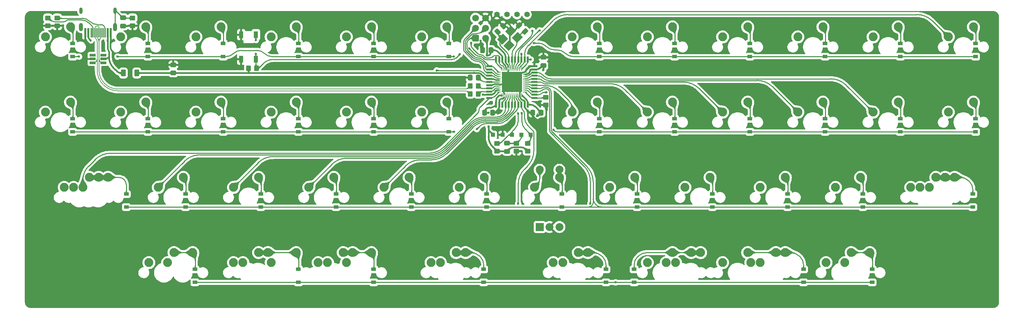
<source format=gbl>
G04 #@! TF.GenerationSoftware,KiCad,Pcbnew,(6.0.5)*
G04 #@! TF.CreationDate,2022-09-12T09:14:35-04:00*
G04 #@! TF.ProjectId,phoenix45_alpha-rounded,70686f65-6e69-4783-9435-5f616c706861,rev?*
G04 #@! TF.SameCoordinates,Original*
G04 #@! TF.FileFunction,Copper,L2,Bot*
G04 #@! TF.FilePolarity,Positive*
%FSLAX46Y46*%
G04 Gerber Fmt 4.6, Leading zero omitted, Abs format (unit mm)*
G04 Created by KiCad (PCBNEW (6.0.5)) date 2022-09-12 09:14:35*
%MOMM*%
%LPD*%
G01*
G04 APERTURE LIST*
G04 Aperture macros list*
%AMRoundRect*
0 Rectangle with rounded corners*
0 $1 Rounding radius*
0 $2 $3 $4 $5 $6 $7 $8 $9 X,Y pos of 4 corners*
0 Add a 4 corners polygon primitive as box body*
4,1,4,$2,$3,$4,$5,$6,$7,$8,$9,$2,$3,0*
0 Add four circle primitives for the rounded corners*
1,1,$1+$1,$2,$3*
1,1,$1+$1,$4,$5*
1,1,$1+$1,$6,$7*
1,1,$1+$1,$8,$9*
0 Add four rect primitives between the rounded corners*
20,1,$1+$1,$2,$3,$4,$5,0*
20,1,$1+$1,$4,$5,$6,$7,0*
20,1,$1+$1,$6,$7,$8,$9,0*
20,1,$1+$1,$8,$9,$2,$3,0*%
%AMRotRect*
0 Rectangle, with rotation*
0 The origin of the aperture is its center*
0 $1 length*
0 $2 width*
0 $3 Rotation angle, in degrees counterclockwise*
0 Add horizontal line*
21,1,$1,$2,0,0,$3*%
G04 Aperture macros list end*
G04 #@! TA.AperFunction,ComponentPad*
%ADD10C,2.250000*%
G04 #@! TD*
G04 #@! TA.AperFunction,ComponentPad*
%ADD11R,2.000000X2.000000*%
G04 #@! TD*
G04 #@! TA.AperFunction,ComponentPad*
%ADD12C,2.000000*%
G04 #@! TD*
G04 #@! TA.AperFunction,ComponentPad*
%ADD13R,1.000000X1.000000*%
G04 #@! TD*
G04 #@! TA.AperFunction,ComponentPad*
%ADD14C,1.397000*%
G04 #@! TD*
G04 #@! TA.AperFunction,SMDPad,CuDef*
%ADD15R,1.200000X0.900000*%
G04 #@! TD*
G04 #@! TA.AperFunction,SMDPad,CuDef*
%ADD16RoundRect,0.250000X-0.350000X-0.450000X0.350000X-0.450000X0.350000X0.450000X-0.350000X0.450000X0*%
G04 #@! TD*
G04 #@! TA.AperFunction,SMDPad,CuDef*
%ADD17RotRect,2.100000X1.800000X225.000000*%
G04 #@! TD*
G04 #@! TA.AperFunction,SMDPad,CuDef*
%ADD18RoundRect,0.250000X0.475000X-0.337500X0.475000X0.337500X-0.475000X0.337500X-0.475000X-0.337500X0*%
G04 #@! TD*
G04 #@! TA.AperFunction,SMDPad,CuDef*
%ADD19RoundRect,0.250000X-0.337500X-0.475000X0.337500X-0.475000X0.337500X0.475000X-0.337500X0.475000X0*%
G04 #@! TD*
G04 #@! TA.AperFunction,SMDPad,CuDef*
%ADD20RoundRect,0.250000X0.450000X-0.350000X0.450000X0.350000X-0.450000X0.350000X-0.450000X-0.350000X0*%
G04 #@! TD*
G04 #@! TA.AperFunction,SMDPad,CuDef*
%ADD21RoundRect,0.062500X-0.475000X-0.062500X0.475000X-0.062500X0.475000X0.062500X-0.475000X0.062500X0*%
G04 #@! TD*
G04 #@! TA.AperFunction,SMDPad,CuDef*
%ADD22RoundRect,0.062500X-0.062500X-0.475000X0.062500X-0.475000X0.062500X0.475000X-0.062500X0.475000X0*%
G04 #@! TD*
G04 #@! TA.AperFunction,ComponentPad*
%ADD23C,0.500000*%
G04 #@! TD*
G04 #@! TA.AperFunction,SMDPad,CuDef*
%ADD24R,5.200000X5.200000*%
G04 #@! TD*
G04 #@! TA.AperFunction,SMDPad,CuDef*
%ADD25R,1.100000X1.800000*%
G04 #@! TD*
G04 #@! TA.AperFunction,SMDPad,CuDef*
%ADD26RoundRect,0.250000X0.097227X-0.574524X0.574524X-0.097227X-0.097227X0.574524X-0.574524X0.097227X0*%
G04 #@! TD*
G04 #@! TA.AperFunction,SMDPad,CuDef*
%ADD27RoundRect,0.250000X0.337500X0.475000X-0.337500X0.475000X-0.337500X-0.475000X0.337500X-0.475000X0*%
G04 #@! TD*
G04 #@! TA.AperFunction,SMDPad,CuDef*
%ADD28RoundRect,0.250000X-0.450000X0.350000X-0.450000X-0.350000X0.450000X-0.350000X0.450000X0.350000X0*%
G04 #@! TD*
G04 #@! TA.AperFunction,SMDPad,CuDef*
%ADD29R,0.600000X2.450000*%
G04 #@! TD*
G04 #@! TA.AperFunction,SMDPad,CuDef*
%ADD30R,0.300000X2.450000*%
G04 #@! TD*
G04 #@! TA.AperFunction,ComponentPad*
%ADD31O,1.000000X2.100000*%
G04 #@! TD*
G04 #@! TA.AperFunction,ComponentPad*
%ADD32O,0.800000X1.600000*%
G04 #@! TD*
G04 #@! TA.AperFunction,ComponentPad*
%ADD33RoundRect,0.250000X-0.600000X-0.600000X0.600000X-0.600000X0.600000X0.600000X-0.600000X0.600000X0*%
G04 #@! TD*
G04 #@! TA.AperFunction,ComponentPad*
%ADD34C,1.700000*%
G04 #@! TD*
G04 #@! TA.AperFunction,SMDPad,CuDef*
%ADD35R,1.560000X0.650000*%
G04 #@! TD*
G04 #@! TA.AperFunction,SMDPad,CuDef*
%ADD36R,1.500000X0.550000*%
G04 #@! TD*
G04 #@! TA.AperFunction,SMDPad,CuDef*
%ADD37R,0.550000X1.500000*%
G04 #@! TD*
G04 #@! TA.AperFunction,SMDPad,CuDef*
%ADD38RoundRect,0.250000X0.574524X0.097227X0.097227X0.574524X-0.574524X-0.097227X-0.097227X-0.574524X0*%
G04 #@! TD*
G04 #@! TA.AperFunction,SMDPad,CuDef*
%ADD39RoundRect,0.210527X-0.389473X-0.664473X0.389473X-0.664473X0.389473X0.664473X-0.389473X0.664473X0*%
G04 #@! TD*
G04 #@! TA.AperFunction,SMDPad,CuDef*
%ADD40RoundRect,0.250000X0.350000X0.450000X-0.350000X0.450000X-0.350000X-0.450000X0.350000X-0.450000X0*%
G04 #@! TD*
G04 #@! TA.AperFunction,ViaPad*
%ADD41C,0.600000*%
G04 #@! TD*
G04 #@! TA.AperFunction,Conductor*
%ADD42C,0.254000*%
G04 #@! TD*
G04 #@! TA.AperFunction,Conductor*
%ADD43C,0.381000*%
G04 #@! TD*
G04 #@! TA.AperFunction,Conductor*
%ADD44C,0.200000*%
G04 #@! TD*
G04 APERTURE END LIST*
D10*
X97790000Y-72866250D03*
X104140000Y-70326250D03*
X57308750Y-91916250D03*
X63658750Y-89376250D03*
X116840000Y-72866250D03*
X123190000Y-70326250D03*
X228758750Y-91916250D03*
X235108750Y-89376250D03*
X231140000Y-72866250D03*
X237490000Y-70326250D03*
X183515000Y-53816250D03*
X189865000Y-51276250D03*
D11*
X156250000Y-82882951D03*
D12*
X161250000Y-82882951D03*
X158750000Y-82882951D03*
X161250000Y-68382951D03*
X156250000Y-68382951D03*
D10*
X221615000Y-34766250D03*
X227965000Y-32226250D03*
X250190000Y-72866250D03*
X256540000Y-70326250D03*
X100171250Y-91916250D03*
X106521250Y-89376250D03*
X31115000Y-34766250D03*
X37465000Y-32226250D03*
X212090000Y-91916250D03*
X218440000Y-89376250D03*
X88265000Y-91916250D03*
X94615000Y-89376250D03*
X240665000Y-34766250D03*
X247015000Y-32226250D03*
D13*
X149225000Y-59531250D03*
D10*
X81121250Y-91916250D03*
X87471250Y-89376250D03*
X202565000Y-34766250D03*
X208915000Y-32226250D03*
X212090000Y-72866250D03*
X218440000Y-70326250D03*
X221615000Y-53816250D03*
X227965000Y-51276250D03*
X183515000Y-34766250D03*
X189865000Y-32226250D03*
X50165000Y-53816250D03*
X56515000Y-51276250D03*
X38258750Y-72866250D03*
X44608750Y-70326250D03*
X202565000Y-91916250D03*
X208915000Y-89376250D03*
X62071250Y-91916250D03*
X68421250Y-89376250D03*
X107315000Y-91916250D03*
X113665000Y-89376250D03*
D13*
X146843750Y-59531250D03*
D10*
X88265000Y-53816250D03*
X94615000Y-51276250D03*
X154940000Y-72866250D03*
X161290000Y-70326250D03*
X78740000Y-91916250D03*
X85090000Y-89376250D03*
X69215000Y-53816250D03*
X75565000Y-51276250D03*
D13*
X144462500Y-59531250D03*
D10*
X240665000Y-53816250D03*
X247015000Y-51276250D03*
X188277500Y-91916250D03*
X194627500Y-89376250D03*
X164465000Y-53816250D03*
X170815000Y-51276250D03*
X59690000Y-72866250D03*
X66040000Y-70326250D03*
D13*
X151606250Y-59531250D03*
D10*
X128746250Y-91916250D03*
X135096250Y-89376250D03*
X173990000Y-72866250D03*
X180340000Y-70326250D03*
X126365000Y-34766250D03*
X132715000Y-32226250D03*
X31115000Y-53816250D03*
X37465000Y-51276250D03*
X131127500Y-91916250D03*
X137477500Y-89376250D03*
X183515000Y-91916250D03*
X189865000Y-89376250D03*
D13*
X153987500Y-59531250D03*
D10*
X35877500Y-72866250D03*
X42227500Y-70326250D03*
X69215000Y-34766250D03*
X75565000Y-32226250D03*
X102552500Y-91916250D03*
X108902500Y-89376250D03*
X126365000Y-53816250D03*
X132715000Y-51276250D03*
X259715000Y-34766250D03*
X266065000Y-32226250D03*
X107315000Y-34766250D03*
X113665000Y-32226250D03*
X259715000Y-53816250D03*
X266065000Y-51276250D03*
X254952500Y-72866250D03*
X261302500Y-70326250D03*
X193040000Y-72866250D03*
X199390000Y-70326250D03*
X252571250Y-72866250D03*
X258921250Y-70326250D03*
X162083750Y-91916250D03*
X168433750Y-89376250D03*
D14*
X153035000Y-29101250D03*
X150495000Y-29101250D03*
X147955000Y-29101250D03*
X145415000Y-29101250D03*
D10*
X233521250Y-91916250D03*
X239871250Y-89376250D03*
X107315000Y-53816250D03*
X113665000Y-51276250D03*
X159702500Y-91916250D03*
X166052500Y-89376250D03*
X190658750Y-91916250D03*
X197008750Y-89376250D03*
X164465000Y-34766250D03*
X170815000Y-32226250D03*
X40640000Y-72866250D03*
X46990000Y-70326250D03*
X135890000Y-72866250D03*
X142240000Y-70326250D03*
X209708750Y-91916250D03*
X216058750Y-89376250D03*
X78740000Y-72866250D03*
X85090000Y-70326250D03*
X202565000Y-53816250D03*
X208915000Y-51276250D03*
X50165000Y-34766250D03*
X56515000Y-32226250D03*
X88265000Y-34766250D03*
X94615000Y-32226250D03*
D15*
X85650630Y-77850000D03*
X85650630Y-74550000D03*
D16*
X138700000Y-47180500D03*
X140700000Y-47180500D03*
D17*
X150562172Y-34897321D03*
X148511562Y-36947931D03*
X146885216Y-35321585D03*
X148935826Y-33270975D03*
D18*
X50800000Y-31993750D03*
X50800000Y-29918750D03*
D15*
X104701418Y-77850000D03*
X104701418Y-74550000D03*
X173037500Y-96900000D03*
X173037500Y-93600000D03*
X266626512Y-58800000D03*
X266626512Y-55500000D03*
X190426512Y-58800000D03*
X190426512Y-55500000D03*
X76118439Y-58800000D03*
X76118439Y-55500000D03*
X266626512Y-39750000D03*
X266626512Y-36450000D03*
X142081250Y-96900000D03*
X142081250Y-93600000D03*
X180181250Y-96900000D03*
X180181250Y-93600000D03*
D19*
X142262229Y-53975000D03*
X144337229Y-53975000D03*
D20*
X157780304Y-52036089D03*
X157780304Y-50036089D03*
D15*
X247576512Y-58800000D03*
X247576512Y-55500000D03*
D21*
X145887500Y-48696072D03*
X145887500Y-48196072D03*
X145887500Y-47696072D03*
X145887500Y-47196072D03*
X145887500Y-46696072D03*
X145887500Y-46196072D03*
X145887500Y-45696072D03*
X145887500Y-45196072D03*
X145887500Y-44696072D03*
X145887500Y-44196072D03*
X145887500Y-43696072D03*
D22*
X146725000Y-42858572D03*
X147225000Y-42858572D03*
X147725000Y-42858572D03*
X148225000Y-42858572D03*
X148725000Y-42858572D03*
X149225000Y-42858572D03*
X149725000Y-42858572D03*
X150225000Y-42858572D03*
X150725000Y-42858572D03*
X151225000Y-42858572D03*
X151725000Y-42858572D03*
D21*
X152562500Y-43696072D03*
X152562500Y-44196072D03*
X152562500Y-44696072D03*
X152562500Y-45196072D03*
X152562500Y-45696072D03*
X152562500Y-46196072D03*
X152562500Y-46696072D03*
X152562500Y-47196072D03*
X152562500Y-47696072D03*
X152562500Y-48196072D03*
X152562500Y-48696072D03*
D22*
X151725000Y-49533572D03*
X151225000Y-49533572D03*
X150725000Y-49533572D03*
X150225000Y-49533572D03*
X149725000Y-49533572D03*
X149225000Y-49533572D03*
X148725000Y-49533572D03*
X148225000Y-49533572D03*
X147725000Y-49533572D03*
X147225000Y-49533572D03*
X146725000Y-49533572D03*
D23*
X151575000Y-48546072D03*
X151575000Y-47371072D03*
X150400000Y-48546072D03*
X149225000Y-43846072D03*
X146875000Y-43846072D03*
X149225000Y-47371072D03*
X150400000Y-45021072D03*
X148050000Y-47371072D03*
X146875000Y-46196072D03*
X146875000Y-47371072D03*
X149225000Y-45021072D03*
X146875000Y-45021072D03*
X151575000Y-45021072D03*
X151575000Y-46196072D03*
X148050000Y-48546072D03*
X149225000Y-48546072D03*
D24*
X149225000Y-46196072D03*
D23*
X150400000Y-43846072D03*
X148050000Y-46196072D03*
X148050000Y-45021072D03*
X151575000Y-43846072D03*
X148050000Y-43846072D03*
X146875000Y-48546072D03*
X150400000Y-47371072D03*
X149225000Y-46196072D03*
X150400000Y-46196072D03*
D15*
X66599842Y-77850000D03*
X66599842Y-74550000D03*
X265906250Y-77850000D03*
X265906250Y-74550000D03*
D25*
X80700000Y-40406250D03*
X80700000Y-34206250D03*
X84400000Y-34206250D03*
X84400000Y-40406250D03*
D26*
X145608821Y-33461826D03*
X147076067Y-31994580D03*
D15*
X57069135Y-39750000D03*
X57069135Y-36450000D03*
D27*
X140737500Y-45098902D03*
X138662500Y-45098902D03*
D15*
X38019831Y-58800000D03*
X38019831Y-55500000D03*
D28*
X53181250Y-29956250D03*
X53181250Y-31956250D03*
D15*
X223043750Y-96900000D03*
X223043750Y-93600000D03*
X228526512Y-39750000D03*
X228526512Y-36450000D03*
D18*
X157192500Y-42006956D03*
X157192500Y-39931956D03*
D15*
X95167743Y-39750000D03*
X95167743Y-36450000D03*
X171376512Y-39750000D03*
X171376512Y-36450000D03*
D18*
X63500000Y-43905864D03*
X63500000Y-41830864D03*
D15*
X133266352Y-58800000D03*
X133266352Y-55500000D03*
X114223659Y-96900000D03*
X114223659Y-93600000D03*
D28*
X31750000Y-29956250D03*
X31750000Y-31956250D03*
D15*
X247576512Y-39750000D03*
X247576512Y-36450000D03*
X209476512Y-58800000D03*
X209476512Y-55500000D03*
D18*
X148005590Y-63743750D03*
X148005590Y-61668750D03*
D28*
X150386840Y-61706250D03*
X150386840Y-63706250D03*
D15*
X161853782Y-77850000D03*
X161853782Y-74550000D03*
X199955358Y-77850000D03*
X199955358Y-74550000D03*
D28*
X34131250Y-29956250D03*
X34131250Y-31956250D03*
D29*
X41225000Y-33683600D03*
X42000000Y-33683600D03*
D30*
X42700000Y-33683600D03*
X43200000Y-33683600D03*
X43700000Y-33683600D03*
X44200000Y-33683600D03*
X44700000Y-33683600D03*
X45200000Y-33683600D03*
X45700000Y-33683600D03*
X46200000Y-33683600D03*
D29*
X46900000Y-33683600D03*
X47675000Y-33683600D03*
D31*
X48770000Y-32268600D03*
D32*
X40130000Y-28088600D03*
X48770000Y-28088600D03*
D31*
X40130000Y-32268600D03*
D15*
X142802994Y-77850000D03*
X142802994Y-74550000D03*
X76118439Y-39750000D03*
X76118439Y-36450000D03*
X228526512Y-58800000D03*
X228526512Y-55500000D03*
D33*
X140017500Y-35083750D03*
D34*
X142557500Y-35083750D03*
X140017500Y-32543750D03*
X142557500Y-32543750D03*
X140017500Y-30003750D03*
X142557500Y-30003750D03*
D15*
X123752206Y-77850000D03*
X123752206Y-74550000D03*
X219006146Y-77850000D03*
X219006146Y-74550000D03*
D35*
X43100000Y-41301474D03*
X43100000Y-40351474D03*
X43100000Y-39401474D03*
X45800000Y-39401474D03*
X45800000Y-40351474D03*
X45800000Y-41301474D03*
D36*
X143525000Y-50196072D03*
X143525000Y-49396072D03*
X143525000Y-48596072D03*
X143525000Y-47796072D03*
X143525000Y-46996072D03*
X143525000Y-46196072D03*
X143525000Y-45396072D03*
X143525000Y-44596072D03*
X143525000Y-43796072D03*
X143525000Y-42996072D03*
X143525000Y-42196072D03*
D37*
X145225000Y-40496072D03*
X146025000Y-40496072D03*
X146825000Y-40496072D03*
X147625000Y-40496072D03*
X148425000Y-40496072D03*
X149225000Y-40496072D03*
X150025000Y-40496072D03*
X150825000Y-40496072D03*
X151625000Y-40496072D03*
X152425000Y-40496072D03*
X153225000Y-40496072D03*
D36*
X154925000Y-42196072D03*
X154925000Y-42996072D03*
X154925000Y-43796072D03*
X154925000Y-44596072D03*
X154925000Y-45396072D03*
X154925000Y-46196072D03*
X154925000Y-46996072D03*
X154925000Y-47796072D03*
X154925000Y-48596072D03*
X154925000Y-49396072D03*
X154925000Y-50196072D03*
D37*
X153225000Y-51896072D03*
X152425000Y-51896072D03*
X151625000Y-51896072D03*
X150825000Y-51896072D03*
X150025000Y-51896072D03*
X149225000Y-51896072D03*
X148425000Y-51896072D03*
X147625000Y-51896072D03*
X146825000Y-51896072D03*
X146025000Y-51896072D03*
X145225000Y-51896072D03*
D28*
X153193750Y-61706250D03*
X153193750Y-63706250D03*
D38*
X152510318Y-33339827D03*
X151043072Y-31872581D03*
D15*
X238056940Y-77850000D03*
X238056940Y-74550000D03*
X209476512Y-39750000D03*
X209476512Y-36450000D03*
X133266352Y-39750000D03*
X133266352Y-36450000D03*
D39*
X50853790Y-43901819D03*
X54253790Y-43901819D03*
D15*
X114217047Y-39750000D03*
X114217047Y-36450000D03*
X51593750Y-77850000D03*
X51593750Y-74550000D03*
X95185728Y-96900000D03*
X95185728Y-93600000D03*
X180904570Y-77850000D03*
X180904570Y-74550000D03*
X171376512Y-58800000D03*
X171376512Y-55500000D03*
X114217047Y-58800000D03*
X114217047Y-55500000D03*
X190426512Y-39750000D03*
X190426512Y-36450000D03*
D16*
X138700000Y-49212500D03*
X140700000Y-49212500D03*
D40*
X84550000Y-42658741D03*
X82550000Y-42658741D03*
D15*
X95167743Y-58800000D03*
X95167743Y-55500000D03*
X57069135Y-58800000D03*
X57069135Y-55500000D03*
D20*
X145462500Y-63706250D03*
X145462500Y-61706250D03*
D15*
X38019831Y-39750000D03*
X38019831Y-36450000D03*
D27*
X143912500Y-38100000D03*
X141837500Y-38100000D03*
X156612500Y-53934251D03*
X154537500Y-53934251D03*
D15*
X68973547Y-96900000D03*
X68973547Y-93600000D03*
X240412720Y-96900000D03*
X240412720Y-93600000D03*
D41*
X154761971Y-36319739D03*
X49356133Y-39762657D03*
X138430730Y-37670254D03*
X39615683Y-39740110D03*
X134544317Y-39752109D03*
X159734820Y-58255518D03*
X140335188Y-58102312D03*
X134600798Y-58786439D03*
X169079475Y-77004475D03*
X175481250Y-96900000D03*
X42582745Y-35666139D03*
X46851708Y-35666139D03*
X130175000Y-43263464D03*
X138888580Y-36269298D03*
X84401105Y-39019435D03*
X136004828Y-39153050D03*
X84397111Y-35564044D03*
X154423600Y-33178507D03*
X156290337Y-33122650D03*
X151730109Y-54060065D03*
X151655391Y-39086880D03*
X150812500Y-54126350D03*
X153987500Y-40481250D03*
X140911502Y-42272842D03*
X41085275Y-40884263D03*
X150390940Y-65032258D03*
X143668750Y-51593750D03*
X155575000Y-55853192D03*
X151908289Y-30991486D03*
X158013621Y-53238621D03*
X42071672Y-36410201D03*
X141318445Y-35720367D03*
X145720497Y-54010997D03*
X45794072Y-36410201D03*
X144462500Y-34925000D03*
X148029850Y-30950132D03*
X137318750Y-45243750D03*
X158581085Y-39967793D03*
X47708507Y-35816455D03*
X157162500Y-43168170D03*
X142862567Y-39511252D03*
X143307637Y-57434354D03*
X141894709Y-49396072D03*
X143297829Y-53987045D03*
X155575000Y-54768750D03*
X139700000Y-43907873D03*
X150812500Y-76993750D03*
X157956250Y-48822810D03*
D42*
X88485702Y-39750000D02*
X133350000Y-39750000D01*
X39598799Y-39750000D02*
X38100000Y-39750000D01*
X142625601Y-40496072D02*
X145225000Y-40496072D01*
X141032685Y-39700954D02*
X141041706Y-39700954D01*
X164759925Y-39750000D02*
X266700000Y-39750000D01*
X142001499Y-40098513D02*
X142238869Y-40335883D01*
X84693527Y-38179230D02*
X80649691Y-38179230D01*
X39615683Y-39740110D02*
X39610738Y-39745055D01*
X154761971Y-36319739D02*
X155909225Y-36319739D01*
X145529939Y-41663511D02*
X146725000Y-42858572D01*
X160003198Y-38045887D02*
X160645833Y-38045887D01*
X134540716Y-39750000D02*
X133266352Y-39750000D01*
X49356133Y-39762657D02*
X49362461Y-39756328D01*
X138430730Y-37670254D02*
X140057491Y-39297015D01*
X134543262Y-39751054D02*
X134544317Y-39752109D01*
X157919554Y-37182813D02*
X157867711Y-37130970D01*
X76857516Y-39750000D02*
X49377739Y-39750000D01*
X134540716Y-39749989D02*
G75*
G02*
X134543261Y-39751055I-16J-3611D01*
G01*
X88485702Y-39749990D02*
G75*
G02*
X86589615Y-38964615I-2J2681490D01*
G01*
X84693527Y-38179210D02*
G75*
G02*
X86589615Y-38964615I-27J-2681490D01*
G01*
X39598799Y-39749994D02*
G75*
G03*
X39610737Y-39745054I1J16894D01*
G01*
X76857516Y-39750003D02*
G75*
G03*
X78753603Y-38964614I-16J2681503D01*
G01*
X141041706Y-39700948D02*
G75*
G02*
X142001499Y-40098513I-6J-1357352D01*
G01*
X78753609Y-38964620D02*
G75*
G02*
X80649691Y-38179230I1896091J-1896080D01*
G01*
X49362443Y-39756310D02*
G75*
G02*
X49377739Y-39750000I15257J-15290D01*
G01*
X160645833Y-38045867D02*
G75*
G02*
X162702879Y-38897943I-33J-2909133D01*
G01*
X155909225Y-36319734D02*
G75*
G02*
X157867711Y-37130970I-25J-2769766D01*
G01*
X142625601Y-40496056D02*
G75*
G02*
X142238870Y-40335882I-1J546956D01*
G01*
X141032685Y-39700958D02*
G75*
G02*
X140057491Y-39297015I15J1379158D01*
G01*
X164759925Y-39749982D02*
G75*
G02*
X162702879Y-38897943I-25J2909082D01*
G01*
X145529956Y-41663494D02*
G75*
G02*
X145225000Y-40927322I736144J736194D01*
G01*
X160003198Y-38045897D02*
G75*
G02*
X157919554Y-37182813I2J2946697D01*
G01*
X38100000Y-36450000D02*
X38100000Y-32861250D01*
X57150000Y-36450000D02*
X57150000Y-32861250D01*
X76200000Y-36450000D02*
X76200000Y-32861250D01*
X95250000Y-36450000D02*
X95250000Y-32861250D01*
X114300000Y-36450000D02*
X114300000Y-32861250D01*
X133350000Y-36450000D02*
X133350000Y-32861250D01*
X171450000Y-36450000D02*
X171450000Y-32861250D01*
X190500000Y-36450000D02*
X190500000Y-32861250D01*
X209550000Y-36450000D02*
X209550000Y-32861250D01*
X228600000Y-36450000D02*
X228600000Y-32861250D01*
X247650000Y-36450000D02*
X247650000Y-32861250D01*
X266700000Y-36450000D02*
X266700000Y-32861250D01*
X134577647Y-58800000D02*
X38100000Y-58800000D01*
X160664308Y-58800000D02*
X266700000Y-58800000D01*
X142745009Y-56690671D02*
X145847394Y-56690671D01*
X160007061Y-58527759D02*
X159734820Y-58255518D01*
X140335188Y-58102312D02*
X141041008Y-57396491D01*
X150225000Y-50007927D02*
X150225000Y-49533572D01*
X134600798Y-58786439D02*
X134594017Y-58793219D01*
X150485615Y-53195381D02*
X147798499Y-55882497D01*
X150525007Y-50732185D02*
G75*
G02*
X150225000Y-50007927I724293J724285D01*
G01*
X150825020Y-51456456D02*
G75*
G03*
X150525000Y-50732192I-1024320J-44D01*
G01*
X145847394Y-56690669D02*
G75*
G03*
X147798499Y-55882497I6J2759269D01*
G01*
X134577647Y-58800018D02*
G75*
G03*
X134594017Y-58793219I-47J23218D01*
G01*
X150485592Y-53195358D02*
G75*
G03*
X150825000Y-52376034I-819292J819358D01*
G01*
X160664308Y-58799990D02*
G75*
G02*
X160007061Y-58527759I-8J929490D01*
G01*
X141041002Y-57396485D02*
G75*
G02*
X142745009Y-56690671I1703998J-1704015D01*
G01*
X38100000Y-55500000D02*
X38100000Y-51911250D01*
X57150000Y-55500000D02*
X57150000Y-51911250D01*
X76200000Y-55500000D02*
X76200000Y-51911250D01*
X95250000Y-55500000D02*
X95250000Y-51911250D01*
X114300000Y-55500000D02*
X114300000Y-51911250D01*
X133350000Y-55500000D02*
X133350000Y-51911250D01*
X171450000Y-55500000D02*
X171450000Y-51911250D01*
X190500000Y-55500000D02*
X190500000Y-51911250D01*
X209550000Y-55500000D02*
X209550000Y-51911250D01*
X228600000Y-55500000D02*
X228600000Y-51911250D01*
X247650000Y-55500000D02*
X247650000Y-51911250D01*
X266700000Y-55500000D02*
X266700000Y-51911250D01*
X51593750Y-72223272D02*
X51593750Y-74550000D01*
X44608750Y-70326250D02*
X46990000Y-70326250D01*
X49696727Y-70326250D02*
X46990000Y-70326250D01*
X44608750Y-70326250D02*
X42227500Y-70326250D01*
X51593761Y-72223272D02*
G75*
G03*
X51038125Y-70881875I-1897061J-28D01*
G01*
X49696727Y-70326239D02*
G75*
G02*
X51038125Y-70881875I-27J-1897061D01*
G01*
X66675000Y-74550000D02*
X66675000Y-70961250D01*
X85725000Y-74550000D02*
X85725000Y-70961250D01*
X104775000Y-74550000D02*
X104775000Y-70961250D01*
X123825000Y-74550000D02*
X123825000Y-70961250D01*
X142875000Y-74550000D02*
X142875000Y-70961250D01*
X161925000Y-74550000D02*
X161925000Y-70961250D01*
X180975000Y-74550000D02*
X180975000Y-70961250D01*
X200025000Y-74550000D02*
X200025000Y-70961250D01*
X219075000Y-74550000D02*
X219075000Y-70961250D01*
X238125000Y-74550000D02*
X238125000Y-70961250D01*
X264953750Y-71278750D02*
X265086448Y-71411448D01*
X258921250Y-70326250D02*
X256540000Y-70326250D01*
X265906250Y-73390625D02*
X265906250Y-74550000D01*
X262654211Y-70326250D02*
X261302500Y-70326250D01*
X258921250Y-70326250D02*
X261302500Y-70326250D01*
X265906240Y-73390625D02*
G75*
G03*
X265086447Y-71411449I-2798940J25D01*
G01*
X262654211Y-70326246D02*
G75*
G02*
X264953749Y-71278751I-11J-3252054D01*
G01*
X157822799Y-47879429D02*
X157740820Y-47879429D01*
X158759224Y-52598651D02*
X158759224Y-51473526D01*
X169074112Y-76999112D02*
X169079475Y-77004475D01*
X158750000Y-58550453D02*
X158750000Y-52620920D01*
X156912639Y-48237750D02*
X156938720Y-48211669D01*
X180181250Y-96900000D02*
X173037500Y-96900000D01*
X180181250Y-96900000D02*
X223043750Y-96900000D01*
X152947894Y-47696072D02*
X152562500Y-47696072D01*
X167474957Y-67462457D02*
X158882262Y-58869762D01*
X156047574Y-48596072D02*
X155270856Y-48596072D01*
X114300000Y-96900000D02*
X142081250Y-96900000D01*
X114300000Y-96900000D02*
X95250000Y-96900000D01*
X158759224Y-48815853D02*
X158759224Y-50598651D01*
X169068750Y-71310213D02*
X169068750Y-76986166D01*
X158750000Y-50620920D02*
X158750000Y-51451257D01*
X95250000Y-96900000D02*
X69056250Y-96900000D01*
X153605802Y-47968586D02*
X153988730Y-48351514D01*
X142081250Y-96900000D02*
X173037500Y-96900000D01*
X223043750Y-96900000D02*
X240412720Y-96900000D01*
X158754582Y-52609755D02*
G75*
G03*
X158759224Y-52598651I-11082J11155D01*
G01*
X158750001Y-50620920D02*
G75*
G02*
X158754612Y-50609786I15699J20D01*
G01*
X156047574Y-48596057D02*
G75*
G03*
X156912639Y-48237750I26J1223357D01*
G01*
X156938704Y-48211653D02*
G75*
G02*
X157740820Y-47879429I802096J-802147D01*
G01*
X154579144Y-48596040D02*
G75*
G02*
X153988730Y-48351514I-44J834940D01*
G01*
X157822799Y-47879414D02*
G75*
G02*
X158484951Y-48153701I1J-936386D01*
G01*
X152947894Y-47696078D02*
G75*
G02*
X153605802Y-47968586I6J-930422D01*
G01*
X158759256Y-48815853D02*
G75*
G03*
X158484950Y-48153702I-936456J-47D01*
G01*
X169068740Y-71310213D02*
G75*
G03*
X167474957Y-67462457I-5441540J13D01*
G01*
X158754582Y-50609755D02*
G75*
G03*
X158759224Y-50598651I-11082J11155D01*
G01*
X169074087Y-76999137D02*
G75*
G02*
X169068750Y-76986166I13013J12937D01*
G01*
X158759211Y-51473526D02*
G75*
G03*
X158754611Y-51462393I-15711J26D01*
G01*
X158882233Y-58869791D02*
G75*
G02*
X158750000Y-58550453I319367J319291D01*
G01*
X158750001Y-52620920D02*
G75*
G02*
X158754612Y-52609786I15699J20D01*
G01*
X158754600Y-51462404D02*
G75*
G02*
X158750000Y-51451257I11100J11104D01*
G01*
X63658750Y-89376250D02*
X68421250Y-89376250D01*
X69056250Y-90011250D02*
X69056250Y-93600000D01*
X95250000Y-89693750D02*
X95250000Y-93600000D01*
X87471250Y-89376250D02*
X94615000Y-89376250D01*
X87471250Y-89376250D02*
X85090000Y-89376250D01*
X114300000Y-89693750D02*
X114300000Y-93600000D01*
X108902500Y-89376250D02*
X106521250Y-89376250D01*
X108902500Y-89376250D02*
X113665000Y-89376250D01*
X142081250Y-92440625D02*
X142081250Y-93600000D01*
X137477500Y-89376250D02*
X135096250Y-89376250D01*
X137477500Y-89376250D02*
X138829211Y-89376250D01*
X141128750Y-90328750D02*
X141261448Y-90461448D01*
X138829211Y-89376246D02*
G75*
G02*
X141128749Y-90328751I-11J-3252054D01*
G01*
X142081240Y-92440625D02*
G75*
G03*
X141261447Y-90461449I-2798940J25D01*
G01*
X168433750Y-89376250D02*
X166052500Y-89376250D01*
X172217698Y-90461448D02*
X172085000Y-90328750D01*
X173037500Y-92440625D02*
X173037500Y-93600000D01*
X169785461Y-89376250D02*
X168433750Y-89376250D01*
X173037476Y-92440625D02*
G75*
G03*
X172217698Y-90461448I-2798976J25D01*
G01*
X169785461Y-89376281D02*
G75*
G02*
X172085000Y-90328750I39J-3252019D01*
G01*
X194627500Y-89376250D02*
X197008750Y-89376250D01*
X180181250Y-92440625D02*
X180181250Y-93600000D01*
X183433288Y-89376250D02*
X189865000Y-89376250D01*
X181001051Y-90461448D02*
X181133750Y-90328750D01*
X194627500Y-89376250D02*
X189865000Y-89376250D01*
X181133753Y-90328753D02*
G75*
G02*
X183433288Y-89376250I2299547J-2299547D01*
G01*
X180181259Y-92440625D02*
G75*
G02*
X181001051Y-90461448I2798941J25D01*
G01*
X222091250Y-90328750D02*
X222223948Y-90461448D01*
X216058750Y-89376250D02*
X208915000Y-89376250D01*
X216058750Y-89376250D02*
X218440000Y-89376250D01*
X219791711Y-89376250D02*
X218440000Y-89376250D01*
X223043750Y-92440625D02*
X223043750Y-93600000D01*
X223043740Y-92440625D02*
G75*
G03*
X222223947Y-90461449I-2798940J25D01*
G01*
X219791711Y-89376246D02*
G75*
G02*
X222091249Y-90328751I-11J-3252054D01*
G01*
X240506250Y-93600000D02*
X240506250Y-90011250D01*
X235108750Y-89376250D02*
X239871250Y-89376250D01*
D43*
X50247966Y-43901819D02*
X50853790Y-43901819D01*
X47235199Y-38575800D02*
X47235199Y-39916827D01*
X46900000Y-37766558D02*
X46900000Y-33683600D01*
X47068128Y-39923166D02*
X46936743Y-40054552D01*
X49213759Y-43473436D02*
X48351047Y-42610724D01*
X42582745Y-35666139D02*
X42291372Y-35374766D01*
X47235204Y-38575800D02*
G75*
G03*
X47067598Y-38171180I-572204J0D01*
G01*
X48351070Y-42610701D02*
G75*
G02*
X47235199Y-39916827I2693830J2693901D01*
G01*
X50247966Y-43901834D02*
G75*
G02*
X49213759Y-43473436I34J1462634D01*
G01*
X46219911Y-40351475D02*
G75*
G03*
X46936743Y-40054552I-11J1013775D01*
G01*
X47067582Y-38171195D02*
G75*
G02*
X46900000Y-37766558I404618J404595D01*
G01*
X42291389Y-35374749D02*
G75*
G02*
X42000000Y-34671331I703411J703449D01*
G01*
D42*
X144763326Y-49872616D02*
X145868984Y-48766958D01*
X40640000Y-70881875D02*
X40640000Y-72866250D01*
X143525000Y-50196072D02*
X141216464Y-52504607D01*
X132003229Y-62637463D02*
X140566193Y-54074499D01*
X128155473Y-64231256D02*
X47560207Y-64231256D01*
X145887500Y-48722257D02*
X145887500Y-48696072D01*
X43712450Y-65825048D02*
X42043165Y-67494334D01*
X140566177Y-54074483D02*
G75*
G03*
X140891329Y-53289553I-784977J784983D01*
G01*
X140891364Y-53289553D02*
G75*
G02*
X141216465Y-52504608I1110036J53D01*
G01*
X40639981Y-70881875D02*
G75*
G02*
X42043166Y-67494335I4790719J-25D01*
G01*
X43712448Y-65825046D02*
G75*
G02*
X47560207Y-64231256I3847752J-3847754D01*
G01*
X143982435Y-50196089D02*
G75*
G03*
X144763326Y-49872616I-35J1104389D01*
G01*
X145869002Y-48766976D02*
G75*
G03*
X145887500Y-48722257I-44702J44676D01*
G01*
X128155473Y-64231234D02*
G75*
G03*
X132003229Y-62637463I27J5441534D01*
G01*
X138697331Y-56565168D02*
X132219116Y-63043383D01*
X147625000Y-51896072D02*
X147625000Y-52835416D01*
X142314251Y-55066991D02*
X145393400Y-55066991D01*
X128371360Y-64637176D02*
X70173037Y-64637176D01*
X66325281Y-66230968D02*
X59690000Y-72866250D01*
X147901769Y-50836480D02*
X147925000Y-50813250D01*
X148225000Y-50088985D02*
X148225000Y-49533572D01*
X146971384Y-54413375D02*
G75*
G03*
X147625000Y-52835416I-1577984J1577975D01*
G01*
X66325268Y-66230955D02*
G75*
G02*
X70173037Y-64637176I3847732J-3847745D01*
G01*
X138697353Y-56565190D02*
G75*
G02*
X142314251Y-55066991I3616947J-3616910D01*
G01*
X145393400Y-55067004D02*
G75*
G03*
X146971387Y-54413378I0J2231604D01*
G01*
X147624958Y-51504661D02*
G75*
G02*
X147901770Y-50836481I944942J-39D01*
G01*
X128371360Y-64637139D02*
G75*
G03*
X132219116Y-63043383I40J5441539D01*
G01*
X147925014Y-50813264D02*
G75*
G03*
X148225000Y-50088985I-724314J724264D01*
G01*
X147845967Y-54112855D02*
X147214756Y-54744067D01*
X148725000Y-50379939D02*
X148725000Y-49533572D01*
X88817117Y-65043096D02*
X128539497Y-65043096D01*
X84969361Y-66636888D02*
X78740000Y-72866250D01*
X145455176Y-55472911D02*
X142402397Y-55472911D01*
X132387253Y-63449303D02*
X138922031Y-56914525D01*
X148425000Y-51896072D02*
X148425000Y-51104204D01*
X148425000Y-52714947D02*
X148425000Y-51896072D01*
X84969362Y-66636889D02*
G75*
G02*
X88817117Y-65043096I3847738J-3847711D01*
G01*
X148574973Y-50742045D02*
G75*
G03*
X148725000Y-50379939I-362073J362145D01*
G01*
X147845935Y-54112823D02*
G75*
G03*
X148425000Y-52714947I-1397835J1397923D01*
G01*
X145455176Y-55472895D02*
G75*
G03*
X147214755Y-54744066I24J2488395D01*
G01*
X128539497Y-65043079D02*
G75*
G03*
X132387252Y-63449302I3J5441579D01*
G01*
X148424994Y-51104204D02*
G75*
G02*
X148575000Y-50742072I512106J4D01*
G01*
X138922031Y-56914525D02*
G75*
G02*
X142402397Y-55472911I3480369J-3480375D01*
G01*
X148725850Y-53807030D02*
X147438148Y-55094734D01*
X128681322Y-65475330D02*
X107434883Y-65475330D01*
X103587127Y-67069122D02*
X97790000Y-72866250D01*
X149225000Y-52601976D02*
X149225000Y-51896072D01*
X149225000Y-51896072D02*
X149225000Y-49533572D01*
X145545174Y-55878831D02*
X142598863Y-55878831D01*
X132529078Y-63881537D02*
X139070140Y-57340475D01*
X148725861Y-53807041D02*
G75*
G03*
X149225000Y-52601976I-1205061J1205041D01*
G01*
X145545174Y-55878822D02*
G75*
G03*
X147438147Y-55094733I26J2677022D01*
G01*
X103587131Y-67069126D02*
G75*
G02*
X107434883Y-65475330I3847769J-3847774D01*
G01*
X128681322Y-65475350D02*
G75*
G03*
X132529077Y-63881536I-22J5441550D01*
G01*
X139070159Y-57340494D02*
G75*
G02*
X142598863Y-55878831I3528741J-3528706D01*
G01*
X150025000Y-51018382D02*
X150025000Y-51351161D01*
X122231207Y-67475042D02*
X116840000Y-72866250D01*
X149725000Y-50294117D02*
X149725000Y-49533572D01*
X147721477Y-55385459D02*
X149605732Y-53501206D01*
X142668756Y-56284751D02*
X145550392Y-56284751D01*
X128849459Y-65881250D02*
X126078963Y-65881250D01*
X139307744Y-57676928D02*
X132697215Y-64287457D01*
X128849459Y-65881220D02*
G75*
G03*
X132697215Y-64287457I41J5441520D01*
G01*
X139307774Y-57676958D02*
G75*
G02*
X142668756Y-56284751I3361026J-3360942D01*
G01*
X149605736Y-53501210D02*
G75*
G03*
X150025000Y-52489005I-1012236J1012210D01*
G01*
X145550392Y-56284753D02*
G75*
G03*
X147721476Y-55385458I8J3070353D01*
G01*
X149875016Y-50656234D02*
G75*
G02*
X149725000Y-50294117I362084J362134D01*
G01*
X122231226Y-67475061D02*
G75*
G02*
X126078963Y-65881250I3847774J-3847739D01*
G01*
X150025022Y-51018382D02*
G75*
G03*
X149875000Y-50656250I-512122J-18D01*
G01*
X142448573Y-44314905D02*
X142063436Y-43929768D01*
X144829000Y-44896072D02*
X144860829Y-44927901D01*
X145508250Y-45196072D02*
X145887500Y-45196072D01*
X130175000Y-43263464D02*
X140454835Y-43263464D01*
X144104735Y-44596037D02*
G75*
G02*
X144828999Y-44896073I-35J-1024263D01*
G01*
X143127370Y-44596090D02*
G75*
G02*
X142448574Y-44314904I30J959990D01*
G01*
X140454835Y-43263448D02*
G75*
G02*
X142063436Y-43929768I-35J-2274952D01*
G01*
X145508250Y-45196112D02*
G75*
G02*
X144860830Y-44927900I50J915612D01*
G01*
X156250000Y-70629940D02*
X156250000Y-68382951D01*
X164465000Y-52784375D02*
X164465000Y-53816250D01*
X161314204Y-48601704D02*
X163735354Y-51022854D01*
X153408867Y-46696072D02*
X152562500Y-46696072D01*
X157466448Y-47007912D02*
X154936840Y-47007912D01*
X154133132Y-46996072D02*
X154925000Y-46996072D01*
X164465007Y-52784375D02*
G75*
G03*
X163735353Y-51022855I-2491207J-25D01*
G01*
X153408867Y-46696094D02*
G75*
G02*
X153771000Y-46846072I33J-512106D01*
G01*
X157466448Y-47007890D02*
G75*
G02*
X161314203Y-48601705I-48J-5441610D01*
G01*
X154133132Y-46996037D02*
G75*
G02*
X153771000Y-46846072I-32J512137D01*
G01*
X155594978Y-72211228D02*
G75*
G03*
X156250000Y-70629940I-1581278J1581328D01*
G01*
X154925000Y-46196072D02*
X152562500Y-46196072D01*
X177894534Y-48195784D02*
X183515000Y-53816250D01*
X157439962Y-46601992D02*
X174046778Y-46601992D01*
X154925000Y-46196072D02*
X156459985Y-46196072D01*
X157439962Y-46602005D02*
G75*
G02*
X156949974Y-46399032I38J693005D01*
G01*
X156459985Y-46196077D02*
G75*
G02*
X156949974Y-46399032I15J-692923D01*
G01*
X174046778Y-46601996D02*
G75*
G02*
X177894533Y-48195785I22J-5441504D01*
G01*
X192690858Y-46196072D02*
X157886757Y-46196072D01*
X154925000Y-45396072D02*
X154133006Y-45396072D01*
X153408741Y-45696072D02*
X152562500Y-45696072D01*
X196538614Y-47789864D02*
X202565000Y-53816250D01*
X155955386Y-45396072D02*
X154925000Y-45396072D01*
X153770872Y-45546070D02*
G75*
G02*
X154133006Y-45396072I362128J-362130D01*
G01*
X155955386Y-45396094D02*
G75*
G02*
X156921072Y-45796072I14J-1365706D01*
G01*
X153408741Y-45696089D02*
G75*
G03*
X153770873Y-45546071I-41J512189D01*
G01*
X157886757Y-46196106D02*
G75*
G02*
X156921072Y-45796072I43J1365706D01*
G01*
X192690858Y-46196096D02*
G75*
G02*
X196538613Y-47789865I42J-5441504D01*
G01*
X155320624Y-44596072D02*
X155719911Y-44596072D01*
X215182694Y-47383944D02*
X221615000Y-53816250D01*
X153833751Y-44896071D02*
X153854003Y-44875820D01*
X157111862Y-45193112D02*
X157076908Y-45158158D01*
X158553244Y-45790152D02*
X211334938Y-45790152D01*
X153109487Y-45196072D02*
X152562500Y-45196072D01*
X153109487Y-45196059D02*
G75*
G03*
X153833750Y-44896070I13J1024259D01*
G01*
X158553244Y-45790112D02*
G75*
G02*
X157111862Y-45193112I-44J2038412D01*
G01*
X153854014Y-44875831D02*
G75*
G02*
X154529376Y-44596072I675386J-675369D01*
G01*
X155719911Y-44596077D02*
G75*
G02*
X157076908Y-45158158I-11J-1919123D01*
G01*
X211334938Y-45790125D02*
G75*
G02*
X215182694Y-47383944I-38J-5441575D01*
G01*
X153634875Y-44415963D02*
X154254767Y-43796072D01*
X229979018Y-45384232D02*
X159103130Y-45384232D01*
X155658486Y-43796072D02*
X154925000Y-43796072D01*
X156910624Y-44314724D02*
X157186052Y-44590152D01*
X233826774Y-46978024D02*
X240665000Y-53816250D01*
X152958633Y-44696072D02*
X152562500Y-44696072D01*
X152958633Y-44696088D02*
G75*
G03*
X153634874Y-44415962I-33J956388D01*
G01*
X229979018Y-45384225D02*
G75*
G02*
X233826774Y-46978024I-18J-5441575D01*
G01*
X155658486Y-43796093D02*
G75*
G02*
X156910624Y-44314724I14J-1770807D01*
G01*
X159103130Y-45384218D02*
G75*
G02*
X157186052Y-44590152I-30J2711118D01*
G01*
X251807136Y-29112350D02*
X163404634Y-29112350D01*
X153364762Y-36898257D02*
X159556878Y-30706142D01*
X152425000Y-40174992D02*
X152425000Y-39167046D01*
X255654892Y-30706142D02*
X259715000Y-34766250D01*
X151408967Y-42154263D02*
X152197962Y-41365269D01*
X151225000Y-42598402D02*
X151225000Y-42858572D01*
X251807136Y-29112325D02*
G75*
G02*
X255654892Y-30706142I-36J-5441575D01*
G01*
X152425046Y-39167046D02*
G75*
G02*
X153364762Y-36898257I3208554J46D01*
G01*
X152197946Y-41365253D02*
G75*
G03*
X152425000Y-40817152I-548146J548153D01*
G01*
X159556861Y-30706125D02*
G75*
G02*
X163404634Y-29112350I3847739J-3847775D01*
G01*
X151224999Y-42598402D02*
G75*
G02*
X151408968Y-42154264I628101J2D01*
G01*
X138879032Y-36262295D02*
X138879032Y-36782717D01*
X84397111Y-35564044D02*
X84398555Y-35562599D01*
X134074297Y-40478911D02*
X88792722Y-40478911D01*
X135106531Y-40051346D02*
X136004828Y-39153050D01*
X147076960Y-42190192D02*
X147025812Y-42139051D01*
X144371343Y-39778656D02*
X144501628Y-39648369D01*
X146025000Y-40496072D02*
X146025000Y-39713515D01*
X84400000Y-35559112D02*
X84400000Y-34206250D01*
X144939099Y-39467161D02*
X145605164Y-39467161D01*
X140551174Y-38976129D02*
X139247625Y-37672580D01*
X142756222Y-40090152D02*
X143619326Y-40090152D01*
X146024437Y-39712687D02*
X146024812Y-39713062D01*
X146253819Y-41813333D02*
X146324853Y-41884367D01*
X146705779Y-42042152D02*
X146719559Y-42042152D01*
X85431627Y-42362121D02*
X86269817Y-41523932D01*
X146719559Y-42042152D02*
X146791815Y-42042146D01*
X146024437Y-39712687D02*
X145901768Y-39590018D01*
X84400000Y-39021321D02*
X84400000Y-40406250D01*
X138881328Y-36262046D02*
X138888580Y-36269298D01*
X146025000Y-41260915D02*
X146025000Y-40496072D01*
X147225000Y-42547592D02*
X147225000Y-42858572D01*
X142433534Y-39956490D02*
X142090982Y-39613938D01*
X84422527Y-42392654D02*
X84422527Y-40428777D01*
X84400552Y-39019987D02*
X84401105Y-39019435D01*
X138879880Y-36261463D02*
G75*
G02*
X138881327Y-36262047I20J-2037D01*
G01*
X84400019Y-39021321D02*
G75*
G02*
X84400553Y-39019988I1881J21D01*
G01*
X142756222Y-40090135D02*
G75*
G02*
X142433534Y-39956490I-22J456335D01*
G01*
X143619326Y-40090158D02*
G75*
G03*
X144371343Y-39778656I-26J1063558D01*
G01*
X139247631Y-37672574D02*
G75*
G02*
X138879032Y-36782717I889869J889874D01*
G01*
X146025001Y-39713515D02*
G75*
G03*
X146024812Y-39713062I-601J15D01*
G01*
X84398543Y-35562587D02*
G75*
G03*
X84400000Y-35559112I-3443J3487D01*
G01*
X146253834Y-41813318D02*
G75*
G02*
X146025000Y-41260915I552366J552418D01*
G01*
X141321078Y-39295041D02*
G75*
G02*
X140551175Y-38976128I22J1088841D01*
G01*
X144501636Y-39648377D02*
G75*
G02*
X144939099Y-39467161I437464J-437423D01*
G01*
X147225017Y-42547592D02*
G75*
G03*
X147076960Y-42190192I-505417J-8D01*
G01*
X141321078Y-39295037D02*
G75*
G02*
X142090982Y-39613938I22J-1088763D01*
G01*
X84932291Y-42568950D02*
G75*
G03*
X85431626Y-42362120I9J706150D01*
G01*
X134074297Y-40478905D02*
G75*
G03*
X135106531Y-40051346I3J1459805D01*
G01*
X146791815Y-42042131D02*
G75*
G02*
X147025812Y-42139051I-15J-330969D01*
G01*
X86269814Y-41523929D02*
G75*
G02*
X88792722Y-40478911I2522886J-2522871D01*
G01*
X138879047Y-36262295D02*
G75*
G02*
X138879880Y-36261447I853J-5D01*
G01*
X145605164Y-39467180D02*
G75*
G02*
X145901768Y-39590018I36J-419420D01*
G01*
X146705779Y-42042154D02*
G75*
G02*
X146324853Y-41884367I21J538754D01*
G01*
D44*
X43700000Y-32995344D02*
X43700000Y-32349533D01*
X44368464Y-32031634D02*
X44017899Y-32031634D01*
X44225000Y-40285363D02*
X44225000Y-41127136D01*
X44700000Y-32363169D02*
X44700000Y-33683600D01*
X43927388Y-41003862D02*
X43629776Y-41301474D01*
X44225000Y-35956343D02*
X44225000Y-40285363D01*
X43927388Y-41003862D02*
X43996639Y-40934608D01*
X137349680Y-48421501D02*
X49490657Y-48421501D01*
X44225000Y-40285363D02*
X44225003Y-40383246D01*
X44225000Y-43155843D02*
X44225000Y-41127136D01*
X44700031Y-32363169D02*
G75*
G03*
X44602894Y-32128739I-331531J-31D01*
G01*
X43962497Y-35322615D02*
G75*
G02*
X43700000Y-34688880I633703J633715D01*
G01*
X49490657Y-48421518D02*
G75*
G02*
X45767275Y-46879225I43J5265718D01*
G01*
X43793118Y-32124752D02*
G75*
G02*
X44017899Y-32031634I224782J-224748D01*
G01*
X44224989Y-40383246D02*
G75*
G02*
X43996639Y-40934608I-779689J-54D01*
G01*
X43927414Y-41003888D02*
G75*
G02*
X44225000Y-41127136I123286J-123212D01*
G01*
X44368464Y-32031669D02*
G75*
G02*
X44602894Y-32128739I36J-331531D01*
G01*
X44224978Y-35956343D02*
G75*
G03*
X43962500Y-35322612I-896178J43D01*
G01*
X45767276Y-46879224D02*
G75*
G02*
X44225000Y-43155843I3723384J3723384D01*
G01*
X43700023Y-32349533D02*
G75*
G02*
X43793110Y-32124744I317877J33D01*
G01*
X137349680Y-48421509D02*
G75*
G02*
X138304500Y-48817000I20J-1350291D01*
G01*
X44972612Y-41003862D02*
X45270224Y-41301474D01*
X44912500Y-35299922D02*
X44937500Y-35274922D01*
X44972612Y-41003862D02*
X44895033Y-40926280D01*
X44675000Y-40285363D02*
X44675000Y-35873297D01*
X44675000Y-41127136D02*
X44675000Y-43155837D01*
X137349680Y-47971499D02*
X49490661Y-47971499D01*
X44675000Y-40285363D02*
X44674996Y-40395023D01*
X44675000Y-41127136D02*
X44675000Y-40285363D01*
X44674963Y-41127136D02*
G75*
G02*
X44972612Y-41003862I174337J36D01*
G01*
X44675006Y-35873297D02*
G75*
G02*
X44912500Y-35299922I810894J-3D01*
G01*
X44437504Y-35299918D02*
G75*
G02*
X44675000Y-35873297I-573404J-573382D01*
G01*
X44912500Y-35299922D02*
G75*
G02*
X44437500Y-35299922I-237500J237502D01*
G01*
X137349680Y-47971490D02*
G75*
G03*
X138304500Y-47575999I20J1350290D01*
G01*
X49490661Y-47971515D02*
G75*
G02*
X46085474Y-46561024I39J4815715D01*
G01*
X44895004Y-40926309D02*
G75*
G02*
X44674996Y-40395023I531296J531209D01*
G01*
X46085473Y-46561025D02*
G75*
G02*
X44675000Y-43155837I3405187J3405185D01*
G01*
X44937498Y-35274920D02*
G75*
G03*
X45200000Y-34641190I-633698J633720D01*
G01*
X44437518Y-35299904D02*
G75*
G02*
X44200000Y-34726546I573382J573404D01*
G01*
D42*
X50800000Y-30006250D02*
X48882350Y-28088600D01*
X48770000Y-28088600D02*
X48770000Y-32268600D01*
X50800000Y-30006250D02*
X53143750Y-30006250D01*
X32477069Y-30500000D02*
X32020819Y-30043750D01*
X33578553Y-30956250D02*
X35739254Y-30956250D01*
X36962247Y-30449670D02*
X40125316Y-30449670D01*
X42299446Y-31350224D02*
X42851971Y-31902749D01*
X43200037Y-32742964D02*
G75*
G03*
X42851970Y-31902750I-1188237J-36D01*
G01*
X35739254Y-30956228D02*
G75*
G03*
X36350751Y-30702960I46J864728D01*
G01*
X33578553Y-30956278D02*
G75*
G02*
X32477069Y-30500000I47J1557778D01*
G01*
X36350739Y-30702948D02*
G75*
G02*
X36962247Y-30449670I611461J-611452D01*
G01*
X40125316Y-30449673D02*
G75*
G02*
X42299445Y-31350225I-16J-3074727D01*
G01*
X44313703Y-31652714D02*
X45179040Y-31652714D01*
X40429320Y-30043750D02*
X34131250Y-30043750D01*
X45179040Y-31652693D02*
G75*
G02*
X45900968Y-31951746I-40J-1021007D01*
G01*
X40429320Y-30043729D02*
G75*
G02*
X42371512Y-30848232I-20J-2746671D01*
G01*
X46200007Y-32673673D02*
G75*
G03*
X45900968Y-31951746I-1021007J-27D01*
G01*
X44313703Y-31652699D02*
G75*
G02*
X42371513Y-30848231I-3J2746699D01*
G01*
X154423600Y-33693522D02*
X154423600Y-33178507D01*
X149705599Y-42825452D02*
X149705599Y-41984935D01*
X150692838Y-37939298D02*
X154059429Y-34572708D01*
X149715299Y-42848871D02*
X149725000Y-42858572D01*
X150025000Y-41213833D02*
X150025000Y-40496072D01*
X150025000Y-39551605D02*
X150025000Y-40496072D01*
X150024989Y-39551605D02*
G75*
G02*
X150692838Y-37939298I2280111J5D01*
G01*
X149705609Y-41984935D02*
G75*
G02*
X149865299Y-41599384I545191J35D01*
G01*
X149715279Y-42848891D02*
G75*
G02*
X149705599Y-42825452I23421J23391D01*
G01*
X149865293Y-41599378D02*
G75*
G03*
X150025000Y-41213833I-385593J385578D01*
G01*
X154059427Y-34572706D02*
G75*
G03*
X154423600Y-33693522I-879227J879206D01*
G01*
X156010434Y-33195761D02*
X151572721Y-37633474D01*
X156186941Y-33122650D02*
X156290337Y-33122650D01*
X156299317Y-33009583D02*
X156308297Y-33018563D01*
X150825000Y-40098752D02*
X150825000Y-39438634D01*
X156290337Y-33013302D02*
X156290337Y-33122650D01*
X150208847Y-42830997D02*
X150208847Y-42342549D01*
X150216923Y-42850495D02*
X150225000Y-42858572D01*
X150516923Y-41598787D02*
X150544052Y-41571658D01*
X156010407Y-33195734D02*
G75*
G02*
X156186941Y-33122650I176493J-176566D01*
G01*
X150208886Y-42342549D02*
G75*
G02*
X150516923Y-41598787I1051814J49D01*
G01*
X156290344Y-33013302D02*
G75*
G02*
X156299317Y-33009583I5256J2D01*
G01*
X150216926Y-42850492D02*
G75*
G02*
X150208847Y-42830997I19474J19492D01*
G01*
X150825029Y-39438634D02*
G75*
G02*
X151572721Y-37633474I2552871J34D01*
G01*
X150544054Y-41571660D02*
G75*
G03*
X150825000Y-40893391I-678254J678260D01*
G01*
X144456917Y-48352651D02*
X144839845Y-47969723D01*
X141752308Y-48596072D02*
X143180751Y-48596072D01*
X145500498Y-47696072D02*
X145887500Y-47696072D01*
X141008206Y-48904278D02*
G75*
G02*
X141752308Y-48596072I744094J-744122D01*
G01*
X143869248Y-48596110D02*
G75*
G03*
X144456917Y-48352651I-48J831110D01*
G01*
X144839841Y-47969719D02*
G75*
G02*
X145500498Y-47696072I660659J-660681D01*
G01*
X144584591Y-47519302D02*
X144607822Y-47496072D01*
X143133589Y-47796072D02*
X141750847Y-47796072D01*
X145332086Y-47196072D02*
X145887500Y-47196072D01*
X143916411Y-47796072D02*
G75*
G03*
X144584591Y-47519302I-11J944972D01*
G01*
X144607836Y-47496086D02*
G75*
G02*
X145332086Y-47196072I724264J-724214D01*
G01*
X141750847Y-47796031D02*
G75*
G02*
X141007786Y-47488286I-47J1050831D01*
G01*
X137284541Y-38560335D02*
X139127929Y-40403725D01*
X142090169Y-42683023D02*
X142090169Y-42526710D01*
X136978549Y-37821612D02*
X136978538Y-36296139D01*
X142416173Y-43470067D02*
X142465408Y-43519302D01*
X137483000Y-35078249D02*
X140017500Y-32543750D01*
X145547661Y-44696072D02*
X145887500Y-44696072D01*
X144584591Y-44072841D02*
X144967519Y-44455769D01*
X140399035Y-40918714D02*
X140371222Y-40918714D01*
X141594847Y-41414035D02*
X141653634Y-41472822D01*
X143916411Y-43796058D02*
G75*
G02*
X144584591Y-44072841I-11J-944942D01*
G01*
X140371222Y-40918688D02*
G75*
G02*
X139127930Y-40403724I-22J1758288D01*
G01*
X137284537Y-38560339D02*
G75*
G02*
X136978549Y-37821612I738763J738739D01*
G01*
X136978564Y-36296139D02*
G75*
G02*
X137483000Y-35078249I1722336J39D01*
G01*
X142416188Y-43470052D02*
G75*
G02*
X142090169Y-42683023I787012J787052D01*
G01*
X143133589Y-43796073D02*
G75*
G02*
X142465408Y-43519302I11J944973D01*
G01*
X140399035Y-40918675D02*
G75*
G02*
X141594847Y-41414035I-35J-1691125D01*
G01*
X145547661Y-44696091D02*
G75*
G02*
X144967519Y-44455769I39J820491D01*
G01*
X142090148Y-42526710D02*
G75*
G03*
X141653634Y-41472822I-1490448J10D01*
G01*
X142139437Y-41384567D02*
X141782652Y-41027782D01*
X137384461Y-37680626D02*
X137384463Y-36392426D01*
X140172417Y-33954830D02*
X139375174Y-33954824D01*
X142496089Y-42575971D02*
X142496089Y-42245601D01*
X141835143Y-33266106D02*
X142557500Y-32543750D01*
X137671241Y-38372976D02*
X139296067Y-39997805D01*
X145627330Y-44196072D02*
X145887500Y-44196072D01*
X144394197Y-43223109D02*
X145183192Y-44012104D01*
X139073433Y-34079809D02*
X137825447Y-35327798D01*
X143846080Y-42996079D02*
G75*
G02*
X144394196Y-43223110I20J-775121D01*
G01*
X142619117Y-42873043D02*
G75*
G02*
X142496089Y-42575971I297083J297043D01*
G01*
X142496087Y-42245601D02*
G75*
G03*
X142139437Y-41384567I-1217687J1D01*
G01*
X140539360Y-40512818D02*
G75*
G02*
X139296067Y-39997805I40J1758318D01*
G01*
X139073457Y-34079833D02*
G75*
G02*
X139375174Y-33954824I301743J-301667D01*
G01*
X145627330Y-44196060D02*
G75*
G02*
X145183193Y-44012103I-30J628060D01*
G01*
X140172417Y-33954847D02*
G75*
G03*
X141835143Y-33266106I-17J2351447D01*
G01*
X142916189Y-42996087D02*
G75*
G02*
X142619134Y-42873026I11J420087D01*
G01*
X137671253Y-38372964D02*
G75*
G02*
X137384461Y-37680626I692347J692364D01*
G01*
X137384490Y-36392426D02*
G75*
G02*
X137825447Y-35327798I1505610J26D01*
G01*
X140539360Y-40512830D02*
G75*
G02*
X141782652Y-41027782I40J-1758270D01*
G01*
X141950790Y-40621862D02*
X143525000Y-42196072D01*
X139464205Y-39591885D02*
X137995287Y-38122967D01*
X137790382Y-37628282D02*
X137790382Y-36540179D01*
X139246871Y-35083750D02*
X140017500Y-35083750D01*
X144692439Y-42501011D02*
X145887500Y-43696072D01*
X137790374Y-36540179D02*
G75*
G02*
X138216967Y-35510335I1456426J-21D01*
G01*
X137995272Y-38122982D02*
G75*
G02*
X137790382Y-37628282I494728J494682D01*
G01*
X140707498Y-40106877D02*
G75*
G02*
X139464205Y-39591885I2J1758277D01*
G01*
X143956250Y-42196037D02*
G75*
G02*
X144692438Y-42501012I-50J-1041163D01*
G01*
X138216980Y-35510348D02*
G75*
G02*
X139246871Y-35083750I1029920J-1029952D01*
G01*
X140707498Y-40106889D02*
G75*
G02*
X141950790Y-40621862I2J-1758311D01*
G01*
X149225000Y-39215334D02*
X149225000Y-40496072D01*
X151281765Y-34177727D02*
X152119666Y-33339827D01*
X149225000Y-40496072D02*
X149225000Y-42862500D01*
X149893573Y-37601212D02*
G75*
G03*
X150562172Y-35987115I-1614073J1614112D01*
G01*
X150562152Y-35914980D02*
G75*
G02*
X151281765Y-34177727I2456848J-20D01*
G01*
X149225026Y-39215334D02*
G75*
G02*
X149893586Y-37601225I2282674J34D01*
G01*
X146513985Y-34950354D02*
X145608821Y-34045190D01*
X148726170Y-42857402D02*
X148725000Y-42858572D01*
X146446031Y-37225122D02*
X147968215Y-38747306D01*
X148425000Y-41243063D02*
X148425000Y-40496072D01*
X148425000Y-39850081D02*
X148425000Y-40496072D01*
X148727340Y-41972976D02*
X148727340Y-42854577D01*
X146446056Y-37225097D02*
G75*
G02*
X146142754Y-36492946I732144J732197D01*
G01*
X146142784Y-36492946D02*
G75*
G02*
X146446031Y-35760769I1035416J46D01*
G01*
X148576157Y-41608033D02*
G75*
G02*
X148425000Y-41243063I364943J364933D01*
G01*
X148726191Y-42857422D02*
G75*
G03*
X148727340Y-42854577I-2891J2822D01*
G01*
X148727352Y-41972976D02*
G75*
G03*
X148576170Y-41608020I-516152J-24D01*
G01*
X148425001Y-39850081D02*
G75*
G03*
X147968215Y-38747306I-1559601J-19D01*
G01*
X143525000Y-46196072D02*
X142610486Y-46196072D01*
X141286085Y-45647487D02*
X140737500Y-45098902D01*
X143525000Y-46196072D02*
X145887500Y-46196072D01*
X142610486Y-46196085D02*
G75*
G02*
X141286086Y-45647486I14J1872985D01*
G01*
X155356250Y-50196072D02*
X157620321Y-50196072D01*
X153757560Y-49891132D02*
X152562500Y-48696072D01*
X154493750Y-50196094D02*
G75*
G02*
X153757561Y-49891131I50J1041194D01*
G01*
X156552173Y-47796072D02*
X154925000Y-47796072D01*
X159155920Y-52789058D02*
X159155920Y-58377766D01*
X153117913Y-47196072D02*
X152562500Y-47196072D01*
X168206207Y-67619649D02*
X159291399Y-58704841D01*
X159165144Y-52766788D02*
X159165144Y-48815853D01*
X169800000Y-71467405D02*
X169800000Y-75850001D01*
X172143144Y-77850000D02*
X167800001Y-77850000D01*
X169800000Y-75850001D02*
X169800000Y-76640078D01*
X172143144Y-77850000D02*
X265906250Y-77850000D01*
X157330909Y-47473509D02*
X157822799Y-47473509D01*
X167800001Y-77850000D02*
X168590078Y-77850000D01*
X153865408Y-47519302D02*
X153842178Y-47496072D01*
X167800001Y-77850000D02*
X51593750Y-77850000D01*
X153117913Y-47196052D02*
G75*
G02*
X153842178Y-47496072I-13J-1024248D01*
G01*
X159160537Y-52777928D02*
G75*
G03*
X159165144Y-52766788I-11137J11128D01*
G01*
X169799981Y-71467405D02*
G75*
G03*
X168206207Y-67619649I-5441581J5D01*
G01*
X159291377Y-58704863D02*
G75*
G02*
X159155920Y-58377766I327123J327063D01*
G01*
X156941528Y-47634777D02*
G75*
G02*
X157330909Y-47473509I389372J-389423D01*
G01*
X159155900Y-52789058D02*
G75*
G02*
X159160532Y-52777923I15800J-42D01*
G01*
X172143141Y-77849954D02*
G75*
G02*
X169800000Y-75850001I-159041J2186254D01*
G01*
X157822799Y-47473494D02*
G75*
G02*
X158771980Y-47866672I1J-1342306D01*
G01*
X156552173Y-47796045D02*
G75*
G03*
X156941540Y-47634789I27J550645D01*
G01*
X169800000Y-76640078D02*
G75*
G02*
X168590078Y-77850000I-1209900J-22D01*
G01*
X159165177Y-48815853D02*
G75*
G03*
X158771980Y-47866672I-1342377J-47D01*
G01*
X154533589Y-47796073D02*
G75*
G02*
X153865408Y-47519302I11J944973D01*
G01*
X153987500Y-60351233D02*
X153987500Y-59531250D01*
X151730109Y-54060065D02*
X151730109Y-54588526D01*
X151733848Y-55936253D02*
X151733848Y-54597552D01*
X152682321Y-58226071D02*
X153919064Y-59462814D01*
X150725000Y-42512062D02*
X150725000Y-42858572D01*
X151655391Y-39086880D02*
X151640195Y-39102075D01*
X151352947Y-41537605D02*
X150970019Y-41920533D01*
X151625000Y-40496072D02*
X151625000Y-39138760D01*
X151624978Y-39138760D02*
G75*
G02*
X151640196Y-39102076I51922J-40D01*
G01*
X153590605Y-61309355D02*
G75*
G03*
X153987500Y-60351233I-958105J958155D01*
G01*
X151352952Y-41537610D02*
G75*
G03*
X151625000Y-40880812I-656852J656810D01*
G01*
X151731989Y-54593028D02*
G75*
G02*
X151730109Y-54588526I4511J4528D01*
G01*
X152682306Y-58226086D02*
G75*
G02*
X151733848Y-55936253I2289794J2289786D01*
G01*
X150724959Y-42512062D02*
G75*
G02*
X150970019Y-41920533I836541J-38D01*
G01*
X151733891Y-54597552D02*
G75*
G03*
X151731977Y-54593040I-6391J-48D01*
G01*
X148150616Y-59811882D02*
X146536883Y-61425616D01*
X149505633Y-58456866D02*
X150018750Y-57943750D01*
X152920060Y-41663511D02*
X151725000Y-42858572D01*
X150812500Y-54126350D02*
X150812500Y-56027467D01*
X153987500Y-40481250D02*
X153243780Y-40481250D01*
X148150603Y-59811869D02*
G75*
G02*
X148828125Y-59531250I677497J-677531D01*
G01*
X152920043Y-41663494D02*
G75*
G03*
X153225000Y-40927322I-736143J736194D01*
G01*
X149224970Y-59134375D02*
G75*
G02*
X149505633Y-58456866I958130J-25D01*
G01*
X150018759Y-57943759D02*
G75*
G03*
X150812500Y-56027467I-1916259J1916259D01*
G01*
X148828125Y-59531300D02*
G75*
G03*
X149225000Y-59134375I-25J396900D01*
G01*
X145859375Y-61706228D02*
G75*
G03*
X146536882Y-61425615I25J958128D01*
G01*
D43*
X144462500Y-35483863D02*
X144462500Y-34925000D01*
X153427878Y-53644413D02*
X152688560Y-52905095D01*
X151908289Y-30991486D02*
X151043072Y-31856703D01*
X154359500Y-42196072D02*
X154925000Y-42196072D01*
X41648336Y-35986865D02*
X42071672Y-36410201D01*
X47579979Y-36035866D02*
X47579979Y-37508181D01*
X47708507Y-35816455D02*
X47691753Y-35799701D01*
X158581085Y-39967793D02*
X157228337Y-39967793D01*
X151225000Y-49203221D02*
X151225000Y-49863923D01*
X158013621Y-53238621D02*
X158013621Y-52269406D01*
X146787499Y-50413492D02*
X146631825Y-50413492D01*
X147192420Y-48935049D02*
X147192420Y-49212500D01*
X148029850Y-30950132D02*
X148482838Y-31403120D01*
X137391174Y-45171326D02*
X137318750Y-45243750D01*
X148695125Y-33511676D02*
X148695125Y-36764368D01*
X152562500Y-43545362D02*
X152562500Y-43552781D01*
X47675000Y-35759254D02*
X47675000Y-33683600D01*
X149644678Y-33270975D02*
X151043072Y-31872581D01*
X144857675Y-36437901D02*
X147168617Y-38748843D01*
X137566021Y-45098902D02*
X138662500Y-45098902D01*
X148128301Y-41824011D02*
X147916553Y-41612263D01*
X47822354Y-38093326D02*
X48418750Y-38689722D01*
X152425000Y-51523340D02*
X152425000Y-51115359D01*
X41225000Y-34964841D02*
X41225000Y-33683600D01*
X147192420Y-50114491D02*
X147192420Y-50052688D01*
X155746625Y-40309623D02*
X155301471Y-40754778D01*
X148435594Y-32770743D02*
X147865681Y-32200830D01*
X146025000Y-51441161D02*
X146025000Y-50768392D01*
X151690128Y-50659402D02*
X151458593Y-50427867D01*
X154849136Y-55127328D02*
X155575000Y-55853192D01*
X147148718Y-50219996D02*
X147073821Y-50294893D01*
X150390940Y-65032258D02*
X150388890Y-65030208D01*
X152113301Y-50803661D02*
X152038399Y-50803661D01*
X146033988Y-50762724D02*
X146207431Y-50589282D01*
X152645790Y-43344281D02*
X153394131Y-42595940D01*
X41085275Y-40884263D02*
X41351669Y-40617868D01*
X145659046Y-53975000D02*
X144596561Y-53975000D01*
X151225000Y-49203221D02*
X151225000Y-48196072D01*
X47708507Y-35816455D02*
X47644243Y-35880719D01*
X41994802Y-40351474D02*
X43100000Y-40351474D01*
X154127608Y-53934251D02*
X154537500Y-53934251D01*
X145702498Y-53992998D02*
X145720497Y-54010997D01*
X147625000Y-39850649D02*
X147625000Y-40083753D01*
X148257920Y-42136938D02*
X148257920Y-42320247D01*
X150386840Y-65025258D02*
X150386840Y-63706250D01*
X145039269Y-53791624D02*
X145703329Y-53127564D01*
X152388073Y-43663152D02*
X152452129Y-43663152D01*
X148257580Y-45228652D02*
X148257580Y-43079654D01*
X144105278Y-46996072D02*
X143525000Y-46996072D01*
X141318445Y-37213917D02*
X141318445Y-35720367D01*
X154925000Y-42196072D02*
X154925000Y-41663661D01*
X151819497Y-43828931D02*
X149452357Y-46196072D01*
X144829543Y-46696072D02*
X145887500Y-46696072D01*
X147129911Y-48784139D02*
X147129911Y-48291161D01*
X152061594Y-43728652D02*
X152229942Y-43728652D01*
X148692420Y-46728652D02*
X146152598Y-46728652D01*
X147367749Y-31994628D02*
G75*
G02*
X147865680Y-32200831I51J-704172D01*
G01*
X152309015Y-43695909D02*
G75*
G02*
X152388073Y-43663152I79085J-79091D01*
G01*
X146028320Y-50765069D02*
G75*
G03*
X146033988Y-50762724I-20J8069D01*
G01*
X148257900Y-42136938D02*
G75*
G03*
X148128301Y-41824011I-442500J38D01*
G01*
X154924956Y-41663661D02*
G75*
G02*
X155301471Y-40754778I1285344J-39D01*
G01*
X152113301Y-50803672D02*
G75*
G02*
X152333705Y-50894955I-1J-311728D01*
G01*
X152229942Y-43728671D02*
G75*
G03*
X152309008Y-43695902I-42J111871D01*
G01*
X151458612Y-50427848D02*
G75*
G02*
X151225000Y-49863923I563888J563948D01*
G01*
X147625032Y-39850649D02*
G75*
G03*
X147168616Y-38748844I-1558232J-51D01*
G01*
X47822344Y-38093336D02*
G75*
G02*
X47579979Y-37508181I585156J585136D01*
G01*
X152425028Y-51115359D02*
G75*
G03*
X152333705Y-50894955I-311728J-41D01*
G01*
X145659046Y-53974953D02*
G75*
G02*
X145702498Y-53992998I-46J-61447D01*
G01*
X144467390Y-46846051D02*
G75*
G02*
X144829543Y-46696072I362110J-362149D01*
G01*
X147148725Y-50220003D02*
G75*
G03*
X147192420Y-50114491I-105525J105503D01*
G01*
X147916554Y-41612262D02*
G75*
G02*
X147625000Y-40908391I703846J703862D01*
G01*
X147161189Y-48859570D02*
G75*
G02*
X147129911Y-48784139I75411J75470D01*
G01*
X47579958Y-36035866D02*
G75*
G02*
X47644243Y-35880719I219442J-34D01*
G01*
X148935796Y-32496729D02*
G75*
G03*
X148482838Y-31403120I-1546596J29D01*
G01*
X47691730Y-35799723D02*
G75*
G02*
X47675000Y-35759254I40470J40423D01*
G01*
X146207413Y-50589264D02*
G75*
G02*
X146631825Y-50413492I424387J-424436D01*
G01*
X152562482Y-43545362D02*
G75*
G02*
X152645791Y-43344282I284418J-38D01*
G01*
X144857660Y-36437916D02*
G75*
G02*
X144462500Y-35483863I954040J954016D01*
G01*
X152452129Y-43663200D02*
G75*
G03*
X152562500Y-43552781I-29J110400D01*
G01*
X144596561Y-53974967D02*
G75*
G03*
X145039269Y-53791624I39J626067D01*
G01*
X152038399Y-50803652D02*
G75*
G02*
X151690128Y-50659402I1J492552D01*
G01*
X146787499Y-50413499D02*
G75*
G03*
X147073821Y-50294893I1J404899D01*
G01*
X150388878Y-65030220D02*
G75*
G02*
X150386840Y-65025258I4922J4920D01*
G01*
X152688552Y-52905103D02*
G75*
G02*
X152425000Y-52268803I636348J636303D01*
G01*
X151819506Y-43828940D02*
G75*
G02*
X152061594Y-43728652I242094J-242060D01*
G01*
X41351668Y-40617867D02*
G75*
G02*
X41994802Y-40351474I643132J-643133D01*
G01*
X146024972Y-50768392D02*
G75*
G02*
X146028320Y-50765072I3328J-8D01*
G01*
X155746626Y-40309624D02*
G75*
G02*
X156658397Y-39931956I911774J-911776D01*
G01*
X41648348Y-35986853D02*
G75*
G02*
X41225000Y-34964841I1022052J1022053D01*
G01*
X147192381Y-48935049D02*
G75*
G03*
X147161164Y-48859595I-106681J49D01*
G01*
X154127608Y-53934249D02*
G75*
G02*
X153427879Y-53644412I-8J989549D01*
G01*
X137391158Y-45171310D02*
G75*
G02*
X137566021Y-45098902I174842J-174890D01*
G01*
X141577987Y-37840457D02*
G75*
G02*
X141318445Y-37213917I626513J626557D01*
G01*
X154849120Y-55127344D02*
G75*
G02*
X154537500Y-54374971I752380J752344D01*
G01*
X153394134Y-42595943D02*
G75*
G02*
X154359500Y-42196072I965366J-965357D01*
G01*
X144105278Y-46996045D02*
G75*
G03*
X144467411Y-46846072I22J512145D01*
G01*
X145703348Y-53127583D02*
G75*
G03*
X146025000Y-52350983I-776648J776583D01*
G01*
X146365011Y-49533572D02*
X146725000Y-49533572D01*
X143307637Y-57905370D02*
X143307637Y-57434354D01*
X156264810Y-42646108D02*
X156903963Y-42006956D01*
X144584375Y-38100000D02*
X144333819Y-38100000D01*
X157162500Y-43168170D02*
X157177500Y-43153170D01*
X153672710Y-51896072D02*
X153899660Y-51896072D01*
X147100170Y-41549542D02*
X147483098Y-41932470D01*
X54253790Y-43901819D02*
X63495955Y-43901819D01*
X141894709Y-49396072D02*
X143140856Y-49396072D01*
X145168132Y-45696072D02*
X145887500Y-45696072D01*
X82545909Y-43905864D02*
X82526156Y-43905864D01*
X144385068Y-62628818D02*
X145462500Y-63706250D01*
X142473301Y-53166921D02*
X142629277Y-53010946D01*
X147725000Y-42516472D02*
X147725000Y-42858572D01*
X154438707Y-42996072D02*
X154037144Y-42996072D01*
X141481667Y-44192761D02*
X142387985Y-45099079D01*
X144443867Y-45396072D02*
X143945011Y-45396072D01*
X145462500Y-63706250D02*
X147968090Y-63706250D01*
X156612500Y-53934251D02*
X155051378Y-52373129D01*
X156612500Y-53934251D02*
X155849772Y-54696978D01*
X82526156Y-43905864D02*
X63500000Y-43905864D01*
X145225000Y-50865154D02*
X145225000Y-51896072D01*
X152692074Y-63204574D02*
X153193750Y-63706250D01*
X143514057Y-39341080D02*
X143628193Y-39226945D01*
X143640695Y-58709445D02*
X144462500Y-59531250D01*
X149782433Y-62702899D02*
X151480922Y-62702899D01*
X152935238Y-44196072D02*
X152562500Y-44196072D01*
X143297829Y-53987045D02*
X142274274Y-53987045D01*
X142862567Y-39511252D02*
X142862567Y-35388817D01*
X145468118Y-48196072D02*
X145887500Y-48196072D01*
X155676500Y-54768750D02*
X155575000Y-54768750D01*
X143307637Y-58847403D02*
X143307637Y-57905370D01*
X153832589Y-43200627D02*
X153832589Y-43333572D01*
X152908421Y-50684073D02*
X151757920Y-49533572D01*
X82545909Y-43905864D02*
X139696570Y-43905864D01*
X144931237Y-48758121D02*
X144564917Y-49124441D01*
X144851087Y-52269985D02*
X145225000Y-51896072D01*
X145750472Y-49788121D02*
X145615011Y-49923583D01*
X143103226Y-39511252D02*
X142862567Y-39511252D01*
X139700000Y-43907873D02*
X139698995Y-43906868D01*
X153366322Y-44017512D02*
X153678669Y-43705166D01*
X145142468Y-48330960D02*
X145083922Y-48389506D01*
X139700000Y-43907873D02*
X140793886Y-43907873D01*
X148526015Y-63223324D02*
X148005590Y-63743750D01*
X143948381Y-52643898D02*
X143515410Y-52643898D01*
X145731337Y-38575087D02*
X146564505Y-39408255D01*
X157192500Y-43116956D02*
X157192500Y-42006956D01*
X82550000Y-43882020D02*
X82550000Y-42658741D01*
X143307637Y-58847403D02*
X143307637Y-60027668D01*
X145007581Y-48573814D02*
G75*
G02*
X145083923Y-48389507I260619J14D01*
G01*
X157177519Y-43153189D02*
G75*
G03*
X157192500Y-43116956I-36219J36189D01*
G01*
X142629268Y-53010937D02*
G75*
G02*
X143515410Y-52643898I886132J-886163D01*
G01*
X143640674Y-58709466D02*
G75*
G02*
X143307637Y-57905370I804126J804066D01*
G01*
X148526007Y-63223316D02*
G75*
G02*
X149782433Y-62702899I1256393J-1256384D01*
G01*
X145168132Y-45696037D02*
G75*
G02*
X144806000Y-45546072I-32J512137D01*
G01*
X153672710Y-51896100D02*
G75*
G02*
X153225000Y-51448362I-10J447700D01*
G01*
X155419923Y-42996081D02*
G75*
G03*
X156264809Y-42646107I-23J1194881D01*
G01*
X145142462Y-48330954D02*
G75*
G02*
X145468118Y-48196072I325638J-325646D01*
G01*
X145750459Y-49788108D02*
G75*
G02*
X146365011Y-49533572I614541J-614592D01*
G01*
X82545909Y-43905904D02*
G75*
G02*
X82543016Y-43898880I-9J4104D01*
G01*
X151480922Y-62702876D02*
G75*
G02*
X152692073Y-63204575I-22J-1712824D01*
G01*
X142262233Y-53676497D02*
G75*
G02*
X142473301Y-53166921I720667J-3D01*
G01*
X155676500Y-54768747D02*
G75*
G03*
X155849771Y-54696977I0J245047D01*
G01*
X144385056Y-62628830D02*
G75*
G02*
X143307637Y-60027668I2601144J2601130D01*
G01*
X144931237Y-48758121D02*
G75*
G03*
X145007580Y-48573814I-184337J184321D01*
G01*
X152935238Y-44196091D02*
G75*
G03*
X153366322Y-44017512I-38J609691D01*
G01*
X153892485Y-43055968D02*
G75*
G02*
X154037144Y-42996072I144615J-144632D01*
G01*
X153899660Y-51896087D02*
G75*
G02*
X155051378Y-52373129I40J-1628713D01*
G01*
X153832596Y-43200627D02*
G75*
G02*
X153892502Y-43055985I204504J27D01*
G01*
X139696570Y-43905887D02*
G75*
G02*
X139698995Y-43906868I30J-3413D01*
G01*
X153678678Y-43705175D02*
G75*
G03*
X153832589Y-43333572I-371578J371575D01*
G01*
X147100179Y-41549533D02*
G75*
G02*
X146825000Y-40885222I664321J664333D01*
G01*
X143307574Y-58847403D02*
G75*
G02*
X143640695Y-58709445I195126J3D01*
G01*
X144584375Y-38100033D02*
G75*
G02*
X145731337Y-38575087I25J-1622067D01*
G01*
X82543018Y-43898882D02*
G75*
G03*
X82550000Y-43882020I-16918J16882D01*
G01*
X82543042Y-43898906D02*
G75*
G02*
X82526156Y-43905864I-16842J16906D01*
G01*
X143104989Y-45396086D02*
G75*
G02*
X142387986Y-45099078I11J1013986D01*
G01*
X144443867Y-45396094D02*
G75*
G02*
X144806000Y-45546072I33J-512106D01*
G01*
X143948381Y-52643890D02*
G75*
G03*
X144851086Y-52269984I19J1276590D01*
G01*
X147725020Y-42516472D02*
G75*
G03*
X147483098Y-41932470I-825920J-28D01*
G01*
X140793886Y-43907871D02*
G75*
G02*
X141481667Y-44192761I14J-972629D01*
G01*
X143628213Y-39226965D02*
G75*
G03*
X143912500Y-38540567I-686413J686365D01*
G01*
X146843727Y-40082411D02*
G75*
G03*
X146564505Y-39408255I-953427J11D01*
G01*
X143909143Y-49396111D02*
G75*
G03*
X144564917Y-49124441I-43J927411D01*
G01*
X153225017Y-51448362D02*
G75*
G03*
X152908421Y-50684073I-1080917J-38D01*
G01*
X143912500Y-38521319D02*
G75*
G02*
X144333819Y-38100000I421300J19D01*
G01*
X143103226Y-39511255D02*
G75*
G03*
X143514056Y-39341079I-26J581055D01*
G01*
X145224973Y-50865154D02*
G75*
G02*
X145615012Y-49923584I1331627J-46D01*
G01*
D42*
X150386840Y-61706250D02*
X148043090Y-61706250D01*
X151606250Y-60009045D02*
X151606250Y-59531250D01*
X151268397Y-60824692D02*
X150386840Y-61706250D01*
X151268386Y-60824681D02*
G75*
G03*
X151606250Y-60009045I-815686J815681D01*
G01*
X147725000Y-50066516D02*
X147725000Y-49533572D01*
X147068420Y-50964154D02*
X147554547Y-50478027D01*
X147554546Y-50478026D02*
G75*
G03*
X147725000Y-50066516I-411546J411526D01*
G01*
X146825020Y-51551823D02*
G75*
G02*
X147068421Y-50964155I831080J23D01*
G01*
X150812500Y-72103963D02*
X150812500Y-76993750D01*
X150725000Y-49945853D02*
X150725000Y-49533572D01*
X152400000Y-54223079D02*
X152400000Y-55030500D01*
X153172617Y-67489881D02*
X152406292Y-68256207D01*
X154618820Y-58604748D02*
X153358432Y-57344360D01*
X151399454Y-51032588D02*
X151016526Y-50649660D01*
X154766411Y-58961064D02*
X154766411Y-63642125D01*
X152012500Y-53287572D02*
X151979967Y-53255039D01*
X151016510Y-50649676D02*
G75*
G02*
X150725000Y-49945853I703790J703776D01*
G01*
X154766435Y-58961064D02*
G75*
G03*
X154618820Y-58604748I-503935J-36D01*
G01*
X152400016Y-54223079D02*
G75*
G03*
X152012500Y-53287572I-1323016J-21D01*
G01*
X150812460Y-72103963D02*
G75*
G02*
X152406293Y-68256208I5441540J-37D01*
G01*
X153358430Y-57344362D02*
G75*
G02*
X152400000Y-55030500I2313870J2313862D01*
G01*
X151624985Y-51577103D02*
G75*
G03*
X151399453Y-51032589I-770085J3D01*
G01*
X153172597Y-67489861D02*
G75*
G03*
X154766411Y-63642125I-3847697J3847761D01*
G01*
X151979960Y-53255046D02*
G75*
G02*
X151625000Y-52398072I856940J856946D01*
G01*
X157956250Y-48822810D02*
X157371143Y-48822810D01*
X154055802Y-49169034D02*
X153266807Y-48380039D01*
X152822670Y-48196072D02*
X152562500Y-48196072D01*
X155987166Y-49396072D02*
X155246080Y-49396072D01*
X154603920Y-49396053D02*
G75*
G02*
X154055802Y-49169034I-20J775153D01*
G01*
X156679139Y-49109425D02*
G75*
G02*
X157371143Y-48822810I691961J-691975D01*
G01*
X155987166Y-49396032D02*
G75*
G03*
X156679154Y-49109440I34J978632D01*
G01*
X152822670Y-48196100D02*
G75*
G02*
X153266807Y-48380039I30J-628100D01*
G01*
G04 #@! TA.AperFunction,Conductor*
G36*
X39163621Y-28233884D02*
G01*
X39210114Y-28287540D01*
X39221500Y-28339882D01*
X39221500Y-28536210D01*
X39228564Y-28603421D01*
X39233775Y-28652997D01*
X39236458Y-28678528D01*
X39295473Y-28860156D01*
X39298776Y-28865878D01*
X39298777Y-28865879D01*
X39325308Y-28911831D01*
X39390960Y-29025544D01*
X39395378Y-29030451D01*
X39395379Y-29030452D01*
X39507953Y-29155478D01*
X39518747Y-29167466D01*
X39536431Y-29180314D01*
X39579785Y-29236535D01*
X39585861Y-29307272D01*
X39552729Y-29370064D01*
X39490909Y-29404975D01*
X39462370Y-29408250D01*
X35405610Y-29408250D01*
X35337489Y-29388248D01*
X35290996Y-29334592D01*
X35286087Y-29322127D01*
X35275121Y-29289257D01*
X35275117Y-29289247D01*
X35272800Y-29282304D01*
X35179728Y-29131902D01*
X35054553Y-29006945D01*
X35039297Y-28997541D01*
X34910218Y-28917975D01*
X34910216Y-28917974D01*
X34903988Y-28914135D01*
X34776626Y-28871891D01*
X34742639Y-28860618D01*
X34742637Y-28860618D01*
X34736111Y-28858453D01*
X34729275Y-28857753D01*
X34729272Y-28857752D01*
X34686219Y-28853341D01*
X34631650Y-28847750D01*
X33630850Y-28847750D01*
X33627604Y-28848087D01*
X33627600Y-28848087D01*
X33531942Y-28858012D01*
X33531938Y-28858013D01*
X33525084Y-28858724D01*
X33518548Y-28860905D01*
X33518546Y-28860905D01*
X33412347Y-28896336D01*
X33357304Y-28914700D01*
X33206902Y-29007772D01*
X33081945Y-29132947D01*
X33078105Y-29139177D01*
X33078104Y-29139178D01*
X33047861Y-29188241D01*
X32995088Y-29235735D01*
X32925017Y-29247158D01*
X32859893Y-29218884D01*
X32833459Y-29188431D01*
X32798478Y-29131902D01*
X32673303Y-29006945D01*
X32658047Y-28997541D01*
X32528968Y-28917975D01*
X32528966Y-28917974D01*
X32522738Y-28914135D01*
X32395376Y-28871891D01*
X32361389Y-28860618D01*
X32361387Y-28860618D01*
X32354861Y-28858453D01*
X32348025Y-28857753D01*
X32348022Y-28857752D01*
X32304969Y-28853341D01*
X32250400Y-28847750D01*
X31249600Y-28847750D01*
X31246354Y-28848087D01*
X31246350Y-28848087D01*
X31150692Y-28858012D01*
X31150688Y-28858013D01*
X31143834Y-28858724D01*
X31137298Y-28860905D01*
X31137296Y-28860905D01*
X31031097Y-28896336D01*
X30976054Y-28914700D01*
X30825652Y-29007772D01*
X30700695Y-29132947D01*
X30696855Y-29139177D01*
X30696854Y-29139178D01*
X30619493Y-29264681D01*
X30607885Y-29283512D01*
X30590257Y-29336658D01*
X30554411Y-29444733D01*
X30552203Y-29451389D01*
X30551503Y-29458225D01*
X30551502Y-29458228D01*
X30549961Y-29473271D01*
X30541500Y-29555850D01*
X30541500Y-30356650D01*
X30541837Y-30359896D01*
X30541837Y-30359900D01*
X30551564Y-30453641D01*
X30552474Y-30462416D01*
X30608450Y-30630196D01*
X30701522Y-30780598D01*
X30706704Y-30785771D01*
X30788463Y-30867388D01*
X30822542Y-30929671D01*
X30817539Y-31000491D01*
X30788618Y-31045579D01*
X30706261Y-31128079D01*
X30697249Y-31139490D01*
X30612184Y-31277493D01*
X30606037Y-31290674D01*
X30554862Y-31444960D01*
X30551995Y-31458336D01*
X30542328Y-31552688D01*
X30542000Y-31559105D01*
X30542000Y-31684135D01*
X30546475Y-31699374D01*
X30547865Y-31700579D01*
X30555548Y-31702250D01*
X35321134Y-31702250D01*
X35336373Y-31697775D01*
X35337578Y-31696385D01*
X35338756Y-31690968D01*
X35372780Y-31628656D01*
X35435092Y-31594630D01*
X35461877Y-31591750D01*
X35685093Y-31591750D01*
X35702851Y-31593008D01*
X35712372Y-31594363D01*
X35721724Y-31595695D01*
X35721727Y-31595695D01*
X35725813Y-31596277D01*
X35732677Y-31596349D01*
X35735093Y-31596375D01*
X35735099Y-31596375D01*
X35739220Y-31596418D01*
X35762218Y-31593636D01*
X35832247Y-31605312D01*
X35884847Y-31652996D01*
X35903317Y-31721548D01*
X35899868Y-31748138D01*
X35863508Y-31899590D01*
X35846622Y-31969924D01*
X35826449Y-32226250D01*
X35846622Y-32482576D01*
X35847776Y-32487383D01*
X35847777Y-32487389D01*
X35874389Y-32598235D01*
X35906645Y-32732590D01*
X35908538Y-32737161D01*
X35908539Y-32737163D01*
X36002635Y-32964330D01*
X36005040Y-32970137D01*
X36007626Y-32974357D01*
X36014807Y-32986075D01*
X36139384Y-33189366D01*
X36306369Y-33384881D01*
X36501884Y-33551866D01*
X36617982Y-33623011D01*
X36633281Y-33632386D01*
X36641970Y-33638221D01*
X36668668Y-33657804D01*
X36672631Y-33659918D01*
X36672642Y-33659925D01*
X36712396Y-33681132D01*
X36715594Y-33682963D01*
X36716896Y-33683626D01*
X36721113Y-33686210D01*
X36723178Y-33687065D01*
X36724423Y-33688241D01*
X36724711Y-33687700D01*
X36833282Y-33745618D01*
X36833545Y-33745754D01*
X36833628Y-33745798D01*
X36843980Y-33751161D01*
X36844040Y-33751192D01*
X36844230Y-33751290D01*
X36844731Y-33751542D01*
X36845005Y-33751676D01*
X36845050Y-33751698D01*
X36847305Y-33752798D01*
X36855876Y-33756980D01*
X36972019Y-33811926D01*
X37018714Y-33834017D01*
X37019498Y-33834388D01*
X37025847Y-33837339D01*
X37025935Y-33837379D01*
X37025995Y-33837407D01*
X37170476Y-33903364D01*
X37173845Y-33904962D01*
X37281788Y-33958166D01*
X37290959Y-33963170D01*
X37353532Y-34000764D01*
X37368388Y-34011218D01*
X37390034Y-34028914D01*
X37408149Y-34047100D01*
X37408245Y-34047218D01*
X37408375Y-34047378D01*
X37423676Y-34071341D01*
X37426456Y-34077020D01*
X37435655Y-34102379D01*
X37446992Y-34148562D01*
X37450330Y-34169988D01*
X37459954Y-34310452D01*
X37460074Y-34311591D01*
X37463807Y-34347043D01*
X37464500Y-34360238D01*
X37464500Y-35368365D01*
X37444498Y-35436486D01*
X37390842Y-35482979D01*
X37352108Y-35493628D01*
X37309515Y-35498255D01*
X37173126Y-35549385D01*
X37056570Y-35636739D01*
X37043050Y-35654779D01*
X37028236Y-35674545D01*
X36971377Y-35717060D01*
X36900558Y-35722086D01*
X36835560Y-35685233D01*
X36659174Y-35497402D01*
X36641398Y-35478472D01*
X36398782Y-35277763D01*
X36192717Y-35146990D01*
X36136271Y-35111168D01*
X36136270Y-35111168D01*
X36132924Y-35109044D01*
X36129345Y-35107360D01*
X36129338Y-35107356D01*
X35851606Y-34976666D01*
X35851602Y-34976664D01*
X35848016Y-34974977D01*
X35548552Y-34877675D01*
X35239254Y-34818673D01*
X35145700Y-34812787D01*
X35005642Y-34803975D01*
X35005626Y-34803974D01*
X35003647Y-34803850D01*
X34846353Y-34803850D01*
X34844374Y-34803974D01*
X34844358Y-34803975D01*
X34704300Y-34812787D01*
X34610746Y-34818673D01*
X34301448Y-34877675D01*
X34001984Y-34974977D01*
X33998398Y-34976664D01*
X33998394Y-34976666D01*
X33720662Y-35107356D01*
X33720655Y-35107360D01*
X33717076Y-35109044D01*
X33713730Y-35111168D01*
X33713729Y-35111168D01*
X33657283Y-35146990D01*
X33451218Y-35277763D01*
X33208602Y-35478472D01*
X32993055Y-35708006D01*
X32990728Y-35711208D01*
X32990727Y-35711210D01*
X32928144Y-35797348D01*
X32807976Y-35962746D01*
X32806069Y-35966215D01*
X32806067Y-35966218D01*
X32659703Y-36232453D01*
X32656284Y-36238673D01*
X32588742Y-36409263D01*
X32549231Y-36509058D01*
X32540370Y-36531437D01*
X32462064Y-36836420D01*
X32422600Y-37148812D01*
X32422600Y-37463688D01*
X32462064Y-37776080D01*
X32540370Y-38081063D01*
X32656284Y-38373827D01*
X32658186Y-38377286D01*
X32658187Y-38377289D01*
X32797801Y-38631245D01*
X32807976Y-38649754D01*
X32853548Y-38712479D01*
X32952165Y-38848213D01*
X32993055Y-38904494D01*
X33208602Y-39134028D01*
X33451218Y-39334737D01*
X33717076Y-39503456D01*
X33720655Y-39505140D01*
X33720662Y-39505144D01*
X33998394Y-39635834D01*
X33998398Y-39635836D01*
X34001984Y-39637523D01*
X34005756Y-39638749D01*
X34005757Y-39638749D01*
X34084727Y-39664408D01*
X34301448Y-39734825D01*
X34610746Y-39793827D01*
X34704300Y-39799713D01*
X34844358Y-39808525D01*
X34844374Y-39808526D01*
X34846353Y-39808650D01*
X35003647Y-39808650D01*
X35005626Y-39808526D01*
X35005642Y-39808525D01*
X35145700Y-39799713D01*
X35239254Y-39793827D01*
X35548552Y-39734825D01*
X35765273Y-39664408D01*
X35844243Y-39638749D01*
X35844244Y-39638749D01*
X35848016Y-39637523D01*
X35851602Y-39635836D01*
X35851606Y-39635834D01*
X36129338Y-39505144D01*
X36129345Y-39505140D01*
X36132924Y-39503456D01*
X36398782Y-39334737D01*
X36641398Y-39134028D01*
X36646759Y-39128320D01*
X36707097Y-39064066D01*
X36768309Y-39028100D01*
X36839249Y-39030937D01*
X36897393Y-39071677D01*
X36924282Y-39137385D01*
X36921530Y-39179462D01*
X36920857Y-39182292D01*
X36918086Y-39189684D01*
X36917233Y-39197534D01*
X36917233Y-39197535D01*
X36915057Y-39217570D01*
X36911331Y-39251866D01*
X36911331Y-40248134D01*
X36918086Y-40310316D01*
X36969216Y-40446705D01*
X37056570Y-40563261D01*
X37173126Y-40650615D01*
X37309515Y-40701745D01*
X37371697Y-40708500D01*
X38667965Y-40708500D01*
X38730147Y-40701745D01*
X38866536Y-40650615D01*
X38983092Y-40563261D01*
X39044280Y-40481618D01*
X39101139Y-40439103D01*
X39171958Y-40434077D01*
X39199926Y-40443734D01*
X39216813Y-40451894D01*
X39216900Y-40451935D01*
X39217199Y-40452080D01*
X39217519Y-40452231D01*
X39225506Y-40456001D01*
X39225549Y-40456021D01*
X39225710Y-40456097D01*
X39225925Y-40456196D01*
X39268103Y-40475631D01*
X39268113Y-40475635D01*
X39271286Y-40477097D01*
X39329990Y-40496596D01*
X39334182Y-40498070D01*
X39412249Y-40527103D01*
X39412251Y-40527104D01*
X39418851Y-40529558D01*
X39425832Y-40530489D01*
X39425834Y-40530490D01*
X39591663Y-40552617D01*
X39591667Y-40552617D01*
X39598644Y-40553548D01*
X39605655Y-40552910D01*
X39605659Y-40552910D01*
X39748462Y-40539913D01*
X39779283Y-40537108D01*
X39785985Y-40534930D01*
X39785987Y-40534930D01*
X39945092Y-40483234D01*
X39945095Y-40483233D01*
X39951791Y-40481057D01*
X40058627Y-40417370D01*
X40101543Y-40391787D01*
X40101545Y-40391786D01*
X40107595Y-40388179D01*
X40238949Y-40263092D01*
X40339326Y-40112012D01*
X40392496Y-39972043D01*
X40401238Y-39949030D01*
X40401239Y-39949028D01*
X40403738Y-39942448D01*
X40408774Y-39906614D01*
X40428431Y-39766749D01*
X40428431Y-39766746D01*
X40428982Y-39762827D01*
X40429194Y-39747612D01*
X40429244Y-39744072D01*
X40429244Y-39744067D01*
X40429299Y-39740110D01*
X40409080Y-39559855D01*
X40398970Y-39530823D01*
X40351747Y-39395216D01*
X40351745Y-39395213D01*
X40349428Y-39388558D01*
X40322736Y-39345842D01*
X40257042Y-39240708D01*
X40253309Y-39234734D01*
X40248282Y-39229672D01*
X40130461Y-39111025D01*
X40130457Y-39111022D01*
X40125498Y-39106028D01*
X40119188Y-39102023D01*
X40048007Y-39056851D01*
X39972349Y-39008837D01*
X39916250Y-38988861D01*
X39808108Y-38950353D01*
X39808103Y-38950352D01*
X39801473Y-38947991D01*
X39794485Y-38947158D01*
X39794482Y-38947157D01*
X39671381Y-38932478D01*
X39621363Y-38926514D01*
X39614360Y-38927250D01*
X39614359Y-38927250D01*
X39447971Y-38944738D01*
X39447969Y-38944739D01*
X39440971Y-38945474D01*
X39358868Y-38973424D01*
X39275932Y-39001657D01*
X39275929Y-39001658D01*
X39269262Y-39003928D01*
X39263266Y-39007617D01*
X39263257Y-39007621D01*
X39254269Y-39013151D01*
X39231732Y-39024092D01*
X39230862Y-39024412D01*
X39225036Y-39026554D01*
X39221091Y-39028684D01*
X39221085Y-39028687D01*
X39215262Y-39031832D01*
X39196280Y-39042082D01*
X39126839Y-39056851D01*
X39060434Y-39031731D01*
X39035585Y-39006780D01*
X38988474Y-38943920D01*
X38988473Y-38943919D01*
X38983092Y-38936739D01*
X38866536Y-38849385D01*
X38730147Y-38798255D01*
X38667965Y-38791500D01*
X37371697Y-38791500D01*
X37309515Y-38798255D01*
X37302119Y-38801027D01*
X37302113Y-38801029D01*
X37186251Y-38844464D01*
X37115444Y-38849647D01*
X37053075Y-38815726D01*
X37018946Y-38753470D01*
X37023893Y-38682646D01*
X37037900Y-38656504D01*
X37037576Y-38656298D01*
X37039698Y-38652955D01*
X37042024Y-38649754D01*
X37052200Y-38631245D01*
X37191813Y-38377289D01*
X37191814Y-38377286D01*
X37193716Y-38373827D01*
X37309630Y-38081063D01*
X37387936Y-37776080D01*
X37420450Y-37518707D01*
X37448830Y-37453632D01*
X37507890Y-37414230D01*
X37545455Y-37408500D01*
X38510491Y-37408500D01*
X38578612Y-37428502D01*
X38625105Y-37482158D01*
X38633805Y-37508624D01*
X38643779Y-37556159D01*
X38670599Y-37683979D01*
X38675062Y-37705251D01*
X38761302Y-37923627D01*
X38883104Y-38124350D01*
X39036985Y-38301682D01*
X39041117Y-38305070D01*
X39214416Y-38447167D01*
X39214422Y-38447171D01*
X39218544Y-38450551D01*
X39223180Y-38453190D01*
X39223183Y-38453192D01*
X39361680Y-38532029D01*
X39422590Y-38566701D01*
X39643289Y-38646811D01*
X39648538Y-38647760D01*
X39648541Y-38647761D01*
X39729615Y-38662421D01*
X39874330Y-38688590D01*
X39878469Y-38688785D01*
X39878476Y-38688786D01*
X39897440Y-38689680D01*
X39897449Y-38689680D01*
X39898929Y-38689750D01*
X40063950Y-38689750D01*
X40151879Y-38682289D01*
X40233637Y-38675352D01*
X40233641Y-38675351D01*
X40238948Y-38674901D01*
X40244103Y-38673563D01*
X40244109Y-38673562D01*
X40461035Y-38617259D01*
X40461034Y-38617259D01*
X40466206Y-38615917D01*
X40471072Y-38613725D01*
X40471075Y-38613724D01*
X40675417Y-38521674D01*
X40675420Y-38521673D01*
X40680278Y-38519484D01*
X40875041Y-38388362D01*
X40887667Y-38376318D01*
X40962354Y-38305070D01*
X41044927Y-38226299D01*
X41185078Y-38037929D01*
X41224164Y-37961054D01*
X41289069Y-37833394D01*
X41289069Y-37833393D01*
X41291487Y-37828638D01*
X41353920Y-37627570D01*
X41359529Y-37609505D01*
X41361111Y-37604410D01*
X41369767Y-37539105D01*
X41391261Y-37376940D01*
X41391261Y-37376937D01*
X41391961Y-37371657D01*
X41391214Y-37351746D01*
X41387250Y-37246173D01*
X41383152Y-37137034D01*
X41358200Y-37018113D01*
X41336035Y-36912476D01*
X41336034Y-36912473D01*
X41334938Y-36907249D01*
X41248698Y-36688873D01*
X41168746Y-36557116D01*
X41129664Y-36492711D01*
X41129662Y-36492708D01*
X41126896Y-36488150D01*
X40973015Y-36310818D01*
X40947950Y-36290266D01*
X40795584Y-36165333D01*
X40795578Y-36165329D01*
X40791456Y-36161949D01*
X40786820Y-36159310D01*
X40786817Y-36159308D01*
X40592053Y-36048442D01*
X40587410Y-36045799D01*
X40366711Y-35965689D01*
X40361462Y-35964740D01*
X40361459Y-35964739D01*
X40237445Y-35942314D01*
X40135670Y-35923910D01*
X40131531Y-35923715D01*
X40131524Y-35923714D01*
X40112560Y-35922820D01*
X40112551Y-35922820D01*
X40111071Y-35922750D01*
X39946050Y-35922750D01*
X39868174Y-35929358D01*
X39776363Y-35937148D01*
X39776359Y-35937149D01*
X39771052Y-35937599D01*
X39765897Y-35938937D01*
X39765891Y-35938938D01*
X39623926Y-35975785D01*
X39543794Y-35996583D01*
X39538928Y-35998775D01*
X39538925Y-35998776D01*
X39334583Y-36090826D01*
X39334580Y-36090827D01*
X39329722Y-36093016D01*
X39325301Y-36095993D01*
X39325300Y-36095993D01*
X39324693Y-36096402D01*
X39324398Y-36096496D01*
X39320635Y-36098590D01*
X39320208Y-36097823D01*
X39257014Y-36117849D01*
X39188482Y-36099302D01*
X39140858Y-36046649D01*
X39128331Y-35991878D01*
X39128331Y-35951866D01*
X39121576Y-35889684D01*
X39070446Y-35753295D01*
X38983092Y-35636739D01*
X38947114Y-35609775D01*
X38873718Y-35554767D01*
X38873715Y-35554765D01*
X38866536Y-35549385D01*
X38820055Y-35531960D01*
X38817270Y-35530916D01*
X38760505Y-35488274D01*
X38735806Y-35421712D01*
X38735500Y-35412934D01*
X38735500Y-34332599D01*
X38737496Y-34310261D01*
X38739779Y-34297587D01*
X38740578Y-34293152D01*
X38741757Y-34259910D01*
X38745713Y-34148278D01*
X38749447Y-34042927D01*
X38750190Y-34033026D01*
X38771890Y-33844244D01*
X38773494Y-33834017D01*
X38778808Y-33807351D01*
X38804466Y-33678580D01*
X38806578Y-33669681D01*
X38844394Y-33532662D01*
X38845830Y-33527456D01*
X38847512Y-33521872D01*
X38851410Y-33509934D01*
X38896038Y-33373261D01*
X38896179Y-33372834D01*
X38949247Y-33213805D01*
X38950549Y-33209789D01*
X38951885Y-33205667D01*
X38951904Y-33205607D01*
X38951979Y-33205376D01*
X38952108Y-33204966D01*
X38952205Y-33204648D01*
X38952287Y-33204382D01*
X38991540Y-33145224D01*
X39056546Y-33116679D01*
X39126664Y-33127809D01*
X39179634Y-33175082D01*
X39189145Y-33193634D01*
X39191303Y-33198869D01*
X39193084Y-33204769D01*
X39285934Y-33379396D01*
X39346532Y-33453696D01*
X39407040Y-33527887D01*
X39407043Y-33527890D01*
X39410935Y-33532662D01*
X39415682Y-33536589D01*
X39415684Y-33536591D01*
X39558575Y-33654801D01*
X39558579Y-33654803D01*
X39563325Y-33658730D01*
X39737299Y-33752798D01*
X39926232Y-33811282D01*
X39932357Y-33811926D01*
X39932358Y-33811926D01*
X40116796Y-33831311D01*
X40116798Y-33831311D01*
X40122925Y-33831955D01*
X40279582Y-33817698D01*
X40349234Y-33831443D01*
X40400399Y-33880664D01*
X40417001Y-33943179D01*
X40417001Y-34953269D01*
X40417371Y-34960090D01*
X40422895Y-35010952D01*
X40426521Y-35026204D01*
X40471676Y-35146654D01*
X40480214Y-35162249D01*
X40556715Y-35264324D01*
X40569276Y-35276885D01*
X40671351Y-35353386D01*
X40686946Y-35361924D01*
X40807394Y-35407078D01*
X40822649Y-35410705D01*
X40873514Y-35416231D01*
X40880328Y-35416600D01*
X40952885Y-35416600D01*
X40968124Y-35412125D01*
X40969329Y-35410735D01*
X40971000Y-35403052D01*
X40971000Y-35107765D01*
X40991002Y-35039644D01*
X41044658Y-34993151D01*
X41114932Y-34983047D01*
X41179512Y-35012541D01*
X41214982Y-35063536D01*
X41243701Y-35140144D01*
X41249385Y-35155305D01*
X41336739Y-35271861D01*
X41352222Y-35283465D01*
X41416782Y-35331850D01*
X41454221Y-35376945D01*
X41488601Y-35446656D01*
X41493050Y-35456772D01*
X41504134Y-35485312D01*
X41506342Y-35489229D01*
X41506343Y-35489232D01*
X41515547Y-35505563D01*
X41542453Y-35553303D01*
X41550335Y-35566803D01*
X41550691Y-35567392D01*
X41550942Y-35567793D01*
X41558524Y-35579928D01*
X41558555Y-35579977D01*
X41558797Y-35580364D01*
X41601222Y-35646053D01*
X41608998Y-35657738D01*
X41609366Y-35658275D01*
X41609581Y-35658580D01*
X41609612Y-35658624D01*
X41609990Y-35659159D01*
X41617769Y-35670172D01*
X41617982Y-35670465D01*
X41617998Y-35670487D01*
X41634222Y-35692778D01*
X41658477Y-35726104D01*
X41665552Y-35735593D01*
X41665859Y-35735995D01*
X41672226Y-35744161D01*
X41672438Y-35744428D01*
X41672448Y-35744440D01*
X41675116Y-35747791D01*
X41711093Y-35792982D01*
X41714295Y-35796963D01*
X41714451Y-35797155D01*
X41718222Y-35801742D01*
X41741683Y-35829944D01*
X41753555Y-35844215D01*
X41754217Y-35845019D01*
X41778929Y-35875230D01*
X41782160Y-35879352D01*
X41792757Y-35893476D01*
X41797940Y-35900930D01*
X41799051Y-35902658D01*
X41810030Y-35923947D01*
X41819787Y-35948309D01*
X41823926Y-35956314D01*
X41828486Y-35965135D01*
X41836116Y-35983222D01*
X41844163Y-36007412D01*
X41869011Y-36048442D01*
X41932777Y-36153732D01*
X41938125Y-36162563D01*
X41943014Y-36167626D01*
X41943015Y-36167627D01*
X41994195Y-36220625D01*
X42064127Y-36293041D01*
X42086116Y-36307430D01*
X42206491Y-36386201D01*
X42215904Y-36392361D01*
X42222508Y-36394817D01*
X42222510Y-36394818D01*
X42379303Y-36453129D01*
X42379305Y-36453129D01*
X42385913Y-36455587D01*
X42467895Y-36466526D01*
X42558725Y-36478646D01*
X42558729Y-36478646D01*
X42565706Y-36479577D01*
X42572717Y-36478939D01*
X42572721Y-36478939D01*
X42715204Y-36465971D01*
X42746345Y-36463137D01*
X42753047Y-36460959D01*
X42753049Y-36460959D01*
X42912154Y-36409263D01*
X42912157Y-36409262D01*
X42918853Y-36407086D01*
X43040248Y-36334720D01*
X43068605Y-36317816D01*
X43068607Y-36317815D01*
X43074657Y-36314208D01*
X43206011Y-36189121D01*
X43306388Y-36038041D01*
X43367185Y-35877994D01*
X43410073Y-35821417D01*
X43476741Y-35797008D01*
X43546023Y-35812518D01*
X43595922Y-35863022D01*
X43609894Y-35906293D01*
X43611373Y-35917524D01*
X43611699Y-35920004D01*
X43611698Y-35939868D01*
X43612327Y-35939868D01*
X43612327Y-35948130D01*
X43611249Y-35956314D01*
X43612326Y-35964498D01*
X43612326Y-35964500D01*
X43615423Y-35988031D01*
X43616500Y-36004471D01*
X43616500Y-38441974D01*
X43596498Y-38510095D01*
X43542842Y-38556588D01*
X43490500Y-38567974D01*
X42271866Y-38567974D01*
X42209684Y-38574729D01*
X42073295Y-38625859D01*
X41956739Y-38713213D01*
X41869385Y-38829769D01*
X41818255Y-38966158D01*
X41811500Y-39028340D01*
X41811500Y-39774608D01*
X41818255Y-39836790D01*
X41821029Y-39844190D01*
X41822034Y-39848416D01*
X41822034Y-39906713D01*
X41817895Y-39924120D01*
X41812369Y-39974988D01*
X41812000Y-39981802D01*
X41812000Y-40079359D01*
X41816475Y-40094598D01*
X41817865Y-40095803D01*
X41825548Y-40097474D01*
X41925090Y-40097474D01*
X41993211Y-40117476D01*
X42000650Y-40122645D01*
X42073295Y-40177089D01*
X42209684Y-40228219D01*
X42216990Y-40229013D01*
X42278424Y-40264109D01*
X42311244Y-40327064D01*
X42304818Y-40397769D01*
X42261186Y-40453776D01*
X42217060Y-40473928D01*
X42209684Y-40474729D01*
X42073295Y-40525859D01*
X42000655Y-40580300D01*
X41934149Y-40605148D01*
X41925090Y-40605474D01*
X41830116Y-40605474D01*
X41814877Y-40609949D01*
X41813672Y-40611339D01*
X41812001Y-40619022D01*
X41812001Y-40721143D01*
X41812371Y-40727964D01*
X41817895Y-40778823D01*
X41822035Y-40796238D01*
X41822034Y-40854532D01*
X41821029Y-40858758D01*
X41818255Y-40866158D01*
X41811500Y-40928340D01*
X41811500Y-41674608D01*
X41818255Y-41736790D01*
X41869385Y-41873179D01*
X41956739Y-41989735D01*
X42073295Y-42077089D01*
X42209684Y-42128219D01*
X42271866Y-42134974D01*
X43490500Y-42134974D01*
X43558621Y-42154976D01*
X43605114Y-42208632D01*
X43616500Y-42260974D01*
X43616500Y-43107700D01*
X43615422Y-43124146D01*
X43611249Y-43155843D01*
X43612327Y-43164028D01*
X43612327Y-43164036D01*
X43612532Y-43165593D01*
X43613530Y-43177541D01*
X43616536Y-43261711D01*
X43627731Y-43575168D01*
X43627971Y-43577403D01*
X43627972Y-43577413D01*
X43671836Y-43985397D01*
X43672584Y-43992356D01*
X43672984Y-43994573D01*
X43672985Y-43994580D01*
X43743986Y-44388108D01*
X43747084Y-44405281D01*
X43800371Y-44614055D01*
X43849553Y-44806748D01*
X43850852Y-44811839D01*
X43983359Y-45209959D01*
X43984212Y-45212019D01*
X43984216Y-45212029D01*
X44132065Y-45568967D01*
X44143930Y-45597611D01*
X44144932Y-45599612D01*
X44144933Y-45599615D01*
X44158899Y-45627516D01*
X44331747Y-45972821D01*
X44545852Y-46333676D01*
X44547134Y-46335522D01*
X44547135Y-46335524D01*
X44756856Y-46637579D01*
X44785155Y-46678338D01*
X44786558Y-46680079D01*
X45038999Y-46993338D01*
X45048436Y-47005049D01*
X45319318Y-47295996D01*
X45319551Y-47296246D01*
X45327295Y-47305402D01*
X45333288Y-47313212D01*
X45341094Y-47319202D01*
X45350237Y-47326936D01*
X45391486Y-47365340D01*
X45641450Y-47598065D01*
X45643187Y-47599464D01*
X45643193Y-47599470D01*
X45924072Y-47825818D01*
X45968161Y-47861347D01*
X45969993Y-47862619D01*
X45969997Y-47862622D01*
X46306336Y-48096147D01*
X46312822Y-48100650D01*
X46314757Y-48101798D01*
X46671743Y-48313609D01*
X46671754Y-48313615D01*
X46673677Y-48314756D01*
X46734740Y-48345322D01*
X46985123Y-48470656D01*
X47048886Y-48502574D01*
X47436538Y-48663147D01*
X47438666Y-48663855D01*
X47438676Y-48663859D01*
X47832529Y-48794948D01*
X47832536Y-48794950D01*
X47834657Y-48795656D01*
X47836828Y-48796210D01*
X47836831Y-48796211D01*
X47897688Y-48811744D01*
X48241215Y-48899426D01*
X48243410Y-48899822D01*
X48243419Y-48899824D01*
X48405169Y-48929007D01*
X48654140Y-48973928D01*
X49007034Y-49011871D01*
X49069085Y-49018543D01*
X49069087Y-49018543D01*
X49071327Y-49018784D01*
X49469145Y-49032995D01*
X49481082Y-49033992D01*
X49490652Y-49035252D01*
X49522351Y-49031079D01*
X49538796Y-49030001D01*
X137301544Y-49030001D01*
X137317989Y-49031079D01*
X137349689Y-49035252D01*
X137358098Y-49034145D01*
X137386891Y-49033673D01*
X137446218Y-49039515D01*
X137512049Y-49066097D01*
X137553060Y-49124051D01*
X137559017Y-49150289D01*
X137559805Y-49157033D01*
X137572567Y-49259949D01*
X137574892Y-49276491D01*
X137575008Y-49277229D01*
X137577757Y-49293090D01*
X137577862Y-49293644D01*
X137589297Y-49353995D01*
X137591500Y-49377452D01*
X137591500Y-49712900D01*
X137602474Y-49818666D01*
X137658450Y-49986446D01*
X137751522Y-50136848D01*
X137876697Y-50261805D01*
X137882927Y-50265645D01*
X137882928Y-50265646D01*
X138020090Y-50350194D01*
X138027262Y-50354615D01*
X138107005Y-50381064D01*
X138188611Y-50408132D01*
X138188613Y-50408132D01*
X138195139Y-50410297D01*
X138201975Y-50410997D01*
X138201978Y-50410998D01*
X138245031Y-50415409D01*
X138299600Y-50421000D01*
X139100400Y-50421000D01*
X139103646Y-50420663D01*
X139103650Y-50420663D01*
X139199308Y-50410738D01*
X139199312Y-50410737D01*
X139206166Y-50410026D01*
X139212702Y-50407845D01*
X139212704Y-50407845D01*
X139344806Y-50363772D01*
X139373946Y-50354050D01*
X139524348Y-50260978D01*
X139610784Y-50174391D01*
X139673066Y-50140312D01*
X139743886Y-50145315D01*
X139788975Y-50174236D01*
X139805659Y-50190891D01*
X139876697Y-50261805D01*
X139882927Y-50265645D01*
X139882928Y-50265646D01*
X140020090Y-50350194D01*
X140027262Y-50354615D01*
X140107005Y-50381064D01*
X140188611Y-50408132D01*
X140188613Y-50408132D01*
X140195139Y-50410297D01*
X140201975Y-50410997D01*
X140201978Y-50410998D01*
X140245031Y-50415409D01*
X140299600Y-50421000D01*
X141100400Y-50421000D01*
X141103646Y-50420663D01*
X141103650Y-50420663D01*
X141199308Y-50410738D01*
X141199312Y-50410737D01*
X141206166Y-50410026D01*
X141212702Y-50407845D01*
X141212704Y-50407845D01*
X141344806Y-50363772D01*
X141373946Y-50354050D01*
X141524348Y-50260978D01*
X141529521Y-50255796D01*
X141529526Y-50255792D01*
X141569479Y-50215770D01*
X141631761Y-50181691D01*
X141689133Y-50182531D01*
X141691278Y-50183066D01*
X141697877Y-50185520D01*
X141774496Y-50195743D01*
X141870689Y-50208579D01*
X141870693Y-50208579D01*
X141877670Y-50209510D01*
X141884681Y-50208872D01*
X141884685Y-50208872D01*
X142027168Y-50195904D01*
X142058309Y-50193070D01*
X142065012Y-50190892D01*
X142065017Y-50190891D01*
X142101565Y-50179016D01*
X142172533Y-50176989D01*
X142233330Y-50213652D01*
X142264655Y-50277364D01*
X142266500Y-50298849D01*
X142266500Y-50503649D01*
X142246498Y-50571770D01*
X142229595Y-50592745D01*
X141852296Y-50970043D01*
X140805375Y-52016963D01*
X140791936Y-52028625D01*
X140776661Y-52040094D01*
X140776655Y-52040099D01*
X140773363Y-52042571D01*
X140770418Y-52045455D01*
X140770417Y-52045456D01*
X140766810Y-52048989D01*
X140763784Y-52051952D01*
X140761240Y-52055197D01*
X140761237Y-52055200D01*
X140755562Y-52062438D01*
X140751143Y-52067765D01*
X140636037Y-52199027D01*
X140613569Y-52224648D01*
X140486448Y-52414911D01*
X140484626Y-52418606D01*
X140391961Y-52606531D01*
X140385250Y-52620140D01*
X140311706Y-52836822D01*
X140310901Y-52840868D01*
X140310900Y-52840873D01*
X140267991Y-53056639D01*
X140267074Y-53061250D01*
X140266805Y-53065355D01*
X140266805Y-53065356D01*
X140264989Y-53093087D01*
X140255255Y-53241715D01*
X140254758Y-53249298D01*
X140253770Y-53258814D01*
X140251882Y-53272085D01*
X140251300Y-53276177D01*
X140251234Y-53282528D01*
X140251196Y-53282818D01*
X140251228Y-53283109D01*
X140251161Y-53289584D01*
X140252069Y-53297086D01*
X140252375Y-53324578D01*
X140250989Y-53338649D01*
X140247923Y-53369763D01*
X140243103Y-53393989D01*
X140223296Y-53459273D01*
X140213845Y-53482088D01*
X140181685Y-53542253D01*
X140167964Y-53562788D01*
X140141223Y-53595371D01*
X140129395Y-53606818D01*
X140129746Y-53607176D01*
X140124320Y-53612489D01*
X140118293Y-53617114D01*
X140113544Y-53623042D01*
X140096222Y-53644663D01*
X140086983Y-53654977D01*
X136757243Y-56984717D01*
X136694931Y-57018743D01*
X136624116Y-57013678D01*
X136567280Y-56971131D01*
X136542469Y-56904611D01*
X136547815Y-56858258D01*
X136557807Y-56826080D01*
X136611111Y-56654410D01*
X136628202Y-56525466D01*
X136641261Y-56426940D01*
X136641261Y-56426937D01*
X136641961Y-56421657D01*
X136633152Y-56187034D01*
X136615358Y-56102228D01*
X136586035Y-55962476D01*
X136586034Y-55962473D01*
X136584938Y-55957249D01*
X136498698Y-55738873D01*
X136393643Y-55565748D01*
X136379664Y-55542711D01*
X136379662Y-55542708D01*
X136376896Y-55538150D01*
X136223015Y-55360818D01*
X136182211Y-55327361D01*
X136045584Y-55215333D01*
X136045578Y-55215329D01*
X136041456Y-55211949D01*
X136036820Y-55209310D01*
X136036817Y-55209308D01*
X135842053Y-55098442D01*
X135837410Y-55095799D01*
X135616711Y-55015689D01*
X135611462Y-55014740D01*
X135611459Y-55014739D01*
X135521483Y-54998469D01*
X135385670Y-54973910D01*
X135381531Y-54973715D01*
X135381524Y-54973714D01*
X135362560Y-54972820D01*
X135362551Y-54972820D01*
X135361071Y-54972750D01*
X135196050Y-54972750D01*
X135114701Y-54979653D01*
X135026363Y-54987148D01*
X135026359Y-54987149D01*
X135021052Y-54987599D01*
X135015897Y-54988937D01*
X135015891Y-54988938D01*
X134855760Y-55030500D01*
X134793794Y-55046583D01*
X134788928Y-55048775D01*
X134788925Y-55048776D01*
X134584583Y-55140826D01*
X134584580Y-55140827D01*
X134579722Y-55143016D01*
X134571220Y-55148740D01*
X134503545Y-55170192D01*
X134435013Y-55151651D01*
X134387383Y-55099001D01*
X134374852Y-55044221D01*
X134374852Y-55001866D01*
X134368097Y-54939684D01*
X134316967Y-54803295D01*
X134229613Y-54686739D01*
X134190230Y-54657223D01*
X134120239Y-54604767D01*
X134120236Y-54604765D01*
X134113057Y-54599385D01*
X134067270Y-54582220D01*
X134010506Y-54539580D01*
X133985806Y-54473019D01*
X133985500Y-54464239D01*
X133985500Y-53382599D01*
X133987496Y-53360261D01*
X133989779Y-53347587D01*
X133990578Y-53343152D01*
X133990783Y-53337393D01*
X133995703Y-53198562D01*
X133999447Y-53092927D01*
X134000190Y-53083026D01*
X134021890Y-52894244D01*
X134023494Y-52884017D01*
X134025069Y-52876116D01*
X134054466Y-52728580D01*
X134056578Y-52719681D01*
X134092031Y-52591222D01*
X134095830Y-52577456D01*
X134097512Y-52571872D01*
X134116723Y-52513039D01*
X134146038Y-52423261D01*
X134146179Y-52422834D01*
X134199247Y-52263805D01*
X134200549Y-52259789D01*
X134201885Y-52255667D01*
X134201903Y-52255610D01*
X134201979Y-52255376D01*
X134202108Y-52254966D01*
X134205013Y-52245409D01*
X134254208Y-52077727D01*
X134259053Y-52060050D01*
X134259257Y-52059250D01*
X134263378Y-52041827D01*
X134263498Y-52041280D01*
X134286683Y-51935011D01*
X134303837Y-51856386D01*
X134303976Y-51855679D01*
X134308009Y-51835032D01*
X134308141Y-51834359D01*
X134308315Y-51833352D01*
X134311646Y-51811203D01*
X134313451Y-51797122D01*
X134339018Y-51597651D01*
X134339023Y-51597609D01*
X134339103Y-51596984D01*
X134341458Y-51574801D01*
X134341544Y-51573780D01*
X134342948Y-51551136D01*
X134352738Y-51305577D01*
X134352381Y-51301552D01*
X134352345Y-51300059D01*
X134352696Y-51287115D01*
X134353163Y-51281181D01*
X134353163Y-51281180D01*
X134353551Y-51276250D01*
X134333378Y-51019924D01*
X134332117Y-51014669D01*
X134290498Y-50841316D01*
X134273355Y-50769910D01*
X134215376Y-50629936D01*
X134176855Y-50536937D01*
X134176853Y-50536933D01*
X134174960Y-50532363D01*
X134040616Y-50313134D01*
X133873631Y-50117619D01*
X133678116Y-49950634D01*
X133458887Y-49816290D01*
X133454317Y-49814397D01*
X133454313Y-49814395D01*
X133225913Y-49719789D01*
X133225911Y-49719788D01*
X133221340Y-49717895D01*
X133134498Y-49697046D01*
X132976139Y-49659027D01*
X132976133Y-49659026D01*
X132971326Y-49657872D01*
X132715000Y-49637699D01*
X132458674Y-49657872D01*
X132453867Y-49659026D01*
X132453861Y-49659027D01*
X132295502Y-49697046D01*
X132208660Y-49717895D01*
X132204089Y-49719788D01*
X132204087Y-49719789D01*
X131975687Y-49814395D01*
X131975683Y-49814397D01*
X131971113Y-49816290D01*
X131751884Y-49950634D01*
X131556369Y-50117619D01*
X131389384Y-50313134D01*
X131255040Y-50532363D01*
X131253147Y-50536933D01*
X131253145Y-50536937D01*
X131214624Y-50629936D01*
X131156645Y-50769910D01*
X131139502Y-50841316D01*
X131097884Y-51014669D01*
X131096622Y-51019924D01*
X131076449Y-51276250D01*
X131096622Y-51532576D01*
X131097776Y-51537383D01*
X131097777Y-51537389D01*
X131134665Y-51691037D01*
X131156645Y-51782590D01*
X131158538Y-51787161D01*
X131158539Y-51787163D01*
X131249603Y-52007010D01*
X131255040Y-52020137D01*
X131389384Y-52239366D01*
X131556369Y-52434881D01*
X131751884Y-52601866D01*
X131867976Y-52673007D01*
X131883281Y-52682386D01*
X131891970Y-52688221D01*
X131918668Y-52707804D01*
X131922631Y-52709918D01*
X131922642Y-52709925D01*
X131962396Y-52731132D01*
X131965594Y-52732963D01*
X131966896Y-52733626D01*
X131971113Y-52736210D01*
X131973178Y-52737065D01*
X131974423Y-52738241D01*
X131974711Y-52737700D01*
X132083282Y-52795618D01*
X132083545Y-52795754D01*
X132083628Y-52795798D01*
X132093980Y-52801161D01*
X132094040Y-52801192D01*
X132094230Y-52801290D01*
X132094731Y-52801542D01*
X132095005Y-52801676D01*
X132095050Y-52801698D01*
X132097676Y-52802979D01*
X132105876Y-52806980D01*
X132220226Y-52861078D01*
X132268714Y-52884017D01*
X132269498Y-52884388D01*
X132275847Y-52887339D01*
X132275935Y-52887379D01*
X132275995Y-52887407D01*
X132420476Y-52953364D01*
X132423845Y-52954962D01*
X132531788Y-53008166D01*
X132540959Y-53013170D01*
X132603532Y-53050764D01*
X132618388Y-53061218D01*
X132640034Y-53078914D01*
X132658149Y-53097100D01*
X132658245Y-53097218D01*
X132658375Y-53097378D01*
X132673676Y-53121341D01*
X132676456Y-53127020D01*
X132685655Y-53152378D01*
X132685980Y-53153703D01*
X132696992Y-53198562D01*
X132700330Y-53219988D01*
X132709954Y-53360452D01*
X132710074Y-53361591D01*
X132713807Y-53397043D01*
X132714500Y-53410238D01*
X132714500Y-54417987D01*
X132694498Y-54486108D01*
X132640842Y-54532601D01*
X132602108Y-54543250D01*
X132598629Y-54543628D01*
X132556036Y-54548255D01*
X132419647Y-54599385D01*
X132303091Y-54686739D01*
X132297711Y-54693918D01*
X132297710Y-54693919D01*
X132276301Y-54722485D01*
X132219442Y-54765000D01*
X132148624Y-54770026D01*
X132083625Y-54733173D01*
X132075990Y-54725042D01*
X131891398Y-54528472D01*
X131648782Y-54327763D01*
X131382924Y-54159044D01*
X131379345Y-54157360D01*
X131379338Y-54157356D01*
X131101606Y-54026666D01*
X131101602Y-54026664D01*
X131098016Y-54024977D01*
X130798552Y-53927675D01*
X130489254Y-53868673D01*
X130395700Y-53862787D01*
X130255642Y-53853975D01*
X130255626Y-53853974D01*
X130253647Y-53853850D01*
X130096353Y-53853850D01*
X130094374Y-53853974D01*
X130094358Y-53853975D01*
X129954300Y-53862787D01*
X129860746Y-53868673D01*
X129551448Y-53927675D01*
X129251984Y-54024977D01*
X129248398Y-54026664D01*
X129248394Y-54026666D01*
X128970662Y-54157356D01*
X128970655Y-54157360D01*
X128967076Y-54159044D01*
X128701218Y-54327763D01*
X128458602Y-54528472D01*
X128243055Y-54758006D01*
X128240728Y-54761208D01*
X128240727Y-54761210D01*
X128232825Y-54772086D01*
X128057976Y-55012746D01*
X128056069Y-55016215D01*
X128056067Y-55016218D01*
X127909703Y-55282453D01*
X127906284Y-55288673D01*
X127790370Y-55581437D01*
X127712064Y-55886420D01*
X127672600Y-56198812D01*
X127672600Y-56513688D01*
X127712064Y-56826080D01*
X127790370Y-57131063D01*
X127906284Y-57423827D01*
X127908186Y-57427286D01*
X127908187Y-57427289D01*
X128040112Y-57667259D01*
X128057976Y-57699754D01*
X128094585Y-57750142D01*
X128234748Y-57943060D01*
X128243055Y-57954494D01*
X128245766Y-57957380D01*
X128246432Y-57958186D01*
X128274441Y-58023424D01*
X128262733Y-58093449D01*
X128215026Y-58146027D01*
X128149346Y-58164500D01*
X115374385Y-58164500D01*
X115306264Y-58144498D01*
X115267778Y-58103208D01*
X115267662Y-58103295D01*
X115266857Y-58102220D01*
X115266854Y-58102216D01*
X115180308Y-57986739D01*
X115063752Y-57899385D01*
X114927363Y-57848255D01*
X114865181Y-57841500D01*
X113568913Y-57841500D01*
X113506731Y-57848255D01*
X113401709Y-57887626D01*
X113387294Y-57893030D01*
X113316486Y-57898213D01*
X113254117Y-57864292D01*
X113219988Y-57802037D01*
X113224935Y-57731213D01*
X113238105Y-57706634D01*
X113237576Y-57706298D01*
X113239698Y-57702955D01*
X113242024Y-57699754D01*
X113259889Y-57667259D01*
X113391813Y-57427289D01*
X113391814Y-57427286D01*
X113393716Y-57423827D01*
X113509630Y-57131063D01*
X113587936Y-56826080D01*
X113620450Y-56568707D01*
X113648830Y-56503632D01*
X113707890Y-56464230D01*
X113745455Y-56458500D01*
X114710491Y-56458500D01*
X114778612Y-56478502D01*
X114825105Y-56532158D01*
X114833806Y-56558626D01*
X114867496Y-56719190D01*
X114875062Y-56755251D01*
X114961302Y-56973627D01*
X114964071Y-56978190D01*
X115033198Y-57092107D01*
X115083104Y-57174350D01*
X115236985Y-57351682D01*
X115241117Y-57355070D01*
X115414416Y-57497167D01*
X115414422Y-57497171D01*
X115418544Y-57500551D01*
X115423180Y-57503190D01*
X115423183Y-57503192D01*
X115553508Y-57577377D01*
X115622590Y-57616701D01*
X115843289Y-57696811D01*
X115848538Y-57697760D01*
X115848541Y-57697761D01*
X115929615Y-57712421D01*
X116074330Y-57738590D01*
X116078469Y-57738785D01*
X116078476Y-57738786D01*
X116097440Y-57739680D01*
X116097449Y-57739680D01*
X116098929Y-57739750D01*
X116263950Y-57739750D01*
X116351879Y-57732289D01*
X116433637Y-57725352D01*
X116433641Y-57725351D01*
X116438948Y-57724901D01*
X116444103Y-57723563D01*
X116444109Y-57723562D01*
X116661035Y-57667259D01*
X116661034Y-57667259D01*
X116666206Y-57665917D01*
X116671072Y-57663725D01*
X116671075Y-57663724D01*
X116875417Y-57571674D01*
X116875420Y-57571673D01*
X116880278Y-57569484D01*
X116894027Y-57560228D01*
X116954791Y-57519319D01*
X117075041Y-57438362D01*
X117079243Y-57434354D01*
X117192616Y-57326201D01*
X117244927Y-57276299D01*
X117253925Y-57264206D01*
X117381892Y-57092211D01*
X117385078Y-57087929D01*
X117392882Y-57072581D01*
X117489069Y-56883394D01*
X117489069Y-56883393D01*
X117491487Y-56878638D01*
X117561111Y-56654410D01*
X117578202Y-56525466D01*
X117591261Y-56426940D01*
X117591261Y-56426937D01*
X117591961Y-56421657D01*
X117587050Y-56290843D01*
X123708039Y-56290843D01*
X123716848Y-56525466D01*
X123717943Y-56530684D01*
X123757496Y-56719190D01*
X123765062Y-56755251D01*
X123851302Y-56973627D01*
X123854071Y-56978190D01*
X123923198Y-57092107D01*
X123973104Y-57174350D01*
X124126985Y-57351682D01*
X124131117Y-57355070D01*
X124304416Y-57497167D01*
X124304422Y-57497171D01*
X124308544Y-57500551D01*
X124313180Y-57503190D01*
X124313183Y-57503192D01*
X124443508Y-57577377D01*
X124512590Y-57616701D01*
X124733289Y-57696811D01*
X124738538Y-57697760D01*
X124738541Y-57697761D01*
X124819615Y-57712421D01*
X124964330Y-57738590D01*
X124968469Y-57738785D01*
X124968476Y-57738786D01*
X124987440Y-57739680D01*
X124987449Y-57739680D01*
X124988929Y-57739750D01*
X125153950Y-57739750D01*
X125241879Y-57732289D01*
X125323637Y-57725352D01*
X125323641Y-57725351D01*
X125328948Y-57724901D01*
X125334103Y-57723563D01*
X125334109Y-57723562D01*
X125551035Y-57667259D01*
X125551034Y-57667259D01*
X125556206Y-57665917D01*
X125561072Y-57663725D01*
X125561075Y-57663724D01*
X125765417Y-57571674D01*
X125765420Y-57571673D01*
X125770278Y-57569484D01*
X125784027Y-57560228D01*
X125844791Y-57519319D01*
X125965041Y-57438362D01*
X125969243Y-57434354D01*
X126082616Y-57326201D01*
X126134927Y-57276299D01*
X126143925Y-57264206D01*
X126271892Y-57092211D01*
X126275078Y-57087929D01*
X126282882Y-57072581D01*
X126379069Y-56883394D01*
X126379069Y-56883393D01*
X126381487Y-56878638D01*
X126451111Y-56654410D01*
X126468202Y-56525466D01*
X126481261Y-56426940D01*
X126481261Y-56426937D01*
X126481961Y-56421657D01*
X126473152Y-56187034D01*
X126455358Y-56102228D01*
X126426035Y-55962476D01*
X126426034Y-55962473D01*
X126424938Y-55957249D01*
X126338698Y-55738873D01*
X126335928Y-55734309D01*
X126335926Y-55734304D01*
X126281522Y-55644648D01*
X126263283Y-55576034D01*
X126285035Y-55508452D01*
X126339871Y-55463358D01*
X126379353Y-55453671D01*
X126621326Y-55434628D01*
X126626133Y-55433474D01*
X126626139Y-55433473D01*
X126784498Y-55395454D01*
X126871340Y-55374605D01*
X126894290Y-55365099D01*
X127104313Y-55278105D01*
X127104317Y-55278103D01*
X127108887Y-55276210D01*
X127328116Y-55141866D01*
X127523631Y-54974881D01*
X127690616Y-54779366D01*
X127824960Y-54560137D01*
X127828511Y-54551566D01*
X127921461Y-54327163D01*
X127921463Y-54327157D01*
X127923355Y-54322590D01*
X127954533Y-54192726D01*
X127982223Y-54077389D01*
X127982224Y-54077383D01*
X127983378Y-54072576D01*
X128003551Y-53816250D01*
X127983378Y-53559924D01*
X127964692Y-53482088D01*
X127931275Y-53342898D01*
X127923355Y-53309910D01*
X127920528Y-53303085D01*
X127826855Y-53076937D01*
X127826853Y-53076933D01*
X127824960Y-53072363D01*
X127690616Y-52853134D01*
X127523631Y-52657619D01*
X127328116Y-52490634D01*
X127108887Y-52356290D01*
X127104317Y-52354397D01*
X127104313Y-52354395D01*
X126875913Y-52259789D01*
X126875911Y-52259788D01*
X126871340Y-52257895D01*
X126747156Y-52228081D01*
X126626139Y-52199027D01*
X126626133Y-52199026D01*
X126621326Y-52197872D01*
X126365000Y-52177699D01*
X126108674Y-52197872D01*
X126103867Y-52199026D01*
X126103861Y-52199027D01*
X125982844Y-52228081D01*
X125858660Y-52257895D01*
X125854089Y-52259788D01*
X125854087Y-52259789D01*
X125625687Y-52354395D01*
X125625683Y-52354397D01*
X125621113Y-52356290D01*
X125401884Y-52490634D01*
X125206369Y-52657619D01*
X125039384Y-52853134D01*
X124905040Y-53072363D01*
X124903147Y-53076933D01*
X124903145Y-53076937D01*
X124809472Y-53303085D01*
X124806645Y-53309910D01*
X124798725Y-53342898D01*
X124765309Y-53482088D01*
X124746622Y-53559924D01*
X124726449Y-53816250D01*
X124746622Y-54072576D01*
X124747776Y-54077383D01*
X124747777Y-54077389D01*
X124775467Y-54192726D01*
X124806645Y-54322590D01*
X124808537Y-54327157D01*
X124808539Y-54327163D01*
X124901490Y-54551566D01*
X124905040Y-54560137D01*
X125039384Y-54779366D01*
X125040919Y-54781164D01*
X125064541Y-54847348D01*
X125048467Y-54916501D01*
X124997558Y-54965986D01*
X124949401Y-54980102D01*
X124866363Y-54987148D01*
X124866359Y-54987149D01*
X124861052Y-54987599D01*
X124855897Y-54988937D01*
X124855891Y-54988938D01*
X124695760Y-55030500D01*
X124633794Y-55046583D01*
X124628928Y-55048775D01*
X124628925Y-55048776D01*
X124424583Y-55140826D01*
X124424580Y-55140827D01*
X124419722Y-55143016D01*
X124415299Y-55145994D01*
X124415297Y-55145995D01*
X124398224Y-55157489D01*
X124224959Y-55274138D01*
X124221102Y-55277817D01*
X124221100Y-55277819D01*
X124213351Y-55285211D01*
X124055073Y-55436201D01*
X123914922Y-55624571D01*
X123912506Y-55629322D01*
X123912504Y-55629326D01*
X123810931Y-55829106D01*
X123808513Y-55833862D01*
X123738889Y-56058090D01*
X123738188Y-56063379D01*
X123713097Y-56252685D01*
X123708039Y-56290843D01*
X117587050Y-56290843D01*
X117583152Y-56187034D01*
X117565358Y-56102228D01*
X117536035Y-55962476D01*
X117536034Y-55962473D01*
X117534938Y-55957249D01*
X117448698Y-55738873D01*
X117343643Y-55565748D01*
X117329664Y-55542711D01*
X117329662Y-55542708D01*
X117326896Y-55538150D01*
X117173015Y-55360818D01*
X117132211Y-55327361D01*
X116995584Y-55215333D01*
X116995578Y-55215329D01*
X116991456Y-55211949D01*
X116986820Y-55209310D01*
X116986817Y-55209308D01*
X116792053Y-55098442D01*
X116787410Y-55095799D01*
X116566711Y-55015689D01*
X116561462Y-55014740D01*
X116561459Y-55014739D01*
X116471483Y-54998469D01*
X116335670Y-54973910D01*
X116331531Y-54973715D01*
X116331524Y-54973714D01*
X116312560Y-54972820D01*
X116312551Y-54972820D01*
X116311071Y-54972750D01*
X116146050Y-54972750D01*
X116064701Y-54979653D01*
X115976363Y-54987148D01*
X115976359Y-54987149D01*
X115971052Y-54987599D01*
X115965897Y-54988937D01*
X115965891Y-54988938D01*
X115805760Y-55030500D01*
X115743794Y-55046583D01*
X115738928Y-55048775D01*
X115738925Y-55048776D01*
X115534583Y-55140826D01*
X115534580Y-55140827D01*
X115529722Y-55143016D01*
X115521916Y-55148271D01*
X115454240Y-55169724D01*
X115385707Y-55151182D01*
X115338078Y-55098533D01*
X115325547Y-55043753D01*
X115325547Y-55001866D01*
X115318792Y-54939684D01*
X115267662Y-54803295D01*
X115180308Y-54686739D01*
X115063752Y-54599385D01*
X115055343Y-54596233D01*
X115055342Y-54596232D01*
X115028253Y-54586077D01*
X115017271Y-54581960D01*
X114960506Y-54539319D01*
X114935806Y-54472758D01*
X114935500Y-54463978D01*
X114935500Y-53382599D01*
X114937496Y-53360261D01*
X114939779Y-53347587D01*
X114940578Y-53343152D01*
X114940783Y-53337393D01*
X114945703Y-53198562D01*
X114949447Y-53092927D01*
X114950190Y-53083026D01*
X114971890Y-52894244D01*
X114973494Y-52884017D01*
X114975069Y-52876116D01*
X115004466Y-52728580D01*
X115006578Y-52719681D01*
X115042031Y-52591222D01*
X115045830Y-52577456D01*
X115047512Y-52571872D01*
X115066723Y-52513039D01*
X115096038Y-52423261D01*
X115096179Y-52422834D01*
X115149247Y-52263805D01*
X115150549Y-52259789D01*
X115151885Y-52255667D01*
X115151907Y-52255597D01*
X115151979Y-52255376D01*
X115152108Y-52254966D01*
X115155012Y-52245412D01*
X115204208Y-52077730D01*
X115204331Y-52077282D01*
X115204345Y-52077232D01*
X115208894Y-52060634D01*
X115208896Y-52060626D01*
X115209054Y-52060050D01*
X115209258Y-52059250D01*
X115213380Y-52041825D01*
X115213499Y-52041280D01*
X115253683Y-51857095D01*
X115253691Y-51857058D01*
X115253838Y-51856384D01*
X115258141Y-51834359D01*
X115258315Y-51833352D01*
X115261646Y-51811203D01*
X115263451Y-51797122D01*
X115289018Y-51597651D01*
X115289023Y-51597609D01*
X115289103Y-51596984D01*
X115291458Y-51574801D01*
X115291544Y-51573780D01*
X115292948Y-51551136D01*
X115302738Y-51305577D01*
X115302381Y-51301552D01*
X115302345Y-51300059D01*
X115302696Y-51287115D01*
X115303163Y-51281181D01*
X115303163Y-51281180D01*
X115303551Y-51276250D01*
X115283378Y-51019924D01*
X115282117Y-51014669D01*
X115240498Y-50841316D01*
X115223355Y-50769910D01*
X115165376Y-50629936D01*
X115126855Y-50536937D01*
X115126853Y-50536933D01*
X115124960Y-50532363D01*
X114990616Y-50313134D01*
X114823631Y-50117619D01*
X114628116Y-49950634D01*
X114408887Y-49816290D01*
X114404317Y-49814397D01*
X114404313Y-49814395D01*
X114175913Y-49719789D01*
X114175911Y-49719788D01*
X114171340Y-49717895D01*
X114084498Y-49697046D01*
X113926139Y-49659027D01*
X113926133Y-49659026D01*
X113921326Y-49657872D01*
X113665000Y-49637699D01*
X113408674Y-49657872D01*
X113403867Y-49659026D01*
X113403861Y-49659027D01*
X113245502Y-49697046D01*
X113158660Y-49717895D01*
X113154089Y-49719788D01*
X113154087Y-49719789D01*
X112925687Y-49814395D01*
X112925683Y-49814397D01*
X112921113Y-49816290D01*
X112701884Y-49950634D01*
X112506369Y-50117619D01*
X112339384Y-50313134D01*
X112205040Y-50532363D01*
X112203147Y-50536933D01*
X112203145Y-50536937D01*
X112164624Y-50629936D01*
X112106645Y-50769910D01*
X112089502Y-50841316D01*
X112047884Y-51014669D01*
X112046622Y-51019924D01*
X112026449Y-51276250D01*
X112046622Y-51532576D01*
X112047776Y-51537383D01*
X112047777Y-51537389D01*
X112084665Y-51691037D01*
X112106645Y-51782590D01*
X112108538Y-51787161D01*
X112108539Y-51787163D01*
X112199603Y-52007010D01*
X112205040Y-52020137D01*
X112339384Y-52239366D01*
X112506369Y-52434881D01*
X112701884Y-52601866D01*
X112817976Y-52673007D01*
X112833281Y-52682386D01*
X112841970Y-52688221D01*
X112868668Y-52707804D01*
X112872631Y-52709918D01*
X112872642Y-52709925D01*
X112912396Y-52731132D01*
X112915594Y-52732963D01*
X112916896Y-52733626D01*
X112921113Y-52736210D01*
X112923178Y-52737065D01*
X112924423Y-52738241D01*
X112924711Y-52737700D01*
X113033282Y-52795618D01*
X113033545Y-52795754D01*
X113033628Y-52795798D01*
X113043980Y-52801161D01*
X113044040Y-52801192D01*
X113044230Y-52801290D01*
X113044731Y-52801542D01*
X113045005Y-52801676D01*
X113045050Y-52801698D01*
X113047676Y-52802979D01*
X113055876Y-52806980D01*
X113170226Y-52861078D01*
X113218714Y-52884017D01*
X113219498Y-52884388D01*
X113225847Y-52887339D01*
X113225935Y-52887379D01*
X113225995Y-52887407D01*
X113370476Y-52953364D01*
X113373845Y-52954962D01*
X113481788Y-53008166D01*
X113490959Y-53013170D01*
X113553532Y-53050764D01*
X113568388Y-53061218D01*
X113590034Y-53078914D01*
X113608149Y-53097100D01*
X113608245Y-53097218D01*
X113608375Y-53097378D01*
X113623676Y-53121341D01*
X113626456Y-53127020D01*
X113635655Y-53152378D01*
X113635980Y-53153703D01*
X113646992Y-53198562D01*
X113650330Y-53219988D01*
X113659954Y-53360452D01*
X113660074Y-53361591D01*
X113663807Y-53397043D01*
X113664500Y-53410238D01*
X113664500Y-54418063D01*
X113644498Y-54486184D01*
X113590842Y-54532677D01*
X113552109Y-54543325D01*
X113506731Y-54548255D01*
X113370342Y-54599385D01*
X113253786Y-54686739D01*
X113248406Y-54693918D01*
X113248405Y-54693919D01*
X113226688Y-54722896D01*
X113169829Y-54765411D01*
X113099011Y-54770437D01*
X113034012Y-54733584D01*
X112845559Y-54532903D01*
X112841398Y-54528472D01*
X112598782Y-54327763D01*
X112332924Y-54159044D01*
X112329345Y-54157360D01*
X112329338Y-54157356D01*
X112051606Y-54026666D01*
X112051602Y-54026664D01*
X112048016Y-54024977D01*
X111748552Y-53927675D01*
X111439254Y-53868673D01*
X111345700Y-53862787D01*
X111205642Y-53853975D01*
X111205626Y-53853974D01*
X111203647Y-53853850D01*
X111046353Y-53853850D01*
X111044374Y-53853974D01*
X111044358Y-53853975D01*
X110904300Y-53862787D01*
X110810746Y-53868673D01*
X110501448Y-53927675D01*
X110201984Y-54024977D01*
X110198398Y-54026664D01*
X110198394Y-54026666D01*
X109920662Y-54157356D01*
X109920655Y-54157360D01*
X109917076Y-54159044D01*
X109651218Y-54327763D01*
X109408602Y-54528472D01*
X109193055Y-54758006D01*
X109190728Y-54761208D01*
X109190727Y-54761210D01*
X109182825Y-54772086D01*
X109007976Y-55012746D01*
X109006069Y-55016215D01*
X109006067Y-55016218D01*
X108859703Y-55282453D01*
X108856284Y-55288673D01*
X108740370Y-55581437D01*
X108662064Y-55886420D01*
X108622600Y-56198812D01*
X108622600Y-56513688D01*
X108662064Y-56826080D01*
X108740370Y-57131063D01*
X108856284Y-57423827D01*
X108858186Y-57427286D01*
X108858187Y-57427289D01*
X108990112Y-57667259D01*
X109007976Y-57699754D01*
X109044585Y-57750142D01*
X109184748Y-57943060D01*
X109193055Y-57954494D01*
X109195766Y-57957380D01*
X109196432Y-57958186D01*
X109224441Y-58023424D01*
X109212733Y-58093449D01*
X109165026Y-58146027D01*
X109099346Y-58164500D01*
X96325081Y-58164500D01*
X96256960Y-58144498D01*
X96218474Y-58103208D01*
X96218358Y-58103295D01*
X96217553Y-58102220D01*
X96217550Y-58102216D01*
X96131004Y-57986739D01*
X96014448Y-57899385D01*
X95878059Y-57848255D01*
X95815877Y-57841500D01*
X94519609Y-57841500D01*
X94457427Y-57848255D01*
X94450031Y-57851027D01*
X94450025Y-57851029D01*
X94337033Y-57893388D01*
X94266226Y-57898571D01*
X94203857Y-57864650D01*
X94169728Y-57802394D01*
X94174675Y-57731570D01*
X94188053Y-57706601D01*
X94187576Y-57706298D01*
X94189698Y-57702955D01*
X94192024Y-57699754D01*
X94209889Y-57667259D01*
X94341813Y-57427289D01*
X94341814Y-57427286D01*
X94343716Y-57423827D01*
X94459630Y-57131063D01*
X94537936Y-56826080D01*
X94570450Y-56568707D01*
X94598830Y-56503632D01*
X94657890Y-56464230D01*
X94695455Y-56458500D01*
X95660491Y-56458500D01*
X95728612Y-56478502D01*
X95775105Y-56532158D01*
X95783806Y-56558626D01*
X95817496Y-56719190D01*
X95825062Y-56755251D01*
X95911302Y-56973627D01*
X95914071Y-56978190D01*
X95983198Y-57092107D01*
X96033104Y-57174350D01*
X96186985Y-57351682D01*
X96191117Y-57355070D01*
X96364416Y-57497167D01*
X96364422Y-57497171D01*
X96368544Y-57500551D01*
X96373180Y-57503190D01*
X96373183Y-57503192D01*
X96503508Y-57577377D01*
X96572590Y-57616701D01*
X96793289Y-57696811D01*
X96798538Y-57697760D01*
X96798541Y-57697761D01*
X96879615Y-57712421D01*
X97024330Y-57738590D01*
X97028469Y-57738785D01*
X97028476Y-57738786D01*
X97047440Y-57739680D01*
X97047449Y-57739680D01*
X97048929Y-57739750D01*
X97213950Y-57739750D01*
X97301879Y-57732289D01*
X97383637Y-57725352D01*
X97383641Y-57725351D01*
X97388948Y-57724901D01*
X97394103Y-57723563D01*
X97394109Y-57723562D01*
X97611035Y-57667259D01*
X97611034Y-57667259D01*
X97616206Y-57665917D01*
X97621072Y-57663725D01*
X97621075Y-57663724D01*
X97825417Y-57571674D01*
X97825420Y-57571673D01*
X97830278Y-57569484D01*
X97844027Y-57560228D01*
X97904791Y-57519319D01*
X98025041Y-57438362D01*
X98029243Y-57434354D01*
X98142616Y-57326201D01*
X98194927Y-57276299D01*
X98203925Y-57264206D01*
X98331892Y-57092211D01*
X98335078Y-57087929D01*
X98342882Y-57072581D01*
X98439069Y-56883394D01*
X98439069Y-56883393D01*
X98441487Y-56878638D01*
X98511111Y-56654410D01*
X98528202Y-56525466D01*
X98541261Y-56426940D01*
X98541261Y-56426937D01*
X98541961Y-56421657D01*
X98537050Y-56290843D01*
X104658039Y-56290843D01*
X104666848Y-56525466D01*
X104667943Y-56530684D01*
X104707496Y-56719190D01*
X104715062Y-56755251D01*
X104801302Y-56973627D01*
X104804071Y-56978190D01*
X104873198Y-57092107D01*
X104923104Y-57174350D01*
X105076985Y-57351682D01*
X105081117Y-57355070D01*
X105254416Y-57497167D01*
X105254422Y-57497171D01*
X105258544Y-57500551D01*
X105263180Y-57503190D01*
X105263183Y-57503192D01*
X105393508Y-57577377D01*
X105462590Y-57616701D01*
X105683289Y-57696811D01*
X105688538Y-57697760D01*
X105688541Y-57697761D01*
X105769615Y-57712421D01*
X105914330Y-57738590D01*
X105918469Y-57738785D01*
X105918476Y-57738786D01*
X105937440Y-57739680D01*
X105937449Y-57739680D01*
X105938929Y-57739750D01*
X106103950Y-57739750D01*
X106191879Y-57732289D01*
X106273637Y-57725352D01*
X106273641Y-57725351D01*
X106278948Y-57724901D01*
X106284103Y-57723563D01*
X106284109Y-57723562D01*
X106501035Y-57667259D01*
X106501034Y-57667259D01*
X106506206Y-57665917D01*
X106511072Y-57663725D01*
X106511075Y-57663724D01*
X106715417Y-57571674D01*
X106715420Y-57571673D01*
X106720278Y-57569484D01*
X106734027Y-57560228D01*
X106794791Y-57519319D01*
X106915041Y-57438362D01*
X106919243Y-57434354D01*
X107032616Y-57326201D01*
X107084927Y-57276299D01*
X107093925Y-57264206D01*
X107221892Y-57092211D01*
X107225078Y-57087929D01*
X107232882Y-57072581D01*
X107329069Y-56883394D01*
X107329069Y-56883393D01*
X107331487Y-56878638D01*
X107401111Y-56654410D01*
X107418202Y-56525466D01*
X107431261Y-56426940D01*
X107431261Y-56426937D01*
X107431961Y-56421657D01*
X107423152Y-56187034D01*
X107405358Y-56102228D01*
X107376035Y-55962476D01*
X107376034Y-55962473D01*
X107374938Y-55957249D01*
X107288698Y-55738873D01*
X107285928Y-55734309D01*
X107285926Y-55734304D01*
X107231522Y-55644648D01*
X107213283Y-55576034D01*
X107235035Y-55508452D01*
X107289871Y-55463358D01*
X107329353Y-55453671D01*
X107571326Y-55434628D01*
X107576133Y-55433474D01*
X107576139Y-55433473D01*
X107734498Y-55395454D01*
X107821340Y-55374605D01*
X107844290Y-55365099D01*
X108054313Y-55278105D01*
X108054317Y-55278103D01*
X108058887Y-55276210D01*
X108278116Y-55141866D01*
X108473631Y-54974881D01*
X108640616Y-54779366D01*
X108774960Y-54560137D01*
X108778511Y-54551566D01*
X108871461Y-54327163D01*
X108871463Y-54327157D01*
X108873355Y-54322590D01*
X108904533Y-54192726D01*
X108932223Y-54077389D01*
X108932224Y-54077383D01*
X108933378Y-54072576D01*
X108953551Y-53816250D01*
X108933378Y-53559924D01*
X108914692Y-53482088D01*
X108881275Y-53342898D01*
X108873355Y-53309910D01*
X108870528Y-53303085D01*
X108776855Y-53076937D01*
X108776853Y-53076933D01*
X108774960Y-53072363D01*
X108640616Y-52853134D01*
X108473631Y-52657619D01*
X108278116Y-52490634D01*
X108058887Y-52356290D01*
X108054317Y-52354397D01*
X108054313Y-52354395D01*
X107825913Y-52259789D01*
X107825911Y-52259788D01*
X107821340Y-52257895D01*
X107697156Y-52228081D01*
X107576139Y-52199027D01*
X107576133Y-52199026D01*
X107571326Y-52197872D01*
X107315000Y-52177699D01*
X107058674Y-52197872D01*
X107053867Y-52199026D01*
X107053861Y-52199027D01*
X106932844Y-52228081D01*
X106808660Y-52257895D01*
X106804089Y-52259788D01*
X106804087Y-52259789D01*
X106575687Y-52354395D01*
X106575683Y-52354397D01*
X106571113Y-52356290D01*
X106351884Y-52490634D01*
X106156369Y-52657619D01*
X105989384Y-52853134D01*
X105855040Y-53072363D01*
X105853147Y-53076933D01*
X105853145Y-53076937D01*
X105759472Y-53303085D01*
X105756645Y-53309910D01*
X105748725Y-53342898D01*
X105715309Y-53482088D01*
X105696622Y-53559924D01*
X105676449Y-53816250D01*
X105696622Y-54072576D01*
X105697776Y-54077383D01*
X105697777Y-54077389D01*
X105725467Y-54192726D01*
X105756645Y-54322590D01*
X105758537Y-54327157D01*
X105758539Y-54327163D01*
X105851490Y-54551566D01*
X105855040Y-54560137D01*
X105989384Y-54779366D01*
X105990919Y-54781164D01*
X106014541Y-54847348D01*
X105998467Y-54916501D01*
X105947558Y-54965986D01*
X105899401Y-54980102D01*
X105816363Y-54987148D01*
X105816359Y-54987149D01*
X105811052Y-54987599D01*
X105805897Y-54988937D01*
X105805891Y-54988938D01*
X105645760Y-55030500D01*
X105583794Y-55046583D01*
X105578928Y-55048775D01*
X105578925Y-55048776D01*
X105374583Y-55140826D01*
X105374580Y-55140827D01*
X105369722Y-55143016D01*
X105365299Y-55145994D01*
X105365297Y-55145995D01*
X105348224Y-55157489D01*
X105174959Y-55274138D01*
X105171102Y-55277817D01*
X105171100Y-55277819D01*
X105163351Y-55285211D01*
X105005073Y-55436201D01*
X104864922Y-55624571D01*
X104862506Y-55629322D01*
X104862504Y-55629326D01*
X104760931Y-55829106D01*
X104758513Y-55833862D01*
X104688889Y-56058090D01*
X104688188Y-56063379D01*
X104663097Y-56252685D01*
X104658039Y-56290843D01*
X98537050Y-56290843D01*
X98533152Y-56187034D01*
X98515358Y-56102228D01*
X98486035Y-55962476D01*
X98486034Y-55962473D01*
X98484938Y-55957249D01*
X98398698Y-55738873D01*
X98293643Y-55565748D01*
X98279664Y-55542711D01*
X98279662Y-55542708D01*
X98276896Y-55538150D01*
X98123015Y-55360818D01*
X98082211Y-55327361D01*
X97945584Y-55215333D01*
X97945578Y-55215329D01*
X97941456Y-55211949D01*
X97936820Y-55209310D01*
X97936817Y-55209308D01*
X97742053Y-55098442D01*
X97737410Y-55095799D01*
X97516711Y-55015689D01*
X97511462Y-55014740D01*
X97511459Y-55014739D01*
X97421483Y-54998469D01*
X97285670Y-54973910D01*
X97281531Y-54973715D01*
X97281524Y-54973714D01*
X97262560Y-54972820D01*
X97262551Y-54972820D01*
X97261071Y-54972750D01*
X97096050Y-54972750D01*
X97014701Y-54979653D01*
X96926363Y-54987148D01*
X96926359Y-54987149D01*
X96921052Y-54987599D01*
X96915897Y-54988937D01*
X96915891Y-54988938D01*
X96755760Y-55030500D01*
X96693794Y-55046583D01*
X96688928Y-55048775D01*
X96688925Y-55048776D01*
X96484583Y-55140826D01*
X96484580Y-55140827D01*
X96479722Y-55143016D01*
X96473301Y-55147339D01*
X96472609Y-55147805D01*
X96471300Y-55148220D01*
X96470635Y-55148590D01*
X96470560Y-55148455D01*
X96404931Y-55169255D01*
X96336399Y-55150711D01*
X96288772Y-55098059D01*
X96276243Y-55043284D01*
X96276243Y-55001866D01*
X96269488Y-54939684D01*
X96218358Y-54803295D01*
X96131004Y-54686739D01*
X96091621Y-54657223D01*
X96021630Y-54604767D01*
X96021627Y-54604765D01*
X96014448Y-54599385D01*
X95967270Y-54581699D01*
X95910506Y-54539057D01*
X95885806Y-54472496D01*
X95885500Y-54463717D01*
X95885500Y-53382599D01*
X95887496Y-53360261D01*
X95889779Y-53347587D01*
X95890578Y-53343152D01*
X95890783Y-53337393D01*
X95895703Y-53198562D01*
X95899447Y-53092927D01*
X95900190Y-53083026D01*
X95921890Y-52894244D01*
X95923494Y-52884017D01*
X95925069Y-52876116D01*
X95954466Y-52728580D01*
X95956578Y-52719681D01*
X95992031Y-52591222D01*
X95995830Y-52577456D01*
X95997512Y-52571872D01*
X96016723Y-52513039D01*
X96046038Y-52423261D01*
X96046179Y-52422834D01*
X96099247Y-52263805D01*
X96100549Y-52259789D01*
X96101885Y-52255667D01*
X96101907Y-52255597D01*
X96101979Y-52255376D01*
X96102108Y-52254966D01*
X96105012Y-52245412D01*
X96154208Y-52077730D01*
X96154331Y-52077282D01*
X96154345Y-52077232D01*
X96158894Y-52060634D01*
X96158896Y-52060626D01*
X96159054Y-52060050D01*
X96159258Y-52059250D01*
X96163380Y-52041825D01*
X96163499Y-52041280D01*
X96203683Y-51857095D01*
X96203691Y-51857058D01*
X96203838Y-51856384D01*
X96208141Y-51834359D01*
X96208315Y-51833352D01*
X96211646Y-51811203D01*
X96213451Y-51797122D01*
X96239018Y-51597651D01*
X96239023Y-51597609D01*
X96239103Y-51596984D01*
X96241458Y-51574801D01*
X96241544Y-51573780D01*
X96242948Y-51551136D01*
X96252738Y-51305577D01*
X96252381Y-51301552D01*
X96252345Y-51300059D01*
X96252696Y-51287115D01*
X96253163Y-51281181D01*
X96253163Y-51281180D01*
X96253551Y-51276250D01*
X96233378Y-51019924D01*
X96232117Y-51014669D01*
X96190498Y-50841316D01*
X96173355Y-50769910D01*
X96115376Y-50629936D01*
X96076855Y-50536937D01*
X96076853Y-50536933D01*
X96074960Y-50532363D01*
X95940616Y-50313134D01*
X95773631Y-50117619D01*
X95578116Y-49950634D01*
X95358887Y-49816290D01*
X95354317Y-49814397D01*
X95354313Y-49814395D01*
X95125913Y-49719789D01*
X95125911Y-49719788D01*
X95121340Y-49717895D01*
X95034498Y-49697046D01*
X94876139Y-49659027D01*
X94876133Y-49659026D01*
X94871326Y-49657872D01*
X94615000Y-49637699D01*
X94358674Y-49657872D01*
X94353867Y-49659026D01*
X94353861Y-49659027D01*
X94195502Y-49697046D01*
X94108660Y-49717895D01*
X94104089Y-49719788D01*
X94104087Y-49719789D01*
X93875687Y-49814395D01*
X93875683Y-49814397D01*
X93871113Y-49816290D01*
X93651884Y-49950634D01*
X93456369Y-50117619D01*
X93289384Y-50313134D01*
X93155040Y-50532363D01*
X93153147Y-50536933D01*
X93153145Y-50536937D01*
X93114624Y-50629936D01*
X93056645Y-50769910D01*
X93039502Y-50841316D01*
X92997884Y-51014669D01*
X92996622Y-51019924D01*
X92976449Y-51276250D01*
X92996622Y-51532576D01*
X92997776Y-51537383D01*
X92997777Y-51537389D01*
X93034665Y-51691037D01*
X93056645Y-51782590D01*
X93058538Y-51787161D01*
X93058539Y-51787163D01*
X93149603Y-52007010D01*
X93155040Y-52020137D01*
X93289384Y-52239366D01*
X93456369Y-52434881D01*
X93651884Y-52601866D01*
X93767976Y-52673007D01*
X93783281Y-52682386D01*
X93791970Y-52688221D01*
X93818668Y-52707804D01*
X93822631Y-52709918D01*
X93822642Y-52709925D01*
X93862396Y-52731132D01*
X93865594Y-52732963D01*
X93866896Y-52733626D01*
X93871113Y-52736210D01*
X93873178Y-52737065D01*
X93874423Y-52738241D01*
X93874711Y-52737700D01*
X93983282Y-52795618D01*
X93983545Y-52795754D01*
X93983628Y-52795798D01*
X93993980Y-52801161D01*
X93994040Y-52801192D01*
X93994230Y-52801290D01*
X93994731Y-52801542D01*
X93995005Y-52801676D01*
X93995050Y-52801698D01*
X93997676Y-52802979D01*
X94005876Y-52806980D01*
X94120226Y-52861078D01*
X94168714Y-52884017D01*
X94169498Y-52884388D01*
X94175847Y-52887339D01*
X94175935Y-52887379D01*
X94175995Y-52887407D01*
X94320476Y-52953364D01*
X94323845Y-52954962D01*
X94431788Y-53008166D01*
X94440959Y-53013170D01*
X94503532Y-53050764D01*
X94518388Y-53061218D01*
X94540034Y-53078914D01*
X94558149Y-53097100D01*
X94558245Y-53097218D01*
X94558375Y-53097378D01*
X94573676Y-53121341D01*
X94576456Y-53127020D01*
X94585655Y-53152378D01*
X94585980Y-53153703D01*
X94596992Y-53198562D01*
X94600330Y-53219988D01*
X94609954Y-53360452D01*
X94610074Y-53361591D01*
X94613807Y-53397043D01*
X94614500Y-53410238D01*
X94614500Y-54418138D01*
X94594498Y-54486259D01*
X94540842Y-54532752D01*
X94502108Y-54543401D01*
X94493337Y-54544354D01*
X94457427Y-54548255D01*
X94321038Y-54599385D01*
X94204482Y-54686739D01*
X94177074Y-54723310D01*
X94120217Y-54765824D01*
X94049399Y-54770850D01*
X93984399Y-54733997D01*
X93973974Y-54722896D01*
X93791398Y-54528472D01*
X93548782Y-54327763D01*
X93282924Y-54159044D01*
X93279345Y-54157360D01*
X93279338Y-54157356D01*
X93001606Y-54026666D01*
X93001602Y-54026664D01*
X92998016Y-54024977D01*
X92698552Y-53927675D01*
X92389254Y-53868673D01*
X92295700Y-53862787D01*
X92155642Y-53853975D01*
X92155626Y-53853974D01*
X92153647Y-53853850D01*
X91996353Y-53853850D01*
X91994374Y-53853974D01*
X91994358Y-53853975D01*
X91854300Y-53862787D01*
X91760746Y-53868673D01*
X91451448Y-53927675D01*
X91151984Y-54024977D01*
X91148398Y-54026664D01*
X91148394Y-54026666D01*
X90870662Y-54157356D01*
X90870655Y-54157360D01*
X90867076Y-54159044D01*
X90601218Y-54327763D01*
X90358602Y-54528472D01*
X90143055Y-54758006D01*
X90140728Y-54761208D01*
X90140727Y-54761210D01*
X90132825Y-54772086D01*
X89957976Y-55012746D01*
X89956069Y-55016215D01*
X89956067Y-55016218D01*
X89809703Y-55282453D01*
X89806284Y-55288673D01*
X89690370Y-55581437D01*
X89612064Y-55886420D01*
X89572600Y-56198812D01*
X89572600Y-56513688D01*
X89612064Y-56826080D01*
X89690370Y-57131063D01*
X89806284Y-57423827D01*
X89808186Y-57427286D01*
X89808187Y-57427289D01*
X89940112Y-57667259D01*
X89957976Y-57699754D01*
X89994585Y-57750142D01*
X90134748Y-57943060D01*
X90143055Y-57954494D01*
X90145766Y-57957380D01*
X90146432Y-57958186D01*
X90174441Y-58023424D01*
X90162733Y-58093449D01*
X90115026Y-58146027D01*
X90049346Y-58164500D01*
X77275777Y-58164500D01*
X77207656Y-58144498D01*
X77169170Y-58103208D01*
X77169054Y-58103295D01*
X77168249Y-58102220D01*
X77168246Y-58102216D01*
X77081700Y-57986739D01*
X76965144Y-57899385D01*
X76828755Y-57848255D01*
X76766573Y-57841500D01*
X75470305Y-57841500D01*
X75408123Y-57848255D01*
X75400727Y-57851027D01*
X75400721Y-57851029D01*
X75286772Y-57893747D01*
X75215965Y-57898930D01*
X75153596Y-57865009D01*
X75119467Y-57802754D01*
X75124414Y-57731930D01*
X75138002Y-57706569D01*
X75137576Y-57706298D01*
X75139698Y-57702955D01*
X75142024Y-57699754D01*
X75159889Y-57667259D01*
X75291813Y-57427289D01*
X75291814Y-57427286D01*
X75293716Y-57423827D01*
X75409630Y-57131063D01*
X75487936Y-56826080D01*
X75520450Y-56568707D01*
X75548830Y-56503632D01*
X75607890Y-56464230D01*
X75645455Y-56458500D01*
X76610491Y-56458500D01*
X76678612Y-56478502D01*
X76725105Y-56532158D01*
X76733806Y-56558626D01*
X76767496Y-56719190D01*
X76775062Y-56755251D01*
X76861302Y-56973627D01*
X76864071Y-56978190D01*
X76933198Y-57092107D01*
X76983104Y-57174350D01*
X77136985Y-57351682D01*
X77141117Y-57355070D01*
X77314416Y-57497167D01*
X77314422Y-57497171D01*
X77318544Y-57500551D01*
X77323180Y-57503190D01*
X77323183Y-57503192D01*
X77453508Y-57577377D01*
X77522590Y-57616701D01*
X77743289Y-57696811D01*
X77748538Y-57697760D01*
X77748541Y-57697761D01*
X77829615Y-57712421D01*
X77974330Y-57738590D01*
X77978469Y-57738785D01*
X77978476Y-57738786D01*
X77997440Y-57739680D01*
X77997449Y-57739680D01*
X77998929Y-57739750D01*
X78163950Y-57739750D01*
X78251879Y-57732289D01*
X78333637Y-57725352D01*
X78333641Y-57725351D01*
X78338948Y-57724901D01*
X78344103Y-57723563D01*
X78344109Y-57723562D01*
X78561035Y-57667259D01*
X78561034Y-57667259D01*
X78566206Y-57665917D01*
X78571072Y-57663725D01*
X78571075Y-57663724D01*
X78775417Y-57571674D01*
X78775420Y-57571673D01*
X78780278Y-57569484D01*
X78794027Y-57560228D01*
X78854791Y-57519319D01*
X78975041Y-57438362D01*
X78979243Y-57434354D01*
X79092616Y-57326201D01*
X79144927Y-57276299D01*
X79153925Y-57264206D01*
X79281892Y-57092211D01*
X79285078Y-57087929D01*
X79292882Y-57072581D01*
X79389069Y-56883394D01*
X79389069Y-56883393D01*
X79391487Y-56878638D01*
X79461111Y-56654410D01*
X79478202Y-56525466D01*
X79491261Y-56426940D01*
X79491261Y-56426937D01*
X79491961Y-56421657D01*
X79487050Y-56290843D01*
X85608039Y-56290843D01*
X85616848Y-56525466D01*
X85617943Y-56530684D01*
X85657496Y-56719190D01*
X85665062Y-56755251D01*
X85751302Y-56973627D01*
X85754071Y-56978190D01*
X85823198Y-57092107D01*
X85873104Y-57174350D01*
X86026985Y-57351682D01*
X86031117Y-57355070D01*
X86204416Y-57497167D01*
X86204422Y-57497171D01*
X86208544Y-57500551D01*
X86213180Y-57503190D01*
X86213183Y-57503192D01*
X86343508Y-57577377D01*
X86412590Y-57616701D01*
X86633289Y-57696811D01*
X86638538Y-57697760D01*
X86638541Y-57697761D01*
X86719615Y-57712421D01*
X86864330Y-57738590D01*
X86868469Y-57738785D01*
X86868476Y-57738786D01*
X86887440Y-57739680D01*
X86887449Y-57739680D01*
X86888929Y-57739750D01*
X87053950Y-57739750D01*
X87141879Y-57732289D01*
X87223637Y-57725352D01*
X87223641Y-57725351D01*
X87228948Y-57724901D01*
X87234103Y-57723563D01*
X87234109Y-57723562D01*
X87451035Y-57667259D01*
X87451034Y-57667259D01*
X87456206Y-57665917D01*
X87461072Y-57663725D01*
X87461075Y-57663724D01*
X87665417Y-57571674D01*
X87665420Y-57571673D01*
X87670278Y-57569484D01*
X87684027Y-57560228D01*
X87744791Y-57519319D01*
X87865041Y-57438362D01*
X87869243Y-57434354D01*
X87982616Y-57326201D01*
X88034927Y-57276299D01*
X88043925Y-57264206D01*
X88171892Y-57092211D01*
X88175078Y-57087929D01*
X88182882Y-57072581D01*
X88279069Y-56883394D01*
X88279069Y-56883393D01*
X88281487Y-56878638D01*
X88351111Y-56654410D01*
X88368202Y-56525466D01*
X88381261Y-56426940D01*
X88381261Y-56426937D01*
X88381961Y-56421657D01*
X88373152Y-56187034D01*
X88355358Y-56102228D01*
X88326035Y-55962476D01*
X88326034Y-55962473D01*
X88324938Y-55957249D01*
X88238698Y-55738873D01*
X88235928Y-55734309D01*
X88235926Y-55734304D01*
X88181522Y-55644648D01*
X88163283Y-55576034D01*
X88185035Y-55508452D01*
X88239871Y-55463358D01*
X88279353Y-55453671D01*
X88521326Y-55434628D01*
X88526133Y-55433474D01*
X88526139Y-55433473D01*
X88684498Y-55395454D01*
X88771340Y-55374605D01*
X88794290Y-55365099D01*
X89004313Y-55278105D01*
X89004317Y-55278103D01*
X89008887Y-55276210D01*
X89228116Y-55141866D01*
X89423631Y-54974881D01*
X89590616Y-54779366D01*
X89724960Y-54560137D01*
X89728511Y-54551566D01*
X89821461Y-54327163D01*
X89821463Y-54327157D01*
X89823355Y-54322590D01*
X89854533Y-54192726D01*
X89882223Y-54077389D01*
X89882224Y-54077383D01*
X89883378Y-54072576D01*
X89903551Y-53816250D01*
X89883378Y-53559924D01*
X89864692Y-53482088D01*
X89831275Y-53342898D01*
X89823355Y-53309910D01*
X89820528Y-53303085D01*
X89726855Y-53076937D01*
X89726853Y-53076933D01*
X89724960Y-53072363D01*
X89590616Y-52853134D01*
X89423631Y-52657619D01*
X89228116Y-52490634D01*
X89008887Y-52356290D01*
X89004317Y-52354397D01*
X89004313Y-52354395D01*
X88775913Y-52259789D01*
X88775911Y-52259788D01*
X88771340Y-52257895D01*
X88647156Y-52228081D01*
X88526139Y-52199027D01*
X88526133Y-52199026D01*
X88521326Y-52197872D01*
X88265000Y-52177699D01*
X88008674Y-52197872D01*
X88003867Y-52199026D01*
X88003861Y-52199027D01*
X87882844Y-52228081D01*
X87758660Y-52257895D01*
X87754089Y-52259788D01*
X87754087Y-52259789D01*
X87525687Y-52354395D01*
X87525683Y-52354397D01*
X87521113Y-52356290D01*
X87301884Y-52490634D01*
X87106369Y-52657619D01*
X86939384Y-52853134D01*
X86805040Y-53072363D01*
X86803147Y-53076933D01*
X86803145Y-53076937D01*
X86709472Y-53303085D01*
X86706645Y-53309910D01*
X86698725Y-53342898D01*
X86665309Y-53482088D01*
X86646622Y-53559924D01*
X86626449Y-53816250D01*
X86646622Y-54072576D01*
X86647776Y-54077383D01*
X86647777Y-54077389D01*
X86675467Y-54192726D01*
X86706645Y-54322590D01*
X86708537Y-54327157D01*
X86708539Y-54327163D01*
X86801490Y-54551566D01*
X86805040Y-54560137D01*
X86939384Y-54779366D01*
X86940919Y-54781164D01*
X86964541Y-54847348D01*
X86948467Y-54916501D01*
X86897558Y-54965986D01*
X86849401Y-54980102D01*
X86766363Y-54987148D01*
X86766359Y-54987149D01*
X86761052Y-54987599D01*
X86755897Y-54988937D01*
X86755891Y-54988938D01*
X86595760Y-55030500D01*
X86533794Y-55046583D01*
X86528928Y-55048775D01*
X86528925Y-55048776D01*
X86324583Y-55140826D01*
X86324580Y-55140827D01*
X86319722Y-55143016D01*
X86315299Y-55145994D01*
X86315297Y-55145995D01*
X86298224Y-55157489D01*
X86124959Y-55274138D01*
X86121102Y-55277817D01*
X86121100Y-55277819D01*
X86113351Y-55285211D01*
X85955073Y-55436201D01*
X85814922Y-55624571D01*
X85812506Y-55629322D01*
X85812504Y-55629326D01*
X85710931Y-55829106D01*
X85708513Y-55833862D01*
X85638889Y-56058090D01*
X85638188Y-56063379D01*
X85613097Y-56252685D01*
X85608039Y-56290843D01*
X79487050Y-56290843D01*
X79483152Y-56187034D01*
X79465358Y-56102228D01*
X79436035Y-55962476D01*
X79436034Y-55962473D01*
X79434938Y-55957249D01*
X79348698Y-55738873D01*
X79243643Y-55565748D01*
X79229664Y-55542711D01*
X79229662Y-55542708D01*
X79226896Y-55538150D01*
X79073015Y-55360818D01*
X79032211Y-55327361D01*
X78895584Y-55215333D01*
X78895578Y-55215329D01*
X78891456Y-55211949D01*
X78886820Y-55209310D01*
X78886817Y-55209308D01*
X78692053Y-55098442D01*
X78687410Y-55095799D01*
X78466711Y-55015689D01*
X78461462Y-55014740D01*
X78461459Y-55014739D01*
X78371483Y-54998469D01*
X78235670Y-54973910D01*
X78231531Y-54973715D01*
X78231524Y-54973714D01*
X78212560Y-54972820D01*
X78212551Y-54972820D01*
X78211071Y-54972750D01*
X78046050Y-54972750D01*
X77964701Y-54979653D01*
X77876363Y-54987148D01*
X77876359Y-54987149D01*
X77871052Y-54987599D01*
X77865897Y-54988937D01*
X77865891Y-54988938D01*
X77705760Y-55030500D01*
X77643794Y-55046583D01*
X77638928Y-55048775D01*
X77638925Y-55048776D01*
X77434583Y-55140826D01*
X77434580Y-55140827D01*
X77429722Y-55143016D01*
X77425295Y-55145997D01*
X77425294Y-55145997D01*
X77423300Y-55147339D01*
X77422331Y-55147646D01*
X77420635Y-55148590D01*
X77420443Y-55148244D01*
X77355621Y-55168786D01*
X77287090Y-55150239D01*
X77239465Y-55097585D01*
X77226939Y-55042815D01*
X77226939Y-55001866D01*
X77220184Y-54939684D01*
X77169054Y-54803295D01*
X77081700Y-54686739D01*
X77042317Y-54657223D01*
X76972326Y-54604767D01*
X76972323Y-54604765D01*
X76965144Y-54599385D01*
X76917270Y-54581438D01*
X76860506Y-54538796D01*
X76835806Y-54472234D01*
X76835500Y-54463456D01*
X76835500Y-53382599D01*
X76837496Y-53360261D01*
X76839779Y-53347587D01*
X76840578Y-53343152D01*
X76840783Y-53337393D01*
X76845703Y-53198562D01*
X76849447Y-53092927D01*
X76850190Y-53083026D01*
X76871890Y-52894244D01*
X76873494Y-52884017D01*
X76875069Y-52876116D01*
X76904466Y-52728580D01*
X76906578Y-52719681D01*
X76942031Y-52591222D01*
X76945830Y-52577456D01*
X76947512Y-52571872D01*
X76966723Y-52513039D01*
X76996038Y-52423261D01*
X76996179Y-52422834D01*
X77049247Y-52263805D01*
X77050549Y-52259789D01*
X77051885Y-52255667D01*
X77051907Y-52255597D01*
X77051979Y-52255376D01*
X77052108Y-52254966D01*
X77055012Y-52245412D01*
X77104208Y-52077730D01*
X77104331Y-52077282D01*
X77104345Y-52077232D01*
X77108894Y-52060634D01*
X77108896Y-52060626D01*
X77109054Y-52060050D01*
X77109258Y-52059250D01*
X77113380Y-52041825D01*
X77113499Y-52041280D01*
X77153683Y-51857095D01*
X77153691Y-51857058D01*
X77153838Y-51856384D01*
X77158141Y-51834359D01*
X77158315Y-51833352D01*
X77161646Y-51811203D01*
X77163451Y-51797122D01*
X77189018Y-51597651D01*
X77189023Y-51597609D01*
X77189103Y-51596984D01*
X77191458Y-51574801D01*
X77191544Y-51573780D01*
X77192948Y-51551136D01*
X77202738Y-51305577D01*
X77202381Y-51301552D01*
X77202345Y-51300059D01*
X77202696Y-51287115D01*
X77203163Y-51281181D01*
X77203163Y-51281180D01*
X77203551Y-51276250D01*
X77183378Y-51019924D01*
X77182117Y-51014669D01*
X77140498Y-50841316D01*
X77123355Y-50769910D01*
X77065376Y-50629936D01*
X77026855Y-50536937D01*
X77026853Y-50536933D01*
X77024960Y-50532363D01*
X76890616Y-50313134D01*
X76723631Y-50117619D01*
X76528116Y-49950634D01*
X76308887Y-49816290D01*
X76304317Y-49814397D01*
X76304313Y-49814395D01*
X76075913Y-49719789D01*
X76075911Y-49719788D01*
X76071340Y-49717895D01*
X75984498Y-49697046D01*
X75826139Y-49659027D01*
X75826133Y-49659026D01*
X75821326Y-49657872D01*
X75565000Y-49637699D01*
X75308674Y-49657872D01*
X75303867Y-49659026D01*
X75303861Y-49659027D01*
X75145502Y-49697046D01*
X75058660Y-49717895D01*
X75054089Y-49719788D01*
X75054087Y-49719789D01*
X74825687Y-49814395D01*
X74825683Y-49814397D01*
X74821113Y-49816290D01*
X74601884Y-49950634D01*
X74406369Y-50117619D01*
X74239384Y-50313134D01*
X74105040Y-50532363D01*
X74103147Y-50536933D01*
X74103145Y-50536937D01*
X74064624Y-50629936D01*
X74006645Y-50769910D01*
X73989502Y-50841316D01*
X73947884Y-51014669D01*
X73946622Y-51019924D01*
X73926449Y-51276250D01*
X73946622Y-51532576D01*
X73947776Y-51537383D01*
X73947777Y-51537389D01*
X73984665Y-51691037D01*
X74006645Y-51782590D01*
X74008538Y-51787161D01*
X74008539Y-51787163D01*
X74099603Y-52007010D01*
X74105040Y-52020137D01*
X74239384Y-52239366D01*
X74406369Y-52434881D01*
X74601884Y-52601866D01*
X74717976Y-52673007D01*
X74733281Y-52682386D01*
X74741970Y-52688221D01*
X74768668Y-52707804D01*
X74772631Y-52709918D01*
X74772642Y-52709925D01*
X74812396Y-52731132D01*
X74815594Y-52732963D01*
X74816896Y-52733626D01*
X74821113Y-52736210D01*
X74823178Y-52737065D01*
X74824423Y-52738241D01*
X74824711Y-52737700D01*
X74933282Y-52795618D01*
X74933545Y-52795754D01*
X74933628Y-52795798D01*
X74943980Y-52801161D01*
X74944040Y-52801192D01*
X74944230Y-52801290D01*
X74944731Y-52801542D01*
X74945005Y-52801676D01*
X74945050Y-52801698D01*
X74947676Y-52802979D01*
X74955876Y-52806980D01*
X75070226Y-52861078D01*
X75118714Y-52884017D01*
X75119498Y-52884388D01*
X75125847Y-52887339D01*
X75125935Y-52887379D01*
X75125995Y-52887407D01*
X75270476Y-52953364D01*
X75273845Y-52954962D01*
X75381788Y-53008166D01*
X75390959Y-53013170D01*
X75453532Y-53050764D01*
X75468388Y-53061218D01*
X75490034Y-53078914D01*
X75508149Y-53097100D01*
X75508245Y-53097218D01*
X75508375Y-53097378D01*
X75523676Y-53121341D01*
X75526456Y-53127020D01*
X75535655Y-53152378D01*
X75535980Y-53153703D01*
X75546992Y-53198562D01*
X75550330Y-53219988D01*
X75559954Y-53360452D01*
X75560074Y-53361591D01*
X75563807Y-53397043D01*
X75564500Y-53410238D01*
X75564500Y-54418214D01*
X75544498Y-54486335D01*
X75490842Y-54532828D01*
X75452108Y-54543477D01*
X75446728Y-54544061D01*
X75415979Y-54547401D01*
X75415975Y-54547402D01*
X75408123Y-54548255D01*
X75271734Y-54599385D01*
X75155178Y-54686739D01*
X75127461Y-54723721D01*
X75070604Y-54766236D01*
X74999785Y-54771262D01*
X74934786Y-54734409D01*
X74791627Y-54581960D01*
X74741398Y-54528472D01*
X74498782Y-54327763D01*
X74232924Y-54159044D01*
X74229345Y-54157360D01*
X74229338Y-54157356D01*
X73951606Y-54026666D01*
X73951602Y-54026664D01*
X73948016Y-54024977D01*
X73648552Y-53927675D01*
X73339254Y-53868673D01*
X73245700Y-53862787D01*
X73105642Y-53853975D01*
X73105626Y-53853974D01*
X73103647Y-53853850D01*
X72946353Y-53853850D01*
X72944374Y-53853974D01*
X72944358Y-53853975D01*
X72804300Y-53862787D01*
X72710746Y-53868673D01*
X72401448Y-53927675D01*
X72101984Y-54024977D01*
X72098398Y-54026664D01*
X72098394Y-54026666D01*
X71820662Y-54157356D01*
X71820655Y-54157360D01*
X71817076Y-54159044D01*
X71551218Y-54327763D01*
X71308602Y-54528472D01*
X71093055Y-54758006D01*
X71090728Y-54761208D01*
X71090727Y-54761210D01*
X71082825Y-54772086D01*
X70907976Y-55012746D01*
X70906069Y-55016215D01*
X70906067Y-55016218D01*
X70759703Y-55282453D01*
X70756284Y-55288673D01*
X70640370Y-55581437D01*
X70562064Y-55886420D01*
X70522600Y-56198812D01*
X70522600Y-56513688D01*
X70562064Y-56826080D01*
X70640370Y-57131063D01*
X70756284Y-57423827D01*
X70758186Y-57427286D01*
X70758187Y-57427289D01*
X70890112Y-57667259D01*
X70907976Y-57699754D01*
X70944585Y-57750142D01*
X71084748Y-57943060D01*
X71093055Y-57954494D01*
X71095766Y-57957380D01*
X71096432Y-57958186D01*
X71124441Y-58023424D01*
X71112733Y-58093449D01*
X71065026Y-58146027D01*
X70999346Y-58164500D01*
X58226473Y-58164500D01*
X58158352Y-58144498D01*
X58119866Y-58103208D01*
X58119750Y-58103295D01*
X58118945Y-58102220D01*
X58118942Y-58102216D01*
X58032396Y-57986739D01*
X57915840Y-57899385D01*
X57779451Y-57848255D01*
X57717269Y-57841500D01*
X56421001Y-57841500D01*
X56358819Y-57848255D01*
X56236511Y-57894106D01*
X56165706Y-57899289D01*
X56103337Y-57865368D01*
X56069207Y-57803113D01*
X56074154Y-57732289D01*
X56087949Y-57706535D01*
X56087576Y-57706298D01*
X56089698Y-57702955D01*
X56092024Y-57699754D01*
X56109889Y-57667259D01*
X56241813Y-57427289D01*
X56241814Y-57427286D01*
X56243716Y-57423827D01*
X56359630Y-57131063D01*
X56437936Y-56826080D01*
X56470450Y-56568707D01*
X56498830Y-56503632D01*
X56557890Y-56464230D01*
X56595455Y-56458500D01*
X57560491Y-56458500D01*
X57628612Y-56478502D01*
X57675105Y-56532158D01*
X57683806Y-56558626D01*
X57717496Y-56719190D01*
X57725062Y-56755251D01*
X57811302Y-56973627D01*
X57814071Y-56978190D01*
X57883198Y-57092107D01*
X57933104Y-57174350D01*
X58086985Y-57351682D01*
X58091117Y-57355070D01*
X58264416Y-57497167D01*
X58264422Y-57497171D01*
X58268544Y-57500551D01*
X58273180Y-57503190D01*
X58273183Y-57503192D01*
X58403508Y-57577377D01*
X58472590Y-57616701D01*
X58693289Y-57696811D01*
X58698538Y-57697760D01*
X58698541Y-57697761D01*
X58779615Y-57712421D01*
X58924330Y-57738590D01*
X58928469Y-57738785D01*
X58928476Y-57738786D01*
X58947440Y-57739680D01*
X58947449Y-57739680D01*
X58948929Y-57739750D01*
X59113950Y-57739750D01*
X59201879Y-57732289D01*
X59283637Y-57725352D01*
X59283641Y-57725351D01*
X59288948Y-57724901D01*
X59294103Y-57723563D01*
X59294109Y-57723562D01*
X59511035Y-57667259D01*
X59511034Y-57667259D01*
X59516206Y-57665917D01*
X59521072Y-57663725D01*
X59521075Y-57663724D01*
X59725417Y-57571674D01*
X59725420Y-57571673D01*
X59730278Y-57569484D01*
X59744027Y-57560228D01*
X59804791Y-57519319D01*
X59925041Y-57438362D01*
X59929243Y-57434354D01*
X60042616Y-57326201D01*
X60094927Y-57276299D01*
X60103925Y-57264206D01*
X60231892Y-57092211D01*
X60235078Y-57087929D01*
X60242882Y-57072581D01*
X60339069Y-56883394D01*
X60339069Y-56883393D01*
X60341487Y-56878638D01*
X60411111Y-56654410D01*
X60428202Y-56525466D01*
X60441261Y-56426940D01*
X60441261Y-56426937D01*
X60441961Y-56421657D01*
X60437050Y-56290843D01*
X66558039Y-56290843D01*
X66566848Y-56525466D01*
X66567943Y-56530684D01*
X66607496Y-56719190D01*
X66615062Y-56755251D01*
X66701302Y-56973627D01*
X66704071Y-56978190D01*
X66773198Y-57092107D01*
X66823104Y-57174350D01*
X66976985Y-57351682D01*
X66981117Y-57355070D01*
X67154416Y-57497167D01*
X67154422Y-57497171D01*
X67158544Y-57500551D01*
X67163180Y-57503190D01*
X67163183Y-57503192D01*
X67293508Y-57577377D01*
X67362590Y-57616701D01*
X67583289Y-57696811D01*
X67588538Y-57697760D01*
X67588541Y-57697761D01*
X67669615Y-57712421D01*
X67814330Y-57738590D01*
X67818469Y-57738785D01*
X67818476Y-57738786D01*
X67837440Y-57739680D01*
X67837449Y-57739680D01*
X67838929Y-57739750D01*
X68003950Y-57739750D01*
X68091879Y-57732289D01*
X68173637Y-57725352D01*
X68173641Y-57725351D01*
X68178948Y-57724901D01*
X68184103Y-57723563D01*
X68184109Y-57723562D01*
X68401035Y-57667259D01*
X68401034Y-57667259D01*
X68406206Y-57665917D01*
X68411072Y-57663725D01*
X68411075Y-57663724D01*
X68615417Y-57571674D01*
X68615420Y-57571673D01*
X68620278Y-57569484D01*
X68634027Y-57560228D01*
X68694791Y-57519319D01*
X68815041Y-57438362D01*
X68819243Y-57434354D01*
X68932616Y-57326201D01*
X68984927Y-57276299D01*
X68993925Y-57264206D01*
X69121892Y-57092211D01*
X69125078Y-57087929D01*
X69132882Y-57072581D01*
X69229069Y-56883394D01*
X69229069Y-56883393D01*
X69231487Y-56878638D01*
X69301111Y-56654410D01*
X69318202Y-56525466D01*
X69331261Y-56426940D01*
X69331261Y-56426937D01*
X69331961Y-56421657D01*
X69323152Y-56187034D01*
X69305358Y-56102228D01*
X69276035Y-55962476D01*
X69276034Y-55962473D01*
X69274938Y-55957249D01*
X69188698Y-55738873D01*
X69185928Y-55734309D01*
X69185926Y-55734304D01*
X69131522Y-55644648D01*
X69113283Y-55576034D01*
X69135035Y-55508452D01*
X69189871Y-55463358D01*
X69229353Y-55453671D01*
X69471326Y-55434628D01*
X69476133Y-55433474D01*
X69476139Y-55433473D01*
X69634498Y-55395454D01*
X69721340Y-55374605D01*
X69744290Y-55365099D01*
X69954313Y-55278105D01*
X69954317Y-55278103D01*
X69958887Y-55276210D01*
X70178116Y-55141866D01*
X70373631Y-54974881D01*
X70540616Y-54779366D01*
X70674960Y-54560137D01*
X70678511Y-54551566D01*
X70771461Y-54327163D01*
X70771463Y-54327157D01*
X70773355Y-54322590D01*
X70804533Y-54192726D01*
X70832223Y-54077389D01*
X70832224Y-54077383D01*
X70833378Y-54072576D01*
X70853551Y-53816250D01*
X70833378Y-53559924D01*
X70814692Y-53482088D01*
X70781275Y-53342898D01*
X70773355Y-53309910D01*
X70770528Y-53303085D01*
X70676855Y-53076937D01*
X70676853Y-53076933D01*
X70674960Y-53072363D01*
X70540616Y-52853134D01*
X70373631Y-52657619D01*
X70178116Y-52490634D01*
X69958887Y-52356290D01*
X69954317Y-52354397D01*
X69954313Y-52354395D01*
X69725913Y-52259789D01*
X69725911Y-52259788D01*
X69721340Y-52257895D01*
X69597156Y-52228081D01*
X69476139Y-52199027D01*
X69476133Y-52199026D01*
X69471326Y-52197872D01*
X69215000Y-52177699D01*
X68958674Y-52197872D01*
X68953867Y-52199026D01*
X68953861Y-52199027D01*
X68832844Y-52228081D01*
X68708660Y-52257895D01*
X68704089Y-52259788D01*
X68704087Y-52259789D01*
X68475687Y-52354395D01*
X68475683Y-52354397D01*
X68471113Y-52356290D01*
X68251884Y-52490634D01*
X68056369Y-52657619D01*
X67889384Y-52853134D01*
X67755040Y-53072363D01*
X67753147Y-53076933D01*
X67753145Y-53076937D01*
X67659472Y-53303085D01*
X67656645Y-53309910D01*
X67648725Y-53342898D01*
X67615309Y-53482088D01*
X67596622Y-53559924D01*
X67576449Y-53816250D01*
X67596622Y-54072576D01*
X67597776Y-54077383D01*
X67597777Y-54077389D01*
X67625467Y-54192726D01*
X67656645Y-54322590D01*
X67658537Y-54327157D01*
X67658539Y-54327163D01*
X67751490Y-54551566D01*
X67755040Y-54560137D01*
X67889384Y-54779366D01*
X67890919Y-54781164D01*
X67914541Y-54847348D01*
X67898467Y-54916501D01*
X67847558Y-54965986D01*
X67799401Y-54980102D01*
X67716363Y-54987148D01*
X67716359Y-54987149D01*
X67711052Y-54987599D01*
X67705897Y-54988937D01*
X67705891Y-54988938D01*
X67545760Y-55030500D01*
X67483794Y-55046583D01*
X67478928Y-55048775D01*
X67478925Y-55048776D01*
X67274583Y-55140826D01*
X67274580Y-55140827D01*
X67269722Y-55143016D01*
X67265299Y-55145994D01*
X67265297Y-55145995D01*
X67248224Y-55157489D01*
X67074959Y-55274138D01*
X67071102Y-55277817D01*
X67071100Y-55277819D01*
X67063351Y-55285211D01*
X66905073Y-55436201D01*
X66764922Y-55624571D01*
X66762506Y-55629322D01*
X66762504Y-55629326D01*
X66660931Y-55829106D01*
X66658513Y-55833862D01*
X66588889Y-56058090D01*
X66588188Y-56063379D01*
X66563097Y-56252685D01*
X66558039Y-56290843D01*
X60437050Y-56290843D01*
X60433152Y-56187034D01*
X60415358Y-56102228D01*
X60386035Y-55962476D01*
X60386034Y-55962473D01*
X60384938Y-55957249D01*
X60298698Y-55738873D01*
X60193643Y-55565748D01*
X60179664Y-55542711D01*
X60179662Y-55542708D01*
X60176896Y-55538150D01*
X60023015Y-55360818D01*
X59982211Y-55327361D01*
X59845584Y-55215333D01*
X59845578Y-55215329D01*
X59841456Y-55211949D01*
X59836820Y-55209310D01*
X59836817Y-55209308D01*
X59642053Y-55098442D01*
X59637410Y-55095799D01*
X59416711Y-55015689D01*
X59411462Y-55014740D01*
X59411459Y-55014739D01*
X59321483Y-54998469D01*
X59185670Y-54973910D01*
X59181531Y-54973715D01*
X59181524Y-54973714D01*
X59162560Y-54972820D01*
X59162551Y-54972820D01*
X59161071Y-54972750D01*
X58996050Y-54972750D01*
X58914701Y-54979653D01*
X58826363Y-54987148D01*
X58826359Y-54987149D01*
X58821052Y-54987599D01*
X58815897Y-54988937D01*
X58815891Y-54988938D01*
X58655760Y-55030500D01*
X58593794Y-55046583D01*
X58588928Y-55048775D01*
X58588925Y-55048776D01*
X58384583Y-55140826D01*
X58384580Y-55140827D01*
X58379722Y-55143016D01*
X58374001Y-55146868D01*
X58373370Y-55147068D01*
X58370635Y-55148590D01*
X58370325Y-55148033D01*
X58306325Y-55168318D01*
X58237793Y-55149775D01*
X58190165Y-55097124D01*
X58177635Y-55042347D01*
X58177635Y-55001866D01*
X58170880Y-54939684D01*
X58119750Y-54803295D01*
X58032396Y-54686739D01*
X57993013Y-54657223D01*
X57923022Y-54604767D01*
X57923019Y-54604765D01*
X57915840Y-54599385D01*
X57867270Y-54581177D01*
X57810506Y-54538535D01*
X57785806Y-54471973D01*
X57785500Y-54463195D01*
X57785500Y-53382599D01*
X57787496Y-53360261D01*
X57789779Y-53347587D01*
X57790578Y-53343152D01*
X57790783Y-53337393D01*
X57795703Y-53198562D01*
X57799447Y-53092927D01*
X57800190Y-53083026D01*
X57821890Y-52894244D01*
X57823494Y-52884017D01*
X57825069Y-52876116D01*
X57854466Y-52728580D01*
X57856578Y-52719681D01*
X57892031Y-52591222D01*
X57895830Y-52577456D01*
X57897512Y-52571872D01*
X57916723Y-52513039D01*
X57946038Y-52423261D01*
X57946179Y-52422834D01*
X57999247Y-52263805D01*
X58000549Y-52259789D01*
X58001885Y-52255667D01*
X58001907Y-52255597D01*
X58001979Y-52255376D01*
X58002108Y-52254966D01*
X58005012Y-52245412D01*
X58054208Y-52077730D01*
X58054331Y-52077282D01*
X58054345Y-52077232D01*
X58058894Y-52060634D01*
X58058896Y-52060626D01*
X58059054Y-52060050D01*
X58059258Y-52059250D01*
X58063380Y-52041825D01*
X58063499Y-52041280D01*
X58103683Y-51857095D01*
X58103691Y-51857058D01*
X58103838Y-51856384D01*
X58108141Y-51834359D01*
X58108315Y-51833352D01*
X58111646Y-51811203D01*
X58113451Y-51797122D01*
X58139018Y-51597651D01*
X58139023Y-51597609D01*
X58139103Y-51596984D01*
X58141458Y-51574801D01*
X58141544Y-51573780D01*
X58142948Y-51551136D01*
X58152738Y-51305577D01*
X58152381Y-51301552D01*
X58152345Y-51300059D01*
X58152696Y-51287115D01*
X58153163Y-51281181D01*
X58153163Y-51281180D01*
X58153551Y-51276250D01*
X58133378Y-51019924D01*
X58132117Y-51014669D01*
X58090498Y-50841316D01*
X58073355Y-50769910D01*
X58015376Y-50629936D01*
X57976855Y-50536937D01*
X57976853Y-50536933D01*
X57974960Y-50532363D01*
X57840616Y-50313134D01*
X57673631Y-50117619D01*
X57478116Y-49950634D01*
X57258887Y-49816290D01*
X57254317Y-49814397D01*
X57254313Y-49814395D01*
X57025913Y-49719789D01*
X57025911Y-49719788D01*
X57021340Y-49717895D01*
X56934498Y-49697046D01*
X56776139Y-49659027D01*
X56776133Y-49659026D01*
X56771326Y-49657872D01*
X56515000Y-49637699D01*
X56258674Y-49657872D01*
X56253867Y-49659026D01*
X56253861Y-49659027D01*
X56095502Y-49697046D01*
X56008660Y-49717895D01*
X56004089Y-49719788D01*
X56004087Y-49719789D01*
X55775687Y-49814395D01*
X55775683Y-49814397D01*
X55771113Y-49816290D01*
X55551884Y-49950634D01*
X55356369Y-50117619D01*
X55189384Y-50313134D01*
X55055040Y-50532363D01*
X55053147Y-50536933D01*
X55053145Y-50536937D01*
X55014624Y-50629936D01*
X54956645Y-50769910D01*
X54939502Y-50841316D01*
X54897884Y-51014669D01*
X54896622Y-51019924D01*
X54876449Y-51276250D01*
X54896622Y-51532576D01*
X54897776Y-51537383D01*
X54897777Y-51537389D01*
X54934665Y-51691037D01*
X54956645Y-51782590D01*
X54958538Y-51787161D01*
X54958539Y-51787163D01*
X55049603Y-52007010D01*
X55055040Y-52020137D01*
X55189384Y-52239366D01*
X55356369Y-52434881D01*
X55551884Y-52601866D01*
X55667976Y-52673007D01*
X55683281Y-52682386D01*
X55691970Y-52688221D01*
X55718668Y-52707804D01*
X55722631Y-52709918D01*
X55722642Y-52709925D01*
X55762396Y-52731132D01*
X55765594Y-52732963D01*
X55766896Y-52733626D01*
X55771113Y-52736210D01*
X55773178Y-52737065D01*
X55774423Y-52738241D01*
X55774711Y-52737700D01*
X55883282Y-52795618D01*
X55883545Y-52795754D01*
X55883628Y-52795798D01*
X55893980Y-52801161D01*
X55894040Y-52801192D01*
X55894230Y-52801290D01*
X55894731Y-52801542D01*
X55895005Y-52801676D01*
X55895050Y-52801698D01*
X55897676Y-52802979D01*
X55905876Y-52806980D01*
X56020226Y-52861078D01*
X56068714Y-52884017D01*
X56069498Y-52884388D01*
X56075847Y-52887339D01*
X56075935Y-52887379D01*
X56075995Y-52887407D01*
X56220476Y-52953364D01*
X56223845Y-52954962D01*
X56331788Y-53008166D01*
X56340959Y-53013170D01*
X56403532Y-53050764D01*
X56418388Y-53061218D01*
X56440034Y-53078914D01*
X56458149Y-53097100D01*
X56458245Y-53097218D01*
X56458375Y-53097378D01*
X56473676Y-53121341D01*
X56476456Y-53127020D01*
X56485655Y-53152378D01*
X56485980Y-53153703D01*
X56496992Y-53198562D01*
X56500330Y-53219988D01*
X56509954Y-53360452D01*
X56510074Y-53361591D01*
X56513807Y-53397043D01*
X56514500Y-53410238D01*
X56514500Y-54418289D01*
X56494498Y-54486410D01*
X56440842Y-54532903D01*
X56402109Y-54543552D01*
X56385001Y-54545411D01*
X56358819Y-54548255D01*
X56222430Y-54599385D01*
X56105874Y-54686739D01*
X56077847Y-54724135D01*
X56020990Y-54766648D01*
X55950172Y-54771674D01*
X55885173Y-54734821D01*
X55709174Y-54547402D01*
X55691398Y-54528472D01*
X55448782Y-54327763D01*
X55182924Y-54159044D01*
X55179345Y-54157360D01*
X55179338Y-54157356D01*
X54901606Y-54026666D01*
X54901602Y-54026664D01*
X54898016Y-54024977D01*
X54598552Y-53927675D01*
X54289254Y-53868673D01*
X54195700Y-53862787D01*
X54055642Y-53853975D01*
X54055626Y-53853974D01*
X54053647Y-53853850D01*
X53896353Y-53853850D01*
X53894374Y-53853974D01*
X53894358Y-53853975D01*
X53754300Y-53862787D01*
X53660746Y-53868673D01*
X53351448Y-53927675D01*
X53051984Y-54024977D01*
X53048398Y-54026664D01*
X53048394Y-54026666D01*
X52770662Y-54157356D01*
X52770655Y-54157360D01*
X52767076Y-54159044D01*
X52501218Y-54327763D01*
X52258602Y-54528472D01*
X52043055Y-54758006D01*
X52040728Y-54761208D01*
X52040727Y-54761210D01*
X52032825Y-54772086D01*
X51857976Y-55012746D01*
X51856069Y-55016215D01*
X51856067Y-55016218D01*
X51709703Y-55282453D01*
X51706284Y-55288673D01*
X51590370Y-55581437D01*
X51512064Y-55886420D01*
X51472600Y-56198812D01*
X51472600Y-56513688D01*
X51512064Y-56826080D01*
X51590370Y-57131063D01*
X51706284Y-57423827D01*
X51708186Y-57427286D01*
X51708187Y-57427289D01*
X51840112Y-57667259D01*
X51857976Y-57699754D01*
X51894585Y-57750142D01*
X52034748Y-57943060D01*
X52043055Y-57954494D01*
X52045766Y-57957380D01*
X52046432Y-57958186D01*
X52074441Y-58023424D01*
X52062733Y-58093449D01*
X52015026Y-58146027D01*
X51949346Y-58164500D01*
X39177169Y-58164500D01*
X39109048Y-58144498D01*
X39070562Y-58103208D01*
X39070446Y-58103295D01*
X39069641Y-58102220D01*
X39069638Y-58102216D01*
X38983092Y-57986739D01*
X38866536Y-57899385D01*
X38730147Y-57848255D01*
X38667965Y-57841500D01*
X37371697Y-57841500D01*
X37309515Y-57848255D01*
X37302119Y-57851027D01*
X37302113Y-57851029D01*
X37186251Y-57894464D01*
X37115444Y-57899647D01*
X37053075Y-57865726D01*
X37018946Y-57803470D01*
X37023893Y-57732646D01*
X37037900Y-57706504D01*
X37037576Y-57706298D01*
X37039698Y-57702955D01*
X37042024Y-57699754D01*
X37059889Y-57667259D01*
X37191813Y-57427289D01*
X37191814Y-57427286D01*
X37193716Y-57423827D01*
X37309630Y-57131063D01*
X37387936Y-56826080D01*
X37420450Y-56568707D01*
X37448830Y-56503632D01*
X37507890Y-56464230D01*
X37545455Y-56458500D01*
X38510491Y-56458500D01*
X38578612Y-56478502D01*
X38625105Y-56532158D01*
X38633806Y-56558626D01*
X38667496Y-56719190D01*
X38675062Y-56755251D01*
X38761302Y-56973627D01*
X38764071Y-56978190D01*
X38833198Y-57092107D01*
X38883104Y-57174350D01*
X39036985Y-57351682D01*
X39041117Y-57355070D01*
X39214416Y-57497167D01*
X39214422Y-57497171D01*
X39218544Y-57500551D01*
X39223180Y-57503190D01*
X39223183Y-57503192D01*
X39353508Y-57577377D01*
X39422590Y-57616701D01*
X39643289Y-57696811D01*
X39648538Y-57697760D01*
X39648541Y-57697761D01*
X39729615Y-57712421D01*
X39874330Y-57738590D01*
X39878469Y-57738785D01*
X39878476Y-57738786D01*
X39897440Y-57739680D01*
X39897449Y-57739680D01*
X39898929Y-57739750D01*
X40063950Y-57739750D01*
X40151879Y-57732289D01*
X40233637Y-57725352D01*
X40233641Y-57725351D01*
X40238948Y-57724901D01*
X40244103Y-57723563D01*
X40244109Y-57723562D01*
X40461035Y-57667259D01*
X40461034Y-57667259D01*
X40466206Y-57665917D01*
X40471072Y-57663725D01*
X40471075Y-57663724D01*
X40675417Y-57571674D01*
X40675420Y-57571673D01*
X40680278Y-57569484D01*
X40694027Y-57560228D01*
X40754791Y-57519319D01*
X40875041Y-57438362D01*
X40879243Y-57434354D01*
X40992616Y-57326201D01*
X41044927Y-57276299D01*
X41053925Y-57264206D01*
X41181892Y-57092211D01*
X41185078Y-57087929D01*
X41192882Y-57072581D01*
X41289069Y-56883394D01*
X41289069Y-56883393D01*
X41291487Y-56878638D01*
X41361111Y-56654410D01*
X41378202Y-56525466D01*
X41391261Y-56426940D01*
X41391261Y-56426937D01*
X41391961Y-56421657D01*
X41387050Y-56290843D01*
X47508039Y-56290843D01*
X47516848Y-56525466D01*
X47517943Y-56530684D01*
X47557496Y-56719190D01*
X47565062Y-56755251D01*
X47651302Y-56973627D01*
X47654071Y-56978190D01*
X47723198Y-57092107D01*
X47773104Y-57174350D01*
X47926985Y-57351682D01*
X47931117Y-57355070D01*
X48104416Y-57497167D01*
X48104422Y-57497171D01*
X48108544Y-57500551D01*
X48113180Y-57503190D01*
X48113183Y-57503192D01*
X48243508Y-57577377D01*
X48312590Y-57616701D01*
X48533289Y-57696811D01*
X48538538Y-57697760D01*
X48538541Y-57697761D01*
X48619615Y-57712421D01*
X48764330Y-57738590D01*
X48768469Y-57738785D01*
X48768476Y-57738786D01*
X48787440Y-57739680D01*
X48787449Y-57739680D01*
X48788929Y-57739750D01*
X48953950Y-57739750D01*
X49041879Y-57732289D01*
X49123637Y-57725352D01*
X49123641Y-57725351D01*
X49128948Y-57724901D01*
X49134103Y-57723563D01*
X49134109Y-57723562D01*
X49351035Y-57667259D01*
X49351034Y-57667259D01*
X49356206Y-57665917D01*
X49361072Y-57663725D01*
X49361075Y-57663724D01*
X49565417Y-57571674D01*
X49565420Y-57571673D01*
X49570278Y-57569484D01*
X49584027Y-57560228D01*
X49644791Y-57519319D01*
X49765041Y-57438362D01*
X49769243Y-57434354D01*
X49882616Y-57326201D01*
X49934927Y-57276299D01*
X49943925Y-57264206D01*
X50071892Y-57092211D01*
X50075078Y-57087929D01*
X50082882Y-57072581D01*
X50179069Y-56883394D01*
X50179069Y-56883393D01*
X50181487Y-56878638D01*
X50251111Y-56654410D01*
X50268202Y-56525466D01*
X50281261Y-56426940D01*
X50281261Y-56426937D01*
X50281961Y-56421657D01*
X50273152Y-56187034D01*
X50255358Y-56102228D01*
X50226035Y-55962476D01*
X50226034Y-55962473D01*
X50224938Y-55957249D01*
X50138698Y-55738873D01*
X50135928Y-55734309D01*
X50135926Y-55734304D01*
X50081522Y-55644648D01*
X50063283Y-55576034D01*
X50085035Y-55508452D01*
X50139871Y-55463358D01*
X50179353Y-55453671D01*
X50421326Y-55434628D01*
X50426133Y-55433474D01*
X50426139Y-55433473D01*
X50584498Y-55395454D01*
X50671340Y-55374605D01*
X50694290Y-55365099D01*
X50904313Y-55278105D01*
X50904317Y-55278103D01*
X50908887Y-55276210D01*
X51128116Y-55141866D01*
X51323631Y-54974881D01*
X51490616Y-54779366D01*
X51624960Y-54560137D01*
X51628511Y-54551566D01*
X51721461Y-54327163D01*
X51721463Y-54327157D01*
X51723355Y-54322590D01*
X51754533Y-54192726D01*
X51782223Y-54077389D01*
X51782224Y-54077383D01*
X51783378Y-54072576D01*
X51803551Y-53816250D01*
X51783378Y-53559924D01*
X51764692Y-53482088D01*
X51731275Y-53342898D01*
X51723355Y-53309910D01*
X51720528Y-53303085D01*
X51626855Y-53076937D01*
X51626853Y-53076933D01*
X51624960Y-53072363D01*
X51490616Y-52853134D01*
X51323631Y-52657619D01*
X51128116Y-52490634D01*
X50908887Y-52356290D01*
X50904317Y-52354397D01*
X50904313Y-52354395D01*
X50675913Y-52259789D01*
X50675911Y-52259788D01*
X50671340Y-52257895D01*
X50547156Y-52228081D01*
X50426139Y-52199027D01*
X50426133Y-52199026D01*
X50421326Y-52197872D01*
X50165000Y-52177699D01*
X49908674Y-52197872D01*
X49903867Y-52199026D01*
X49903861Y-52199027D01*
X49782844Y-52228081D01*
X49658660Y-52257895D01*
X49654089Y-52259788D01*
X49654087Y-52259789D01*
X49425687Y-52354395D01*
X49425683Y-52354397D01*
X49421113Y-52356290D01*
X49201884Y-52490634D01*
X49006369Y-52657619D01*
X48839384Y-52853134D01*
X48705040Y-53072363D01*
X48703147Y-53076933D01*
X48703145Y-53076937D01*
X48609472Y-53303085D01*
X48606645Y-53309910D01*
X48598725Y-53342898D01*
X48565309Y-53482088D01*
X48546622Y-53559924D01*
X48526449Y-53816250D01*
X48546622Y-54072576D01*
X48547776Y-54077383D01*
X48547777Y-54077389D01*
X48575467Y-54192726D01*
X48606645Y-54322590D01*
X48608537Y-54327157D01*
X48608539Y-54327163D01*
X48701490Y-54551566D01*
X48705040Y-54560137D01*
X48839384Y-54779366D01*
X48840919Y-54781164D01*
X48864541Y-54847348D01*
X48848467Y-54916501D01*
X48797558Y-54965986D01*
X48749401Y-54980102D01*
X48666363Y-54987148D01*
X48666359Y-54987149D01*
X48661052Y-54987599D01*
X48655897Y-54988937D01*
X48655891Y-54988938D01*
X48495760Y-55030500D01*
X48433794Y-55046583D01*
X48428928Y-55048775D01*
X48428925Y-55048776D01*
X48224583Y-55140826D01*
X48224580Y-55140827D01*
X48219722Y-55143016D01*
X48215299Y-55145994D01*
X48215297Y-55145995D01*
X48198224Y-55157489D01*
X48024959Y-55274138D01*
X48021102Y-55277817D01*
X48021100Y-55277819D01*
X48013351Y-55285211D01*
X47855073Y-55436201D01*
X47714922Y-55624571D01*
X47712506Y-55629322D01*
X47712504Y-55629326D01*
X47610931Y-55829106D01*
X47608513Y-55833862D01*
X47538889Y-56058090D01*
X47538188Y-56063379D01*
X47513097Y-56252685D01*
X47508039Y-56290843D01*
X41387050Y-56290843D01*
X41383152Y-56187034D01*
X41365358Y-56102228D01*
X41336035Y-55962476D01*
X41336034Y-55962473D01*
X41334938Y-55957249D01*
X41248698Y-55738873D01*
X41143643Y-55565748D01*
X41129664Y-55542711D01*
X41129662Y-55542708D01*
X41126896Y-55538150D01*
X40973015Y-55360818D01*
X40932211Y-55327361D01*
X40795584Y-55215333D01*
X40795578Y-55215329D01*
X40791456Y-55211949D01*
X40786820Y-55209310D01*
X40786817Y-55209308D01*
X40592053Y-55098442D01*
X40587410Y-55095799D01*
X40366711Y-55015689D01*
X40361462Y-55014740D01*
X40361459Y-55014739D01*
X40271483Y-54998469D01*
X40135670Y-54973910D01*
X40131531Y-54973715D01*
X40131524Y-54973714D01*
X40112560Y-54972820D01*
X40112551Y-54972820D01*
X40111071Y-54972750D01*
X39946050Y-54972750D01*
X39864701Y-54979653D01*
X39776363Y-54987148D01*
X39776359Y-54987149D01*
X39771052Y-54987599D01*
X39765897Y-54988937D01*
X39765891Y-54988938D01*
X39605760Y-55030500D01*
X39543794Y-55046583D01*
X39538928Y-55048775D01*
X39538925Y-55048776D01*
X39334583Y-55140826D01*
X39334580Y-55140827D01*
X39329722Y-55143016D01*
X39325301Y-55145993D01*
X39325300Y-55145993D01*
X39324693Y-55146402D01*
X39324398Y-55146496D01*
X39320635Y-55148590D01*
X39320208Y-55147823D01*
X39257014Y-55167849D01*
X39188482Y-55149302D01*
X39140858Y-55096649D01*
X39128331Y-55041878D01*
X39128331Y-55001866D01*
X39121576Y-54939684D01*
X39070446Y-54803295D01*
X38983092Y-54686739D01*
X38943709Y-54657223D01*
X38873718Y-54604767D01*
X38873715Y-54604765D01*
X38866536Y-54599385D01*
X38820055Y-54581960D01*
X38817270Y-54580916D01*
X38760505Y-54538274D01*
X38735806Y-54471712D01*
X38735500Y-54462934D01*
X38735500Y-53382599D01*
X38737496Y-53360261D01*
X38739779Y-53347587D01*
X38740578Y-53343152D01*
X38740783Y-53337393D01*
X38745703Y-53198562D01*
X38749447Y-53092927D01*
X38750190Y-53083026D01*
X38771890Y-52894244D01*
X38773494Y-52884017D01*
X38775069Y-52876116D01*
X38804466Y-52728580D01*
X38806578Y-52719681D01*
X38842031Y-52591222D01*
X38845830Y-52577456D01*
X38847512Y-52571872D01*
X38866723Y-52513039D01*
X38896038Y-52423261D01*
X38896179Y-52422834D01*
X38949247Y-52263805D01*
X38950549Y-52259789D01*
X38951885Y-52255667D01*
X38951907Y-52255597D01*
X38951979Y-52255376D01*
X38952108Y-52254966D01*
X38955012Y-52245412D01*
X39004208Y-52077730D01*
X39004331Y-52077282D01*
X39004345Y-52077232D01*
X39008894Y-52060634D01*
X39008896Y-52060626D01*
X39009054Y-52060050D01*
X39009258Y-52059250D01*
X39013380Y-52041825D01*
X39013499Y-52041280D01*
X39053683Y-51857095D01*
X39053691Y-51857058D01*
X39053838Y-51856384D01*
X39058141Y-51834359D01*
X39058315Y-51833352D01*
X39061646Y-51811203D01*
X39063451Y-51797122D01*
X39089018Y-51597651D01*
X39089023Y-51597609D01*
X39089103Y-51596984D01*
X39091458Y-51574801D01*
X39091544Y-51573780D01*
X39092948Y-51551136D01*
X39102738Y-51305577D01*
X39102381Y-51301552D01*
X39102345Y-51300059D01*
X39102696Y-51287115D01*
X39103163Y-51281181D01*
X39103163Y-51281180D01*
X39103551Y-51276250D01*
X39083378Y-51019924D01*
X39082117Y-51014669D01*
X39040498Y-50841316D01*
X39023355Y-50769910D01*
X38965376Y-50629936D01*
X38926855Y-50536937D01*
X38926853Y-50536933D01*
X38924960Y-50532363D01*
X38790616Y-50313134D01*
X38623631Y-50117619D01*
X38428116Y-49950634D01*
X38208887Y-49816290D01*
X38204317Y-49814397D01*
X38204313Y-49814395D01*
X37975913Y-49719789D01*
X37975911Y-49719788D01*
X37971340Y-49717895D01*
X37884498Y-49697046D01*
X37726139Y-49659027D01*
X37726133Y-49659026D01*
X37721326Y-49657872D01*
X37465000Y-49637699D01*
X37208674Y-49657872D01*
X37203867Y-49659026D01*
X37203861Y-49659027D01*
X37045502Y-49697046D01*
X36958660Y-49717895D01*
X36954089Y-49719788D01*
X36954087Y-49719789D01*
X36725687Y-49814395D01*
X36725683Y-49814397D01*
X36721113Y-49816290D01*
X36501884Y-49950634D01*
X36306369Y-50117619D01*
X36139384Y-50313134D01*
X36005040Y-50532363D01*
X36003147Y-50536933D01*
X36003145Y-50536937D01*
X35964624Y-50629936D01*
X35906645Y-50769910D01*
X35889502Y-50841316D01*
X35847884Y-51014669D01*
X35846622Y-51019924D01*
X35826449Y-51276250D01*
X35846622Y-51532576D01*
X35847776Y-51537383D01*
X35847777Y-51537389D01*
X35884665Y-51691037D01*
X35906645Y-51782590D01*
X35908538Y-51787161D01*
X35908539Y-51787163D01*
X35999603Y-52007010D01*
X36005040Y-52020137D01*
X36139384Y-52239366D01*
X36306369Y-52434881D01*
X36501884Y-52601866D01*
X36617976Y-52673007D01*
X36633281Y-52682386D01*
X36641970Y-52688221D01*
X36668668Y-52707804D01*
X36672631Y-52709918D01*
X36672642Y-52709925D01*
X36712396Y-52731132D01*
X36715594Y-52732963D01*
X36716896Y-52733626D01*
X36721113Y-52736210D01*
X36723178Y-52737065D01*
X36724423Y-52738241D01*
X36724711Y-52737700D01*
X36833282Y-52795618D01*
X36833545Y-52795754D01*
X36833628Y-52795798D01*
X36843980Y-52801161D01*
X36844040Y-52801192D01*
X36844230Y-52801290D01*
X36844731Y-52801542D01*
X36845005Y-52801676D01*
X36845050Y-52801698D01*
X36847676Y-52802979D01*
X36855876Y-52806980D01*
X36970226Y-52861078D01*
X37018714Y-52884017D01*
X37019498Y-52884388D01*
X37025847Y-52887339D01*
X37025935Y-52887379D01*
X37025995Y-52887407D01*
X37170476Y-52953364D01*
X37173845Y-52954962D01*
X37281788Y-53008166D01*
X37290959Y-53013170D01*
X37353532Y-53050764D01*
X37368388Y-53061218D01*
X37390034Y-53078914D01*
X37408149Y-53097100D01*
X37408245Y-53097218D01*
X37408375Y-53097378D01*
X37423676Y-53121341D01*
X37426456Y-53127020D01*
X37435655Y-53152378D01*
X37435980Y-53153703D01*
X37446992Y-53198562D01*
X37450330Y-53219988D01*
X37459954Y-53360452D01*
X37460074Y-53361591D01*
X37463807Y-53397043D01*
X37464500Y-53410238D01*
X37464500Y-54418365D01*
X37444498Y-54486486D01*
X37390842Y-54532979D01*
X37352108Y-54543628D01*
X37309515Y-54548255D01*
X37173126Y-54599385D01*
X37056570Y-54686739D01*
X37051190Y-54693918D01*
X37051189Y-54693919D01*
X37028236Y-54724545D01*
X36971377Y-54767060D01*
X36900558Y-54772086D01*
X36835560Y-54735233D01*
X36659174Y-54547402D01*
X36641398Y-54528472D01*
X36398782Y-54327763D01*
X36132924Y-54159044D01*
X36129345Y-54157360D01*
X36129338Y-54157356D01*
X35851606Y-54026666D01*
X35851602Y-54026664D01*
X35848016Y-54024977D01*
X35548552Y-53927675D01*
X35239254Y-53868673D01*
X35145700Y-53862787D01*
X35005642Y-53853975D01*
X35005626Y-53853974D01*
X35003647Y-53853850D01*
X34846353Y-53853850D01*
X34844374Y-53853974D01*
X34844358Y-53853975D01*
X34704300Y-53862787D01*
X34610746Y-53868673D01*
X34301448Y-53927675D01*
X34001984Y-54024977D01*
X33998398Y-54026664D01*
X33998394Y-54026666D01*
X33720662Y-54157356D01*
X33720655Y-54157360D01*
X33717076Y-54159044D01*
X33451218Y-54327763D01*
X33208602Y-54528472D01*
X32993055Y-54758006D01*
X32990728Y-54761208D01*
X32990727Y-54761210D01*
X32982825Y-54772086D01*
X32807976Y-55012746D01*
X32806069Y-55016215D01*
X32806067Y-55016218D01*
X32659703Y-55282453D01*
X32656284Y-55288673D01*
X32540370Y-55581437D01*
X32462064Y-55886420D01*
X32422600Y-56198812D01*
X32422600Y-56513688D01*
X32462064Y-56826080D01*
X32540370Y-57131063D01*
X32656284Y-57423827D01*
X32658186Y-57427286D01*
X32658187Y-57427289D01*
X32790112Y-57667259D01*
X32807976Y-57699754D01*
X32844585Y-57750142D01*
X32980325Y-57936972D01*
X32993055Y-57954494D01*
X33208602Y-58184028D01*
X33451218Y-58384737D01*
X33603474Y-58481362D01*
X33676531Y-58527725D01*
X33717076Y-58553456D01*
X33720655Y-58555140D01*
X33720662Y-58555144D01*
X33998394Y-58685834D01*
X33998398Y-58685836D01*
X34001984Y-58687523D01*
X34301448Y-58784825D01*
X34610746Y-58843827D01*
X34704300Y-58849713D01*
X34844358Y-58858525D01*
X34844374Y-58858526D01*
X34846353Y-58858650D01*
X35003647Y-58858650D01*
X35005626Y-58858526D01*
X35005642Y-58858525D01*
X35145700Y-58849713D01*
X35239254Y-58843827D01*
X35548552Y-58784825D01*
X35848016Y-58687523D01*
X35851602Y-58685836D01*
X35851606Y-58685834D01*
X36129338Y-58555144D01*
X36129345Y-58555140D01*
X36132924Y-58553456D01*
X36173470Y-58527725D01*
X36246526Y-58481362D01*
X36398782Y-58384737D01*
X36641398Y-58184028D01*
X36644969Y-58180226D01*
X36707097Y-58114066D01*
X36768309Y-58078100D01*
X36839249Y-58080937D01*
X36897393Y-58121677D01*
X36924282Y-58187385D01*
X36921530Y-58229462D01*
X36920857Y-58232292D01*
X36918086Y-58239684D01*
X36917233Y-58247534D01*
X36917233Y-58247535D01*
X36911743Y-58298076D01*
X36911331Y-58301866D01*
X36911331Y-59298134D01*
X36918086Y-59360316D01*
X36969216Y-59496705D01*
X37056570Y-59613261D01*
X37173126Y-59700615D01*
X37309515Y-59751745D01*
X37371697Y-59758500D01*
X38667965Y-59758500D01*
X38730147Y-59751745D01*
X38866536Y-59700615D01*
X38983092Y-59613261D01*
X39070446Y-59496705D01*
X39070730Y-59496918D01*
X39116911Y-59450843D01*
X39177169Y-59435500D01*
X55911797Y-59435500D01*
X55979918Y-59455502D01*
X56018404Y-59496792D01*
X56018520Y-59496705D01*
X56019325Y-59497780D01*
X56019328Y-59497784D01*
X56105874Y-59613261D01*
X56222430Y-59700615D01*
X56358819Y-59751745D01*
X56421001Y-59758500D01*
X57717269Y-59758500D01*
X57779451Y-59751745D01*
X57915840Y-59700615D01*
X58032396Y-59613261D01*
X58119750Y-59496705D01*
X58120034Y-59496918D01*
X58166215Y-59450843D01*
X58226473Y-59435500D01*
X74961101Y-59435500D01*
X75029222Y-59455502D01*
X75067708Y-59496792D01*
X75067824Y-59496705D01*
X75068629Y-59497780D01*
X75068632Y-59497784D01*
X75155178Y-59613261D01*
X75271734Y-59700615D01*
X75408123Y-59751745D01*
X75470305Y-59758500D01*
X76766573Y-59758500D01*
X76828755Y-59751745D01*
X76965144Y-59700615D01*
X77081700Y-59613261D01*
X77169054Y-59496705D01*
X77169338Y-59496918D01*
X77215519Y-59450843D01*
X77275777Y-59435500D01*
X94010405Y-59435500D01*
X94078526Y-59455502D01*
X94117012Y-59496792D01*
X94117128Y-59496705D01*
X94117933Y-59497780D01*
X94117936Y-59497784D01*
X94204482Y-59613261D01*
X94321038Y-59700615D01*
X94457427Y-59751745D01*
X94519609Y-59758500D01*
X95815877Y-59758500D01*
X95878059Y-59751745D01*
X96014448Y-59700615D01*
X96131004Y-59613261D01*
X96218358Y-59496705D01*
X96218642Y-59496918D01*
X96264823Y-59450843D01*
X96325081Y-59435500D01*
X113059709Y-59435500D01*
X113127830Y-59455502D01*
X113166316Y-59496792D01*
X113166432Y-59496705D01*
X113167237Y-59497780D01*
X113167240Y-59497784D01*
X113253786Y-59613261D01*
X113370342Y-59700615D01*
X113506731Y-59751745D01*
X113568913Y-59758500D01*
X114865181Y-59758500D01*
X114927363Y-59751745D01*
X115063752Y-59700615D01*
X115180308Y-59613261D01*
X115267662Y-59496705D01*
X115267946Y-59496918D01*
X115314127Y-59450843D01*
X115374385Y-59435500D01*
X132109014Y-59435500D01*
X132177135Y-59455502D01*
X132215621Y-59496792D01*
X132215737Y-59496705D01*
X132216542Y-59497780D01*
X132216545Y-59497784D01*
X132303091Y-59613261D01*
X132419647Y-59700615D01*
X132556036Y-59751745D01*
X132618218Y-59758500D01*
X133679269Y-59758500D01*
X133747390Y-59778502D01*
X133793883Y-59832158D01*
X133803987Y-59902432D01*
X133774493Y-59967012D01*
X133768364Y-59973595D01*
X131589333Y-62152626D01*
X131576941Y-62163494D01*
X131561357Y-62175452D01*
X131561354Y-62175455D01*
X131555329Y-62180078D01*
X131540639Y-62198414D01*
X131527839Y-62212152D01*
X131523549Y-62216118D01*
X131280387Y-62440892D01*
X131272864Y-62447317D01*
X130984284Y-62674812D01*
X130976280Y-62680627D01*
X130670753Y-62884772D01*
X130662318Y-62889942D01*
X130341689Y-63069501D01*
X130332874Y-63073992D01*
X130218508Y-63126715D01*
X129999156Y-63227836D01*
X129990027Y-63231617D01*
X129645272Y-63358802D01*
X129635876Y-63361856D01*
X129282179Y-63461607D01*
X129272566Y-63463914D01*
X129188116Y-63480712D01*
X128912166Y-63535600D01*
X128902394Y-63537148D01*
X128537468Y-63580338D01*
X128527605Y-63581114D01*
X128198348Y-63594049D01*
X128176965Y-63593069D01*
X128162180Y-63591123D01*
X128129047Y-63594781D01*
X128127106Y-63594995D01*
X128113280Y-63595756D01*
X47614352Y-63595756D01*
X47596598Y-63594499D01*
X47593436Y-63594049D01*
X47573615Y-63591228D01*
X47567636Y-63591166D01*
X47564335Y-63591131D01*
X47564334Y-63591131D01*
X47560208Y-63591088D01*
X47556112Y-63591584D01*
X47555906Y-63591595D01*
X47545580Y-63592403D01*
X47126399Y-63607374D01*
X47124164Y-63607614D01*
X47124154Y-63607615D01*
X46697050Y-63653533D01*
X46697041Y-63653534D01*
X46694802Y-63653775D01*
X46692585Y-63654175D01*
X46692578Y-63654176D01*
X46363884Y-63713479D01*
X46267614Y-63730848D01*
X45847012Y-63838199D01*
X45844885Y-63838907D01*
X45844878Y-63838909D01*
X45462686Y-63966115D01*
X45435141Y-63975283D01*
X45433081Y-63976136D01*
X45433071Y-63976140D01*
X45278943Y-64039982D01*
X45034099Y-64141400D01*
X44881990Y-64217540D01*
X44647916Y-64334708D01*
X44647908Y-64334713D01*
X44645929Y-64335703D01*
X44272610Y-64557204D01*
X44270755Y-64558492D01*
X43966809Y-64769525D01*
X43916043Y-64804772D01*
X43914297Y-64806179D01*
X43914289Y-64806185D01*
X43820983Y-64881376D01*
X43578047Y-65077147D01*
X43282784Y-65352046D01*
X43272943Y-65360280D01*
X43272654Y-65360528D01*
X43269362Y-65363000D01*
X43259783Y-65372381D01*
X43257235Y-65375631D01*
X43240494Y-65396982D01*
X43230434Y-65408332D01*
X41632086Y-67006680D01*
X41618644Y-67018345D01*
X41600079Y-67032284D01*
X41590500Y-67041665D01*
X41587961Y-67044903D01*
X41585205Y-67047979D01*
X41585182Y-67047959D01*
X41583358Y-67050100D01*
X41301403Y-67355114D01*
X41037424Y-67689967D01*
X41036046Y-67692029D01*
X41036044Y-67692032D01*
X40846940Y-67975043D01*
X40800531Y-68044499D01*
X40799319Y-68046663D01*
X40799316Y-68046668D01*
X40724750Y-68179815D01*
X40592185Y-68416524D01*
X40591156Y-68418757D01*
X40591153Y-68418762D01*
X40415831Y-68799059D01*
X40413669Y-68803749D01*
X40391165Y-68864747D01*
X40271291Y-69189677D01*
X40266085Y-69203787D01*
X40150343Y-69614170D01*
X40150282Y-69614475D01*
X40148348Y-69621327D01*
X40146798Y-69625138D01*
X40145713Y-69629506D01*
X40145713Y-69629507D01*
X40057552Y-69984530D01*
X40056837Y-69987276D01*
X39975103Y-70287356D01*
X39974029Y-70291072D01*
X39926490Y-70446605D01*
X39898309Y-70538801D01*
X39896814Y-70543377D01*
X39842150Y-70700415D01*
X39823600Y-70753704D01*
X39821754Y-70758668D01*
X39746610Y-70948385D01*
X39744731Y-70952870D01*
X39711848Y-71027282D01*
X39662264Y-71139483D01*
X39660754Y-71142772D01*
X39565509Y-71342573D01*
X39564683Y-71344273D01*
X39482911Y-71509389D01*
X39466212Y-71543107D01*
X39418056Y-71595275D01*
X39349340Y-71613126D01*
X39281881Y-71590993D01*
X39271470Y-71583000D01*
X39221866Y-71540634D01*
X39002637Y-71406290D01*
X38998067Y-71404397D01*
X38998063Y-71404395D01*
X38769663Y-71309789D01*
X38769661Y-71309788D01*
X38765090Y-71307895D01*
X38640585Y-71278004D01*
X38519889Y-71249027D01*
X38519883Y-71249026D01*
X38515076Y-71247872D01*
X38258750Y-71227699D01*
X38002424Y-71247872D01*
X37997617Y-71249026D01*
X37997611Y-71249027D01*
X37876915Y-71278004D01*
X37752410Y-71307895D01*
X37747839Y-71309788D01*
X37747837Y-71309789D01*
X37519437Y-71404395D01*
X37519433Y-71404397D01*
X37514863Y-71406290D01*
X37295634Y-71540634D01*
X37200516Y-71621872D01*
X37149955Y-71665055D01*
X37085165Y-71694086D01*
X37014965Y-71683481D01*
X36986295Y-71665055D01*
X36935734Y-71621872D01*
X36840616Y-71540634D01*
X36621387Y-71406290D01*
X36616817Y-71404397D01*
X36616813Y-71404395D01*
X36388413Y-71309789D01*
X36388411Y-71309788D01*
X36383840Y-71307895D01*
X36259335Y-71278004D01*
X36138639Y-71249027D01*
X36138633Y-71249026D01*
X36133826Y-71247872D01*
X35877500Y-71227699D01*
X35621174Y-71247872D01*
X35616367Y-71249026D01*
X35616361Y-71249027D01*
X35495665Y-71278004D01*
X35371160Y-71307895D01*
X35366589Y-71309788D01*
X35366587Y-71309789D01*
X35138187Y-71404395D01*
X35138183Y-71404397D01*
X35133613Y-71406290D01*
X34914384Y-71540634D01*
X34718869Y-71707619D01*
X34551884Y-71903134D01*
X34417540Y-72122363D01*
X34415647Y-72126933D01*
X34415645Y-72126937D01*
X34331371Y-72330393D01*
X34319145Y-72359910D01*
X34312031Y-72389541D01*
X34283899Y-72506722D01*
X34259122Y-72609924D01*
X34238949Y-72866250D01*
X34259122Y-73122576D01*
X34260276Y-73127383D01*
X34260277Y-73127389D01*
X34268027Y-73159668D01*
X34319145Y-73372590D01*
X34321037Y-73377157D01*
X34321039Y-73377163D01*
X34412563Y-73598121D01*
X34417540Y-73610137D01*
X34551884Y-73829366D01*
X34553419Y-73831164D01*
X34577041Y-73897348D01*
X34560967Y-73966501D01*
X34510058Y-74015986D01*
X34461901Y-74030102D01*
X34378863Y-74037148D01*
X34378859Y-74037149D01*
X34373552Y-74037599D01*
X34368397Y-74038937D01*
X34368391Y-74038938D01*
X34192648Y-74084552D01*
X34146294Y-74096583D01*
X34141428Y-74098775D01*
X34141425Y-74098776D01*
X33937083Y-74190826D01*
X33937080Y-74190827D01*
X33932222Y-74193016D01*
X33737459Y-74324138D01*
X33733602Y-74327817D01*
X33733600Y-74327819D01*
X33722222Y-74338673D01*
X33567573Y-74486201D01*
X33427422Y-74674571D01*
X33425006Y-74679322D01*
X33425004Y-74679326D01*
X33323431Y-74879106D01*
X33321013Y-74883862D01*
X33251389Y-75108090D01*
X33250688Y-75113379D01*
X33233592Y-75242366D01*
X33220539Y-75340843D01*
X33229348Y-75575466D01*
X33230443Y-75580684D01*
X33273872Y-75787663D01*
X33277562Y-75805251D01*
X33363802Y-76023627D01*
X33394231Y-76073772D01*
X33457590Y-76178184D01*
X33485604Y-76224350D01*
X33639485Y-76401682D01*
X33643617Y-76405070D01*
X33816916Y-76547167D01*
X33816922Y-76547171D01*
X33821044Y-76550551D01*
X33825680Y-76553190D01*
X33825683Y-76553192D01*
X33960389Y-76629871D01*
X34025090Y-76666701D01*
X34245789Y-76746811D01*
X34251038Y-76747760D01*
X34251041Y-76747761D01*
X34308909Y-76758225D01*
X34476830Y-76788590D01*
X34480969Y-76788785D01*
X34480976Y-76788786D01*
X34499940Y-76789680D01*
X34499949Y-76789680D01*
X34501429Y-76789750D01*
X34666450Y-76789750D01*
X34747799Y-76782847D01*
X34836137Y-76775352D01*
X34836141Y-76775351D01*
X34841448Y-76774901D01*
X34846603Y-76773563D01*
X34846609Y-76773562D01*
X35024323Y-76727436D01*
X35068706Y-76715917D01*
X35073572Y-76713725D01*
X35073575Y-76713724D01*
X35277917Y-76621674D01*
X35277920Y-76621673D01*
X35282778Y-76619484D01*
X35299973Y-76607908D01*
X35343798Y-76578403D01*
X35477541Y-76488362D01*
X35498160Y-76468693D01*
X35572089Y-76398168D01*
X35647427Y-76326299D01*
X35696010Y-76261000D01*
X35752721Y-76218287D01*
X35823522Y-76213014D01*
X35885934Y-76246857D01*
X35892245Y-76253611D01*
X36020735Y-76401682D01*
X36024867Y-76405070D01*
X36198166Y-76547167D01*
X36198172Y-76547171D01*
X36202294Y-76550551D01*
X36206930Y-76553190D01*
X36206933Y-76553192D01*
X36341639Y-76629871D01*
X36406340Y-76666701D01*
X36627039Y-76746811D01*
X36632288Y-76747760D01*
X36632291Y-76747761D01*
X36690159Y-76758225D01*
X36858080Y-76788590D01*
X36862219Y-76788785D01*
X36862226Y-76788786D01*
X36881190Y-76789680D01*
X36881199Y-76789680D01*
X36882679Y-76789750D01*
X37047700Y-76789750D01*
X37129049Y-76782847D01*
X37217387Y-76775352D01*
X37217391Y-76775351D01*
X37222698Y-76774901D01*
X37227853Y-76773563D01*
X37227859Y-76773562D01*
X37393126Y-76730667D01*
X37447556Y-76716540D01*
X37518516Y-76718787D01*
X37581144Y-76764437D01*
X37687161Y-76910357D01*
X37750628Y-76997712D01*
X37755555Y-77004494D01*
X37971102Y-77234028D01*
X38213718Y-77434737D01*
X38479576Y-77603456D01*
X38483155Y-77605140D01*
X38483162Y-77605144D01*
X38760894Y-77735834D01*
X38760898Y-77735836D01*
X38764484Y-77737523D01*
X39063948Y-77834825D01*
X39373246Y-77893827D01*
X39466800Y-77899713D01*
X39606858Y-77908525D01*
X39606874Y-77908526D01*
X39608853Y-77908650D01*
X39766147Y-77908650D01*
X39768126Y-77908526D01*
X39768142Y-77908525D01*
X39908200Y-77899713D01*
X40001754Y-77893827D01*
X40311052Y-77834825D01*
X40610516Y-77737523D01*
X40614102Y-77735836D01*
X40614106Y-77735834D01*
X40824477Y-77636841D01*
X40894631Y-77625935D01*
X40931773Y-77636841D01*
X41142144Y-77735834D01*
X41142148Y-77735836D01*
X41145734Y-77737523D01*
X41445198Y-77834825D01*
X41754496Y-77893827D01*
X41848050Y-77899713D01*
X41988108Y-77908525D01*
X41988124Y-77908526D01*
X41990103Y-77908650D01*
X42147397Y-77908650D01*
X42149376Y-77908526D01*
X42149392Y-77908525D01*
X42289450Y-77899713D01*
X42383004Y-77893827D01*
X42692302Y-77834825D01*
X42991766Y-77737523D01*
X42995352Y-77735836D01*
X42995356Y-77735834D01*
X43205727Y-77636841D01*
X43275881Y-77625935D01*
X43313023Y-77636841D01*
X43523394Y-77735834D01*
X43523398Y-77735836D01*
X43526984Y-77737523D01*
X43826448Y-77834825D01*
X44135746Y-77893827D01*
X44229300Y-77899713D01*
X44369358Y-77908525D01*
X44369374Y-77908526D01*
X44371353Y-77908650D01*
X44528647Y-77908650D01*
X44530626Y-77908526D01*
X44530642Y-77908525D01*
X44670700Y-77899713D01*
X44764254Y-77893827D01*
X45073552Y-77834825D01*
X45373016Y-77737523D01*
X45376602Y-77735836D01*
X45376606Y-77735834D01*
X45654338Y-77605144D01*
X45654345Y-77605140D01*
X45657924Y-77603456D01*
X45923782Y-77434737D01*
X46166398Y-77234028D01*
X46381945Y-77004494D01*
X46386873Y-76997712D01*
X46488319Y-76858083D01*
X46558872Y-76760974D01*
X46615094Y-76717620D01*
X46685830Y-76711545D01*
X46703793Y-76716594D01*
X46787039Y-76746811D01*
X46792288Y-76747760D01*
X46792291Y-76747761D01*
X46850159Y-76758225D01*
X47018080Y-76788590D01*
X47022219Y-76788785D01*
X47022226Y-76788786D01*
X47041190Y-76789680D01*
X47041199Y-76789680D01*
X47042679Y-76789750D01*
X47207700Y-76789750D01*
X47289049Y-76782847D01*
X47377387Y-76775352D01*
X47377391Y-76775351D01*
X47382698Y-76774901D01*
X47387853Y-76773563D01*
X47387859Y-76773562D01*
X47565573Y-76727436D01*
X47609956Y-76715917D01*
X47614822Y-76713725D01*
X47614825Y-76713724D01*
X47819167Y-76621674D01*
X47819170Y-76621673D01*
X47824028Y-76619484D01*
X47841223Y-76607908D01*
X47885048Y-76578403D01*
X48018791Y-76488362D01*
X48039410Y-76468693D01*
X48113339Y-76398168D01*
X48188677Y-76326299D01*
X48237260Y-76261000D01*
X48293971Y-76218287D01*
X48364772Y-76213014D01*
X48427184Y-76246857D01*
X48433495Y-76253611D01*
X48561985Y-76401682D01*
X48566117Y-76405070D01*
X48739416Y-76547167D01*
X48739422Y-76547171D01*
X48743544Y-76550551D01*
X48748180Y-76553190D01*
X48748183Y-76553192D01*
X48882889Y-76629871D01*
X48947590Y-76666701D01*
X49168289Y-76746811D01*
X49173538Y-76747760D01*
X49173541Y-76747761D01*
X49231409Y-76758225D01*
X49399330Y-76788590D01*
X49403469Y-76788785D01*
X49403476Y-76788786D01*
X49422440Y-76789680D01*
X49422449Y-76789680D01*
X49423929Y-76789750D01*
X49588950Y-76789750D01*
X49670299Y-76782847D01*
X49758637Y-76775352D01*
X49758641Y-76775351D01*
X49763948Y-76774901D01*
X49769103Y-76773563D01*
X49769109Y-76773562D01*
X49946823Y-76727436D01*
X49991206Y-76715917D01*
X49996072Y-76713725D01*
X49996075Y-76713724D01*
X50200417Y-76621674D01*
X50200420Y-76621673D01*
X50205278Y-76619484D01*
X50222473Y-76607908D01*
X50266298Y-76578403D01*
X50400041Y-76488362D01*
X50420660Y-76468693D01*
X50494589Y-76398168D01*
X50569927Y-76326299D01*
X50710078Y-76137929D01*
X50722312Y-76113868D01*
X50814069Y-75933394D01*
X50814069Y-75933393D01*
X50816487Y-75928638D01*
X50856422Y-75800024D01*
X50884529Y-75709505D01*
X50886111Y-75704410D01*
X50887656Y-75692755D01*
X50897572Y-75617944D01*
X50926352Y-75553042D01*
X50985652Y-75514002D01*
X51022480Y-75508500D01*
X52241884Y-75508500D01*
X52304066Y-75501745D01*
X52440455Y-75450615D01*
X52557011Y-75363261D01*
X52644365Y-75246705D01*
X52695495Y-75110316D01*
X52702250Y-75048134D01*
X52702250Y-74051866D01*
X52695495Y-73989684D01*
X52644365Y-73853295D01*
X52557011Y-73736739D01*
X52440455Y-73649385D01*
X52432046Y-73646233D01*
X52432045Y-73646232D01*
X52311021Y-73600862D01*
X52254256Y-73558221D01*
X52229556Y-73491659D01*
X52229250Y-73482880D01*
X52229250Y-72277407D01*
X52230507Y-72259655D01*
X52233197Y-72240754D01*
X52233197Y-72240751D01*
X52233778Y-72236670D01*
X52233918Y-72223263D01*
X52233160Y-72217001D01*
X52232446Y-72208932D01*
X52224907Y-72074724D01*
X52217298Y-71939265D01*
X52169648Y-71658838D01*
X52168377Y-71654424D01*
X52091883Y-71388918D01*
X52091882Y-71388916D01*
X52090901Y-71385510D01*
X52088504Y-71379722D01*
X52003965Y-71175631D01*
X51982047Y-71122717D01*
X51855485Y-70893724D01*
X51846161Y-70876854D01*
X51846159Y-70876852D01*
X51844453Y-70873764D01*
X51679852Y-70641782D01*
X51512855Y-70454915D01*
X51506043Y-70446605D01*
X51502654Y-70442090D01*
X51502645Y-70442079D01*
X51500173Y-70438787D01*
X51490792Y-70429208D01*
X51485687Y-70425205D01*
X51479481Y-70420008D01*
X51280855Y-70242504D01*
X51280849Y-70242499D01*
X51278218Y-70240148D01*
X51046235Y-70075546D01*
X50881556Y-69984530D01*
X50800369Y-69939659D01*
X50800367Y-69939658D01*
X50797282Y-69937953D01*
X50534489Y-69829099D01*
X50261161Y-69750351D01*
X50257675Y-69749759D01*
X50257672Y-69749758D01*
X50171093Y-69735047D01*
X49980734Y-69702702D01*
X49779544Y-69691401D01*
X49779630Y-69689867D01*
X49777009Y-69690193D01*
X49777009Y-69690750D01*
X49769081Y-69690750D01*
X49768392Y-69690663D01*
X49764434Y-69690552D01*
X49749623Y-69689720D01*
X49730360Y-69688638D01*
X49719688Y-69687581D01*
X49710143Y-69686222D01*
X49702975Y-69686147D01*
X49700863Y-69686125D01*
X49700862Y-69686125D01*
X49696736Y-69686082D01*
X49692647Y-69686577D01*
X49692643Y-69686577D01*
X49665695Y-69689838D01*
X49650559Y-69690750D01*
X49288573Y-69690750D01*
X49263885Y-69688307D01*
X49259745Y-69687480D01*
X49256288Y-69686789D01*
X49256285Y-69686789D01*
X49251873Y-69685907D01*
X49166994Y-69681282D01*
X49038400Y-69674276D01*
X49021902Y-69672280D01*
X48894515Y-69648254D01*
X48875662Y-69643158D01*
X48790335Y-69612824D01*
X48772296Y-69604767D01*
X48726677Y-69579932D01*
X48700350Y-69565599D01*
X48686725Y-69557010D01*
X48603966Y-69497116D01*
X48596516Y-69491286D01*
X48489136Y-69400553D01*
X48487715Y-69399334D01*
X48357205Y-69285612D01*
X48352733Y-69281782D01*
X48350677Y-69280021D01*
X48350621Y-69279974D01*
X48350543Y-69279907D01*
X48350246Y-69279657D01*
X48349969Y-69279429D01*
X48349883Y-69279357D01*
X48343318Y-69273948D01*
X48341897Y-69272777D01*
X48318416Y-69253842D01*
X48192995Y-69152706D01*
X48192535Y-69152335D01*
X48180624Y-69143110D01*
X48177127Y-69140401D01*
X48177096Y-69140378D01*
X48176628Y-69140015D01*
X48175918Y-69139487D01*
X48166576Y-69132812D01*
X48160410Y-69128406D01*
X48160384Y-69128388D01*
X48160005Y-69128117D01*
X48153562Y-69123696D01*
X47985269Y-69008229D01*
X47984654Y-69007807D01*
X47978566Y-69003850D01*
X47963808Y-68994257D01*
X47963779Y-68994239D01*
X47963141Y-68993824D01*
X47962154Y-68993217D01*
X47945705Y-68983649D01*
X47941051Y-68980942D01*
X47941040Y-68980936D01*
X47940363Y-68980542D01*
X47749770Y-68875857D01*
X47744605Y-68872858D01*
X47733887Y-68866290D01*
X47729317Y-68864397D01*
X47729313Y-68864395D01*
X47500913Y-68769789D01*
X47500911Y-68769788D01*
X47496340Y-68767895D01*
X47409498Y-68747046D01*
X47251139Y-68709027D01*
X47251133Y-68709026D01*
X47246326Y-68707872D01*
X46990000Y-68687699D01*
X46733674Y-68707872D01*
X46728867Y-68709026D01*
X46728861Y-68709027D01*
X46570502Y-68747046D01*
X46483660Y-68767895D01*
X46246113Y-68866290D01*
X46235395Y-68872858D01*
X46235390Y-68872861D01*
X46230215Y-68875866D01*
X46040288Y-68980184D01*
X46040261Y-68980199D01*
X46039637Y-68980542D01*
X46017845Y-68993217D01*
X46016858Y-68993824D01*
X46016221Y-68994238D01*
X46016191Y-68994257D01*
X46001433Y-69003850D01*
X45995345Y-69007807D01*
X45994730Y-69008229D01*
X45994693Y-69008254D01*
X45870658Y-69093355D01*
X45803171Y-69115401D01*
X45734479Y-69097461D01*
X45728099Y-69093361D01*
X45603404Y-69007807D01*
X45597316Y-69003850D01*
X45582558Y-68994257D01*
X45582529Y-68994239D01*
X45581891Y-68993824D01*
X45580904Y-68993217D01*
X45564455Y-68983649D01*
X45559801Y-68980942D01*
X45559790Y-68980936D01*
X45559113Y-68980542D01*
X45368520Y-68875857D01*
X45363355Y-68872858D01*
X45352637Y-68866290D01*
X45348067Y-68864397D01*
X45348063Y-68864395D01*
X45119663Y-68769789D01*
X45119661Y-68769788D01*
X45115090Y-68767895D01*
X45028248Y-68747046D01*
X44869889Y-68709027D01*
X44869883Y-68709026D01*
X44865076Y-68707872D01*
X44608750Y-68687699D01*
X44352424Y-68707872D01*
X44347617Y-68709026D01*
X44347611Y-68709027D01*
X44189252Y-68747046D01*
X44102410Y-68767895D01*
X43864863Y-68866290D01*
X43854145Y-68872858D01*
X43854140Y-68872861D01*
X43848965Y-68875866D01*
X43659038Y-68980184D01*
X43659011Y-68980199D01*
X43658387Y-68980542D01*
X43636595Y-68993217D01*
X43635608Y-68993824D01*
X43634971Y-68994238D01*
X43634941Y-68994257D01*
X43620183Y-69003850D01*
X43614095Y-69007807D01*
X43613480Y-69008229D01*
X43613443Y-69008254D01*
X43489408Y-69093355D01*
X43421921Y-69115401D01*
X43353229Y-69097461D01*
X43346849Y-69093361D01*
X43222154Y-69007807D01*
X43216066Y-69003850D01*
X43201308Y-68994257D01*
X43201279Y-68994239D01*
X43200641Y-68993824D01*
X43199654Y-68993217D01*
X43183205Y-68983649D01*
X43178551Y-68980942D01*
X43178540Y-68980936D01*
X43177863Y-68980542D01*
X42987270Y-68875857D01*
X42982105Y-68872858D01*
X42971387Y-68866290D01*
X42966817Y-68864397D01*
X42966813Y-68864395D01*
X42738413Y-68769789D01*
X42738411Y-68769788D01*
X42733840Y-68767895D01*
X42646998Y-68747046D01*
X42488639Y-68709027D01*
X42488633Y-68709026D01*
X42483826Y-68707872D01*
X42227500Y-68687699D01*
X42141723Y-68694450D01*
X42072245Y-68679854D01*
X42021686Y-68630012D01*
X42006099Y-68560747D01*
X42031877Y-68492134D01*
X42244275Y-68215334D01*
X42251341Y-68206913D01*
X42463813Y-67975043D01*
X42480004Y-67960206D01*
X42485040Y-67956342D01*
X42491065Y-67951719D01*
X42507717Y-67930934D01*
X42513135Y-67924172D01*
X42522373Y-67913859D01*
X44126348Y-66309883D01*
X44138740Y-66299015D01*
X44154325Y-66287056D01*
X44154327Y-66287054D01*
X44160352Y-66282431D01*
X44167446Y-66273577D01*
X44175050Y-66264085D01*
X44187855Y-66250342D01*
X44226304Y-66214800D01*
X44435294Y-66021610D01*
X44442797Y-66015202D01*
X44731402Y-65787684D01*
X44739390Y-65781880D01*
X45044931Y-65577725D01*
X45053367Y-65572555D01*
X45088491Y-65552885D01*
X45374000Y-65392993D01*
X45382795Y-65388512D01*
X45716516Y-65234665D01*
X45725653Y-65230880D01*
X46070416Y-65103691D01*
X46079825Y-65100634D01*
X46196789Y-65067647D01*
X46433498Y-65000888D01*
X46443099Y-64998583D01*
X46775314Y-64932502D01*
X46803513Y-64926893D01*
X46813284Y-64925345D01*
X46892439Y-64915976D01*
X47178227Y-64882151D01*
X47188067Y-64881377D01*
X47407455Y-64872758D01*
X47517205Y-64868446D01*
X47538594Y-64869427D01*
X47544872Y-64870253D01*
X47553502Y-64871389D01*
X47588574Y-64867517D01*
X47602401Y-64866756D01*
X66621810Y-64866756D01*
X66689931Y-64886758D01*
X66736424Y-64940414D01*
X66746528Y-65010688D01*
X66717034Y-65075268D01*
X66693670Y-65096255D01*
X66528866Y-65210680D01*
X66527120Y-65212087D01*
X66527112Y-65212093D01*
X66499101Y-65234666D01*
X66190868Y-65483055D01*
X65895494Y-65758057D01*
X65886284Y-65765763D01*
X65885494Y-65766441D01*
X65882194Y-65768919D01*
X65872615Y-65778300D01*
X65870066Y-65781550D01*
X65870064Y-65781553D01*
X65853325Y-65802901D01*
X65843267Y-65814249D01*
X60865967Y-70791550D01*
X60846781Y-70807282D01*
X60840665Y-70811361D01*
X60836595Y-70814075D01*
X60833253Y-70817072D01*
X60833250Y-70817074D01*
X60747701Y-70893782D01*
X60678050Y-70956236D01*
X60677425Y-70956796D01*
X60664350Y-70967049D01*
X60557272Y-71040144D01*
X60540348Y-71049865D01*
X60496969Y-71070491D01*
X60458559Y-71088754D01*
X60440106Y-71095813D01*
X60361529Y-71118993D01*
X60345831Y-71122551D01*
X60310503Y-71128214D01*
X60244978Y-71138717D01*
X60235586Y-71139863D01*
X60200966Y-71142772D01*
X60095334Y-71151647D01*
X60093521Y-71151785D01*
X60012773Y-71157335D01*
X59921266Y-71163624D01*
X59921196Y-71163629D01*
X59920923Y-71163648D01*
X59915672Y-71164060D01*
X59911290Y-71164404D01*
X59911227Y-71164409D01*
X59910925Y-71164433D01*
X59910529Y-71164468D01*
X59910244Y-71164496D01*
X59910221Y-71164498D01*
X59905769Y-71164934D01*
X59901010Y-71165399D01*
X59710244Y-71185847D01*
X59701723Y-71186928D01*
X59691128Y-71188271D01*
X59691100Y-71188275D01*
X59690523Y-71188348D01*
X59689629Y-71188479D01*
X59689103Y-71188566D01*
X59689061Y-71188573D01*
X59670690Y-71191627D01*
X59670650Y-71191634D01*
X59670097Y-71191726D01*
X59461046Y-71230644D01*
X59460312Y-71230799D01*
X59460273Y-71230807D01*
X59450858Y-71232799D01*
X59436572Y-71235821D01*
X59435450Y-71236087D01*
X59426114Y-71238550D01*
X59411247Y-71242472D01*
X59411228Y-71242477D01*
X59410452Y-71242682D01*
X59229216Y-71295412D01*
X59201706Y-71303416D01*
X59195924Y-71304951D01*
X59183660Y-71307895D01*
X59119372Y-71334524D01*
X58950687Y-71404395D01*
X58950683Y-71404397D01*
X58946113Y-71406290D01*
X58726884Y-71540634D01*
X58531369Y-71707619D01*
X58364384Y-71903134D01*
X58230040Y-72122363D01*
X58228147Y-72126933D01*
X58228145Y-72126937D01*
X58143871Y-72330393D01*
X58131645Y-72359910D01*
X58124531Y-72389541D01*
X58096399Y-72506722D01*
X58071622Y-72609924D01*
X58051449Y-72866250D01*
X58071622Y-73122576D01*
X58072776Y-73127383D01*
X58072777Y-73127389D01*
X58080527Y-73159668D01*
X58131645Y-73372590D01*
X58133537Y-73377157D01*
X58133539Y-73377163D01*
X58225063Y-73598121D01*
X58230040Y-73610137D01*
X58364384Y-73829366D01*
X58365919Y-73831164D01*
X58389541Y-73897348D01*
X58373467Y-73966501D01*
X58322558Y-74015986D01*
X58274401Y-74030102D01*
X58191363Y-74037148D01*
X58191359Y-74037149D01*
X58186052Y-74037599D01*
X58180897Y-74038937D01*
X58180891Y-74038938D01*
X58005148Y-74084552D01*
X57958794Y-74096583D01*
X57953928Y-74098775D01*
X57953925Y-74098776D01*
X57749583Y-74190826D01*
X57749580Y-74190827D01*
X57744722Y-74193016D01*
X57549959Y-74324138D01*
X57546102Y-74327817D01*
X57546100Y-74327819D01*
X57534722Y-74338673D01*
X57380073Y-74486201D01*
X57239922Y-74674571D01*
X57237506Y-74679322D01*
X57237504Y-74679326D01*
X57135931Y-74879106D01*
X57133513Y-74883862D01*
X57063889Y-75108090D01*
X57063188Y-75113379D01*
X57046092Y-75242366D01*
X57033039Y-75340843D01*
X57041848Y-75575466D01*
X57042943Y-75580684D01*
X57086372Y-75787663D01*
X57090062Y-75805251D01*
X57176302Y-76023627D01*
X57206731Y-76073772D01*
X57270090Y-76178184D01*
X57298104Y-76224350D01*
X57451985Y-76401682D01*
X57456117Y-76405070D01*
X57629416Y-76547167D01*
X57629422Y-76547171D01*
X57633544Y-76550551D01*
X57638180Y-76553190D01*
X57638183Y-76553192D01*
X57772889Y-76629871D01*
X57837590Y-76666701D01*
X58058289Y-76746811D01*
X58063538Y-76747760D01*
X58063541Y-76747761D01*
X58121409Y-76758225D01*
X58289330Y-76788590D01*
X58293469Y-76788785D01*
X58293476Y-76788786D01*
X58312440Y-76789680D01*
X58312449Y-76789680D01*
X58313929Y-76789750D01*
X58478950Y-76789750D01*
X58560299Y-76782847D01*
X58648637Y-76775352D01*
X58648641Y-76775351D01*
X58653948Y-76774901D01*
X58659103Y-76773563D01*
X58659109Y-76773562D01*
X58836823Y-76727436D01*
X58881206Y-76715917D01*
X58886072Y-76713725D01*
X58886075Y-76713724D01*
X59090417Y-76621674D01*
X59090420Y-76621673D01*
X59095278Y-76619484D01*
X59112473Y-76607908D01*
X59156298Y-76578403D01*
X59290041Y-76488362D01*
X59310660Y-76468693D01*
X59384589Y-76398168D01*
X59459927Y-76326299D01*
X59600078Y-76137929D01*
X59612312Y-76113868D01*
X59704069Y-75933394D01*
X59704069Y-75933393D01*
X59706487Y-75928638D01*
X59746422Y-75800024D01*
X59774529Y-75709505D01*
X59776111Y-75704410D01*
X59793202Y-75575466D01*
X59806261Y-75476940D01*
X59806261Y-75476937D01*
X59806961Y-75471657D01*
X59798152Y-75237034D01*
X59773116Y-75117715D01*
X59751035Y-75012476D01*
X59751034Y-75012473D01*
X59749938Y-75007249D01*
X59663698Y-74788873D01*
X59660928Y-74784309D01*
X59660926Y-74784304D01*
X59606522Y-74694648D01*
X59588283Y-74626034D01*
X59610035Y-74558452D01*
X59664871Y-74513358D01*
X59704353Y-74503671D01*
X59946326Y-74484628D01*
X59951133Y-74483474D01*
X59951139Y-74483473D01*
X60109498Y-74445454D01*
X60196340Y-74424605D01*
X60200913Y-74422711D01*
X60429313Y-74328105D01*
X60429317Y-74328103D01*
X60433887Y-74326210D01*
X60653116Y-74191866D01*
X60848631Y-74024881D01*
X61015616Y-73829366D01*
X61149960Y-73610137D01*
X61154938Y-73598121D01*
X61207878Y-73470311D01*
X61248355Y-73372590D01*
X61251292Y-73360358D01*
X61252826Y-73354575D01*
X61301706Y-73186565D01*
X61313567Y-73145796D01*
X61314726Y-73141411D01*
X61317095Y-73132440D01*
X61320079Y-73121145D01*
X61320347Y-73120018D01*
X61325604Y-73095203D01*
X61361204Y-72903975D01*
X61364417Y-72886718D01*
X61364420Y-72886700D01*
X61364522Y-72886153D01*
X61367770Y-72866620D01*
X61367901Y-72865726D01*
X61370402Y-72846007D01*
X61385559Y-72704606D01*
X61390822Y-72655511D01*
X61390830Y-72655432D01*
X61390848Y-72655265D01*
X61391812Y-72645367D01*
X61391851Y-72644922D01*
X61392603Y-72635302D01*
X61394348Y-72609924D01*
X61404460Y-72462796D01*
X61404605Y-72460887D01*
X61416385Y-72320680D01*
X61417531Y-72311288D01*
X61433699Y-72210417D01*
X61437260Y-72194707D01*
X61438881Y-72189214D01*
X61460436Y-72116143D01*
X61467493Y-72097695D01*
X61506385Y-72015898D01*
X61516107Y-71998974D01*
X61589197Y-71891903D01*
X61599450Y-71878827D01*
X61605829Y-71871713D01*
X61742173Y-71719657D01*
X61768314Y-71688050D01*
X61768571Y-71688263D01*
X61777589Y-71677393D01*
X66739178Y-66715804D01*
X66751570Y-66704936D01*
X66767154Y-66692978D01*
X66767157Y-66692975D01*
X66773182Y-66688352D01*
X66787947Y-66669922D01*
X66800749Y-66656181D01*
X66935765Y-66531374D01*
X67048114Y-66427520D01*
X67055635Y-66421098D01*
X67344222Y-66193596D01*
X67352226Y-66187781D01*
X67657747Y-65983640D01*
X67666182Y-65978470D01*
X67781627Y-65913818D01*
X67986822Y-65798904D01*
X67995617Y-65794423D01*
X68329346Y-65640574D01*
X68338475Y-65636793D01*
X68683231Y-65509607D01*
X68692627Y-65506553D01*
X69046325Y-65406802D01*
X69055939Y-65404495D01*
X69201051Y-65375631D01*
X69416340Y-65332809D01*
X69426112Y-65331261D01*
X69791040Y-65288071D01*
X69800903Y-65287295D01*
X70130032Y-65274366D01*
X70151421Y-65275347D01*
X70157699Y-65276173D01*
X70166329Y-65277309D01*
X70201402Y-65273437D01*
X70215229Y-65272676D01*
X85265916Y-65272676D01*
X85334037Y-65292678D01*
X85380530Y-65346334D01*
X85390634Y-65416608D01*
X85361140Y-65481188D01*
X85337777Y-65502175D01*
X85228965Y-65577725D01*
X85172954Y-65616614D01*
X85171213Y-65618017D01*
X84917432Y-65822528D01*
X84834958Y-65888990D01*
X84591710Y-66115463D01*
X84539731Y-66163857D01*
X84529775Y-66172189D01*
X84529580Y-66172357D01*
X84526271Y-66174841D01*
X84516692Y-66184222D01*
X84514150Y-66187463D01*
X84514149Y-66187465D01*
X84497401Y-66208825D01*
X84487342Y-66220174D01*
X79915967Y-70791550D01*
X79896781Y-70807282D01*
X79890665Y-70811361D01*
X79886595Y-70814075D01*
X79883253Y-70817072D01*
X79883250Y-70817074D01*
X79797701Y-70893782D01*
X79728050Y-70956236D01*
X79727425Y-70956796D01*
X79714350Y-70967049D01*
X79607272Y-71040144D01*
X79590348Y-71049865D01*
X79546969Y-71070491D01*
X79508559Y-71088754D01*
X79490106Y-71095813D01*
X79411529Y-71118993D01*
X79395831Y-71122551D01*
X79360503Y-71128214D01*
X79294978Y-71138717D01*
X79285586Y-71139863D01*
X79250966Y-71142772D01*
X79145334Y-71151647D01*
X79143521Y-71151785D01*
X79062773Y-71157335D01*
X78971266Y-71163624D01*
X78971196Y-71163629D01*
X78970923Y-71163648D01*
X78965672Y-71164060D01*
X78961290Y-71164404D01*
X78961227Y-71164409D01*
X78960925Y-71164433D01*
X78960529Y-71164468D01*
X78960244Y-71164496D01*
X78960221Y-71164498D01*
X78955769Y-71164934D01*
X78951010Y-71165399D01*
X78760244Y-71185847D01*
X78751723Y-71186928D01*
X78741128Y-71188271D01*
X78741100Y-71188275D01*
X78740523Y-71188348D01*
X78739629Y-71188479D01*
X78739103Y-71188566D01*
X7873
... [1136767 chars truncated]
</source>
